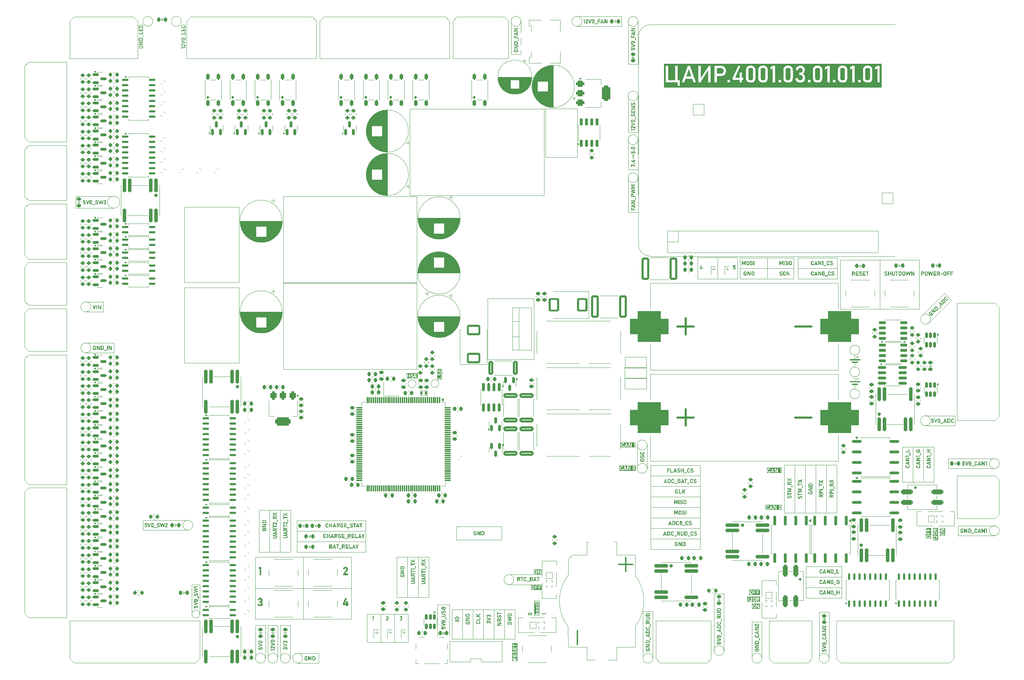
<source format=gto>
G04 #@! TF.GenerationSoftware,KiCad,Pcbnew,8.0.1*
G04 #@! TF.CreationDate,2024-06-07T06:09:14+03:00*
G04 #@! TF.ProjectId,impeller18,696d7065-6c6c-4657-9231-382e6b696361,rev?*
G04 #@! TF.SameCoordinates,Original*
G04 #@! TF.FileFunction,Legend,Top*
G04 #@! TF.FilePolarity,Positive*
%FSLAX46Y46*%
G04 Gerber Fmt 4.6, Leading zero omitted, Abs format (unit mm)*
G04 Created by KiCad (PCBNEW 8.0.1) date 2024-06-07 06:09:14*
%MOMM*%
%LPD*%
G01*
G04 APERTURE LIST*
G04 Aperture macros list*
%AMRoundRect*
0 Rectangle with rounded corners*
0 $1 Rounding radius*
0 $2 $3 $4 $5 $6 $7 $8 $9 X,Y pos of 4 corners*
0 Add a 4 corners polygon primitive as box body*
4,1,4,$2,$3,$4,$5,$6,$7,$8,$9,$2,$3,0*
0 Add four circle primitives for the rounded corners*
1,1,$1+$1,$2,$3*
1,1,$1+$1,$4,$5*
1,1,$1+$1,$6,$7*
1,1,$1+$1,$8,$9*
0 Add four rect primitives between the rounded corners*
20,1,$1+$1,$2,$3,$4,$5,0*
20,1,$1+$1,$4,$5,$6,$7,0*
20,1,$1+$1,$6,$7,$8,$9,0*
20,1,$1+$1,$8,$9,$2,$3,0*%
G04 Aperture macros list end*
%ADD10C,0.120000*%
%ADD11C,0.100000*%
%ADD12C,0.200000*%
%ADD13C,0.500000*%
%ADD14C,0.400571*%
%ADD15C,0.350000*%
%ADD16C,0.300000*%
%ADD17RoundRect,0.225000X0.250000X-0.225000X0.250000X0.225000X-0.250000X0.225000X-0.250000X-0.225000X0*%
%ADD18RoundRect,0.250000X0.712500X2.475000X-0.712500X2.475000X-0.712500X-2.475000X0.712500X-2.475000X0*%
%ADD19RoundRect,0.137500X-0.662500X-0.137500X0.662500X-0.137500X0.662500X0.137500X-0.662500X0.137500X0*%
%ADD20C,1.524000*%
%ADD21RoundRect,0.225000X-0.250000X0.225000X-0.250000X-0.225000X0.250000X-0.225000X0.250000X0.225000X0*%
%ADD22RoundRect,0.200000X0.275000X-0.200000X0.275000X0.200000X-0.275000X0.200000X-0.275000X-0.200000X0*%
%ADD23RoundRect,0.200000X-0.335876X-0.053033X-0.053033X-0.335876X0.335876X0.053033X0.053033X0.335876X0*%
%ADD24RoundRect,0.218750X0.218750X0.256250X-0.218750X0.256250X-0.218750X-0.256250X0.218750X-0.256250X0*%
%ADD25RoundRect,0.200000X-0.275000X0.200000X-0.275000X-0.200000X0.275000X-0.200000X0.275000X0.200000X0*%
%ADD26RoundRect,0.200000X-0.200000X-0.275000X0.200000X-0.275000X0.200000X0.275000X-0.200000X0.275000X0*%
%ADD27C,0.900000*%
%ADD28C,8.600000*%
%ADD29RoundRect,0.200000X0.200000X0.275000X-0.200000X0.275000X-0.200000X-0.275000X0.200000X-0.275000X0*%
%ADD30RoundRect,0.150000X-0.825000X-0.150000X0.825000X-0.150000X0.825000X0.150000X-0.825000X0.150000X0*%
%ADD31C,2.000000*%
%ADD32C,1.400000*%
%ADD33RoundRect,0.200000X-0.200000X-1.500000X0.200000X-1.500000X0.200000X1.500000X-0.200000X1.500000X0*%
%ADD34RoundRect,0.218750X-0.218750X-0.256250X0.218750X-0.256250X0.218750X0.256250X-0.218750X0.256250X0*%
%ADD35RoundRect,0.150000X-0.587500X-0.150000X0.587500X-0.150000X0.587500X0.150000X-0.587500X0.150000X0*%
%ADD36RoundRect,0.200000X0.200000X0.550000X-0.200000X0.550000X-0.200000X-0.550000X0.200000X-0.550000X0*%
%ADD37RoundRect,0.218750X-0.256250X0.218750X-0.256250X-0.218750X0.256250X-0.218750X0.256250X0.218750X0*%
%ADD38R,1.400000X1.200000*%
%ADD39RoundRect,0.225000X0.225000X0.250000X-0.225000X0.250000X-0.225000X-0.250000X0.225000X-0.250000X0*%
%ADD40RoundRect,0.225000X-0.225000X-0.250000X0.225000X-0.250000X0.225000X0.250000X-0.225000X0.250000X0*%
%ADD41RoundRect,0.300000X-1.125000X-0.300000X1.125000X-0.300000X1.125000X0.300000X-1.125000X0.300000X0*%
%ADD42RoundRect,0.375000X-0.375000X0.625000X-0.375000X-0.625000X0.375000X-0.625000X0.375000X0.625000X0*%
%ADD43RoundRect,0.500000X-1.400000X0.500000X-1.400000X-0.500000X1.400000X-0.500000X1.400000X0.500000X0*%
%ADD44C,3.000000*%
%ADD45C,1.500000*%
%ADD46C,3.500000*%
%ADD47C,2.400000*%
%ADD48RoundRect,1.850000X2.800000X-1.850000X2.800000X1.850000X-2.800000X1.850000X-2.800000X-1.850000X0*%
%ADD49RoundRect,0.162500X-1.012500X-0.162500X1.012500X-0.162500X1.012500X0.162500X-1.012500X0.162500X0*%
%ADD50C,1.600000*%
%ADD51RoundRect,0.150000X-0.725000X-0.150000X0.725000X-0.150000X0.725000X0.150000X-0.725000X0.150000X0*%
%ADD52RoundRect,0.150000X0.150000X-0.587500X0.150000X0.587500X-0.150000X0.587500X-0.150000X-0.587500X0*%
%ADD53RoundRect,0.162500X-0.162500X1.012500X-0.162500X-1.012500X0.162500X-1.012500X0.162500X1.012500X0*%
%ADD54C,0.800000*%
%ADD55C,5.400000*%
%ADD56C,1.700000*%
%ADD57O,1.700000X1.700000*%
%ADD58C,2.600000*%
%ADD59RoundRect,0.150000X-0.150000X0.587500X-0.150000X-0.587500X0.150000X-0.587500X0.150000X0.587500X0*%
%ADD60RoundRect,0.250000X1.425000X-0.362500X1.425000X0.362500X-1.425000X0.362500X-1.425000X-0.362500X0*%
%ADD61RoundRect,0.200000X0.200000X1.500000X-0.200000X1.500000X-0.200000X-1.500000X0.200000X-1.500000X0*%
%ADD62RoundRect,0.250000X-1.425000X0.362500X-1.425000X-0.362500X1.425000X-0.362500X1.425000X0.362500X0*%
%ADD63R,2.600000X2.600000*%
%ADD64RoundRect,0.137500X0.137500X-0.662500X0.137500X0.662500X-0.137500X0.662500X-0.137500X-0.662500X0*%
%ADD65R,0.900000X1.500000*%
%ADD66C,1.000000*%
%ADD67O,1.000000X1.000000*%
%ADD68RoundRect,0.250000X-0.712500X-2.475000X0.712500X-2.475000X0.712500X2.475000X-0.712500X2.475000X0*%
%ADD69C,0.500000*%
%ADD70R,0.400000X1.800000*%
%ADD71O,1.090000X2.000000*%
%ADD72O,1.050000X1.600000*%
%ADD73RoundRect,0.150000X0.150000X-0.725000X0.150000X0.725000X-0.150000X0.725000X-0.150000X-0.725000X0*%
%ADD74C,1.905000*%
%ADD75O,0.700000X1.000000*%
%ADD76O,2.000000X2.000000*%
%ADD77RoundRect,0.075000X-0.075000X0.662500X-0.075000X-0.662500X0.075000X-0.662500X0.075000X0.662500X0*%
%ADD78RoundRect,0.075000X-0.662500X0.075000X-0.662500X-0.075000X0.662500X-0.075000X0.662500X0.075000X0*%
%ADD79O,1.000000X0.700000*%
%ADD80RoundRect,0.150000X-0.150000X0.825000X-0.150000X-0.825000X0.150000X-0.825000X0.150000X0.825000X0*%
%ADD81C,2.410000*%
%ADD82R,2.540000X1.270000*%
%ADD83RoundRect,0.300000X-0.300000X1.125000X-0.300000X-1.125000X0.300000X-1.125000X0.300000X1.125000X0*%
%ADD84RoundRect,0.150000X-0.150000X0.512500X-0.150000X-0.512500X0.150000X-0.512500X0.150000X0.512500X0*%
%ADD85RoundRect,0.225000X-0.335876X-0.017678X-0.017678X-0.335876X0.335876X0.017678X0.017678X0.335876X0*%
%ADD86RoundRect,0.218750X0.256250X-0.218750X0.256250X0.218750X-0.256250X0.218750X-0.256250X-0.218750X0*%
%ADD87RoundRect,0.150000X0.725000X0.150000X-0.725000X0.150000X-0.725000X-0.150000X0.725000X-0.150000X0*%
%ADD88RoundRect,0.200000X-1.500000X0.200000X-1.500000X-0.200000X1.500000X-0.200000X1.500000X0.200000X0*%
%ADD89RoundRect,0.250000X1.400000X1.000000X-1.400000X1.000000X-1.400000X-1.000000X1.400000X-1.000000X0*%
%ADD90RoundRect,0.125000X0.125000X-0.375000X0.125000X0.375000X-0.125000X0.375000X-0.125000X-0.375000X0*%
%ADD91RoundRect,0.375000X-0.625000X-0.375000X0.625000X-0.375000X0.625000X0.375000X-0.625000X0.375000X0*%
%ADD92RoundRect,0.500000X-0.500000X-1.400000X0.500000X-1.400000X0.500000X1.400000X-0.500000X1.400000X0*%
%ADD93RoundRect,0.250000X-1.000000X1.400000X-1.000000X-1.400000X1.000000X-1.400000X1.000000X1.400000X0*%
%ADD94RoundRect,0.250000X-0.362500X-1.425000X0.362500X-1.425000X0.362500X1.425000X-0.362500X1.425000X0*%
G04 APERTURE END LIST*
D10*
X230226000Y-72837000D02*
X230226000Y-81684000D01*
X142634000Y-200789000D02*
X140234000Y-200789000D01*
X232676000Y-108606000D02*
X232676000Y-58606000D01*
D11*
X173765500Y-198113000D02*
X177065500Y-198113000D01*
X177065500Y-204844000D01*
X173765500Y-204844000D01*
X173765500Y-198113000D01*
D10*
X201956000Y-62797000D02*
X204356000Y-62797000D01*
X217883750Y-53606000D02*
X228668250Y-53606000D01*
X204356000Y-54806000D02*
X204356000Y-62797000D01*
X145634000Y-200789000D02*
X143234000Y-200789000D01*
X284322000Y-137032000D02*
X285628000Y-137032000D01*
X285628000Y-137327000D01*
X284322000Y-137327000D01*
X284322000Y-137032000D01*
G36*
X284322000Y-137032000D02*
G01*
X285628000Y-137032000D01*
X285628000Y-137327000D01*
X284322000Y-137327000D01*
X284322000Y-137032000D01*
G37*
X113059000Y-177779000D02*
X123908000Y-177779000D01*
X232626000Y-83412000D02*
X232676000Y-90666000D01*
X228393000Y-158383000D02*
X228393000Y-155983000D01*
X236227000Y-197390001D02*
X236227000Y-208731001D01*
X106047000Y-132516500D02*
X99269000Y-132516500D01*
X273147500Y-191627001D02*
X281858501Y-191627001D01*
X281858501Y-194167001D01*
X273147500Y-194167001D01*
X273147500Y-191627001D01*
X235666000Y-179863000D02*
X247658000Y-179863000D01*
X247658000Y-182403000D01*
X235666000Y-182403000D01*
X235666000Y-179863000D01*
X318698000Y-179123750D02*
X309921999Y-179123750D01*
X232626000Y-54842000D02*
X232626000Y-65152000D01*
D11*
X190194000Y-196941000D02*
X192734000Y-196941000D01*
X192734000Y-204054000D01*
X190194000Y-204054000D01*
X190194000Y-196941000D01*
D10*
X230226000Y-90666000D02*
X232676000Y-90666000D01*
X278076000Y-162023000D02*
X280616000Y-162023000D01*
X280616000Y-173587001D01*
X278076000Y-173587001D01*
X278076000Y-162023000D01*
X232626000Y-92638000D02*
X232676000Y-100968000D01*
X233827000Y-197390001D02*
X236227000Y-197390001D01*
X278797250Y-197605001D02*
X276397250Y-197605001D01*
X232626000Y-72837000D02*
X232626000Y-81684000D01*
X302070000Y-150116500D02*
X309209000Y-150116500D01*
X230226000Y-100968000D02*
X232676000Y-100968000D01*
X103500000Y-125026000D02*
X103500000Y-122626000D01*
D11*
X146197438Y-172946000D02*
X148737438Y-172946000D01*
X148737438Y-183078000D01*
X146197438Y-183078000D01*
X146197438Y-172946000D01*
D10*
X201463000Y-188525000D02*
X209411000Y-188525000D01*
X150275600Y-180538000D02*
X166889000Y-180538000D01*
X166889000Y-183078000D01*
X150275600Y-183078000D01*
X150275600Y-180538000D01*
X187109000Y-203406000D02*
X187109000Y-195811000D01*
X201463000Y-190925000D02*
X209411000Y-190925000D01*
X285588750Y-140916000D02*
X285588750Y-141516000D01*
X105986000Y-99976000D02*
X96863000Y-99976000D01*
X140234000Y-208731001D02*
X140234000Y-200789000D01*
D11*
X195274000Y-196941000D02*
X197814000Y-196941000D01*
X197814000Y-204054000D01*
X195274000Y-204054000D01*
X195274000Y-196941000D01*
D10*
X235666000Y-169703000D02*
X247658000Y-169703000D01*
X247658000Y-172243000D01*
X235666000Y-172243000D01*
X235666000Y-169703000D01*
X307572000Y-160472250D02*
X307572000Y-162872250D01*
X143234000Y-208731001D02*
X143234000Y-200789000D01*
D11*
X197814000Y-196941000D02*
X200354000Y-196941000D01*
X200354000Y-204054000D01*
X197814000Y-204054000D01*
X197814000Y-196941000D01*
D10*
X301221472Y-125940472D02*
X306669508Y-120492436D01*
X275536000Y-162023000D02*
X278076000Y-162023000D01*
X278076000Y-173587001D01*
X275536000Y-173587001D01*
X275536000Y-162023000D01*
X250977000Y-193195001D02*
X250977000Y-206862001D01*
X235666000Y-174783000D02*
X247658000Y-174783000D01*
X247658000Y-177323000D01*
X235666000Y-177323000D01*
X235666000Y-174783000D01*
X283747500Y-136479000D02*
X286202500Y-136479000D01*
X286202500Y-136671000D01*
X283747500Y-136671000D01*
X283747500Y-136479000D01*
G36*
X283747500Y-136479000D02*
G01*
X286202500Y-136479000D01*
X286202500Y-136671000D01*
X283747500Y-136671000D01*
X283747500Y-136479000D01*
G37*
X230226000Y-54842000D02*
X230226000Y-65152000D01*
X257290000Y-111933000D02*
X263911000Y-111933000D01*
X263911000Y-114473000D01*
X257290000Y-114473000D01*
X257290000Y-111933000D01*
X234836000Y-157183000D02*
X234836000Y-162815000D01*
X230226000Y-81684000D02*
X232626000Y-81684000D01*
X270456000Y-162023000D02*
X272996000Y-162023000D01*
X272996000Y-173587001D01*
X270456000Y-173587001D01*
X270456000Y-162023000D01*
X184179000Y-203406000D02*
X184179000Y-195811000D01*
X284975000Y-143653000D02*
X284975000Y-142627000D01*
X232676000Y-58606000D02*
G75*
G02*
X235676000Y-55606000I3000000J0D01*
G01*
X271256000Y-114483000D02*
X280719000Y-114483000D01*
X280719000Y-117023000D01*
X271256000Y-117023000D01*
X271256000Y-114483000D01*
X148634000Y-208731001D02*
X148634000Y-200789000D01*
X284975000Y-138353000D02*
X284975000Y-137327000D01*
X230226000Y-83412000D02*
X230226000Y-90666000D01*
X201956000Y-54806000D02*
X201956000Y-62797000D01*
D11*
X167165500Y-198113000D02*
X170465500Y-198113000D01*
X170465500Y-204844000D01*
X167165500Y-204844000D01*
X167165500Y-198113000D01*
D10*
X296514000Y-157703999D02*
X299054000Y-157703999D01*
X299054000Y-166122000D01*
X296514000Y-166122000D01*
X296514000Y-157703999D01*
X284975000Y-136479000D02*
X284975000Y-135453000D01*
X150434000Y-207531001D02*
X155502000Y-207531001D01*
X309921999Y-176723750D02*
X309921999Y-179123750D01*
X285588750Y-135616000D02*
X285588750Y-136216000D01*
X105986000Y-97046000D02*
X96863000Y-97046000D01*
X291014000Y-112499000D02*
X300514000Y-112499000D01*
X300514000Y-124308000D01*
X291014000Y-124308000D01*
X291014000Y-112499000D01*
D11*
X176948000Y-184296000D02*
X179518000Y-184296000D01*
X179518000Y-193987000D01*
X176948000Y-193987000D01*
X176948000Y-184296000D01*
D10*
X235666000Y-167163000D02*
X247658000Y-167163000D01*
X247658000Y-169703000D01*
X235666000Y-169703000D01*
X235666000Y-167163000D01*
X146234000Y-208731001D02*
X146234000Y-200789000D01*
X246999000Y-111881000D02*
X251856000Y-111881000D01*
X251856000Y-117075000D01*
X246999000Y-117075000D01*
X246999000Y-111881000D01*
X278797250Y-208731001D02*
X278797250Y-197605001D01*
X285288750Y-135916000D02*
X285888750Y-135916000D01*
X284975000Y-141779000D02*
X284975000Y-140753000D01*
X235666000Y-177323000D02*
X247658000Y-177323000D01*
X247658000Y-179863000D01*
X235666000Y-179863000D01*
X235666000Y-177323000D01*
X151756000Y-184294000D02*
X163375000Y-184294000D01*
X163375000Y-191794000D01*
X151756000Y-191794000D01*
X151756000Y-184294000D01*
X103500000Y-125026000D02*
X99269000Y-125026000D01*
X281514000Y-112499000D02*
X291014000Y-112499000D01*
X291014000Y-124308000D01*
X281514000Y-124308000D01*
X281514000Y-112499000D01*
X235676000Y-111606000D02*
G75*
G02*
X232676000Y-108606000I0J3000000D01*
G01*
X150275600Y-177998000D02*
X166889000Y-177998000D01*
X166889000Y-180538000D01*
X150275600Y-180538000D01*
X150275600Y-177998000D01*
X123908000Y-175379000D02*
X113059000Y-175379000D01*
D11*
X179518000Y-184296000D02*
X182058000Y-184296000D01*
X182058000Y-193987000D01*
X179518000Y-193987000D01*
X179518000Y-184296000D01*
D10*
X187109000Y-195811000D02*
X184179000Y-195811000D01*
X113059000Y-177779000D02*
X113059000Y-175379000D01*
X235676000Y-55606000D02*
X294676000Y-55606000D01*
X318698000Y-176723750D02*
X309921999Y-176723750D01*
X150275600Y-175458000D02*
X166889000Y-175458000D01*
X166889000Y-177998000D01*
X150275600Y-177998000D01*
X150275600Y-175458000D01*
X262545750Y-208731001D02*
X262545750Y-199955000D01*
X302070000Y-152516500D02*
X309209000Y-152516500D01*
D11*
X192734000Y-196941000D02*
X195274000Y-196941000D01*
X195274000Y-204054000D01*
X192734000Y-204054000D01*
X192734000Y-196941000D01*
D10*
X126789000Y-190948000D02*
X124889000Y-190948000D01*
X228668250Y-53606000D02*
X228668250Y-56006000D01*
X285288750Y-141216000D02*
X285888750Y-141216000D01*
X308366564Y-122189492D02*
X306669508Y-120492436D01*
X318698000Y-162872250D02*
X307572000Y-162872250D01*
X107451000Y-98511000D02*
G75*
G02*
X104521000Y-98511000I-1465000J0D01*
G01*
X104521000Y-98511000D02*
G75*
G02*
X107451000Y-98511000I1465000J0D01*
G01*
X302918528Y-127637528D02*
X308366564Y-122189492D01*
X235666000Y-162083000D02*
X247658000Y-162083000D01*
X247658000Y-164623000D01*
X235666000Y-164623000D01*
X235666000Y-162083000D01*
X140137000Y-191794000D02*
X151756000Y-191794000D01*
X151756000Y-199294000D01*
X140137000Y-199294000D01*
X140137000Y-191794000D01*
X106047000Y-134916500D02*
X106047000Y-132516500D01*
X283747500Y-141779000D02*
X286202500Y-141779000D01*
X286202500Y-141971000D01*
X283747500Y-141971000D01*
X283747500Y-141779000D01*
G36*
X283747500Y-141779000D02*
G01*
X286202500Y-141779000D01*
X286202500Y-141971000D01*
X283747500Y-141971000D01*
X283747500Y-141779000D01*
G37*
X294676000Y-111606000D02*
X235676000Y-111606000D01*
X233827000Y-197390001D02*
X233827000Y-208731001D01*
X235666000Y-164623000D02*
X247658000Y-164623000D01*
X247658000Y-167163000D01*
X235666000Y-167163000D01*
X235666000Y-164623000D01*
X260145750Y-208731001D02*
X260145750Y-199955000D01*
X126789000Y-198056000D02*
X126789000Y-190948000D01*
D11*
X174408000Y-184296000D02*
X176948000Y-184296000D01*
X176948000Y-193987000D01*
X174408000Y-193987000D01*
X174408000Y-184296000D01*
D10*
X230226000Y-65152000D02*
X232626000Y-65152000D01*
X309209000Y-152516500D02*
X309209000Y-150116500D01*
X273147500Y-189087001D02*
X281858501Y-189087001D01*
X281858501Y-191627001D01*
X273147500Y-191627001D01*
X273147500Y-189087001D01*
X262545750Y-199955000D02*
X260145750Y-199955000D01*
X250977000Y-193195001D02*
X253377000Y-193195001D01*
X96863000Y-97046000D02*
X96863000Y-99976000D01*
X148634000Y-200789000D02*
X146234000Y-200789000D01*
X232436000Y-157183000D02*
X232436000Y-162815000D01*
X106047000Y-134916500D02*
X99269000Y-134916500D01*
D11*
X143627438Y-172946000D02*
X146197438Y-172946000D01*
X146197438Y-183078000D01*
X143627438Y-183078000D01*
X143627438Y-172946000D01*
D10*
X273147500Y-186547001D02*
X281858501Y-186547001D01*
X281858501Y-189087001D01*
X273147500Y-189087001D01*
X273147500Y-186547001D01*
X155502000Y-207531001D02*
X155502000Y-209931001D01*
X257290000Y-114473000D02*
X263911000Y-114473000D01*
X263911000Y-117013000D01*
X257290000Y-117013000D01*
X257290000Y-114473000D01*
X263911000Y-111933000D02*
X270256000Y-111933000D01*
X270256000Y-114473000D01*
X263911000Y-114473000D01*
X263911000Y-111933000D01*
X263911000Y-114473000D02*
X270256000Y-114473000D01*
X270256000Y-117013000D01*
X263911000Y-117013000D01*
X263911000Y-114473000D01*
X142634000Y-208731001D02*
X142634000Y-200789000D01*
X103500000Y-122626000D02*
X99269000Y-122626000D01*
X217883750Y-56006000D02*
X228668250Y-56006000D01*
X299054000Y-157703999D02*
X301594000Y-157703999D01*
X301594000Y-166122000D01*
X299054000Y-166122000D01*
X299054000Y-157703999D01*
X150434000Y-209931001D02*
X155502000Y-209931001D01*
X140137000Y-184294000D02*
X151756000Y-184294000D01*
X151756000Y-191794000D01*
X140137000Y-191794000D01*
X140137000Y-184294000D01*
X253377000Y-206862001D02*
X253377000Y-193195001D01*
X267916000Y-162023000D02*
X270456000Y-162023000D01*
X270456000Y-173587001D01*
X267916000Y-173587001D01*
X267916000Y-162023000D01*
D11*
X200354000Y-196941000D02*
X202894000Y-196941000D01*
X202894000Y-204054000D01*
X200354000Y-204054000D01*
X200354000Y-196941000D01*
D10*
X230226000Y-92638000D02*
X230226000Y-100968000D01*
X235666000Y-172243000D02*
X247658000Y-172243000D01*
X247658000Y-174783000D01*
X235666000Y-174783000D01*
X235666000Y-172243000D01*
X251856000Y-111881000D02*
X256713000Y-111881000D01*
X256713000Y-117075000D01*
X251856000Y-117075000D01*
X251856000Y-111881000D01*
X301594000Y-157703999D02*
X304134000Y-157703999D01*
X304134000Y-166122000D01*
X301594000Y-166122000D01*
X301594000Y-157703999D01*
X151756000Y-191794000D02*
X163375000Y-191794000D01*
X163375000Y-199294000D01*
X151756000Y-199294000D01*
X151756000Y-191794000D01*
X272996000Y-162023000D02*
X275536000Y-162023000D01*
X275536000Y-173587001D01*
X272996000Y-173587001D01*
X272996000Y-162023000D01*
D11*
X141087438Y-172946000D02*
X143627438Y-172946000D01*
X143627438Y-183078000D01*
X141087438Y-183078000D01*
X141087438Y-172946000D01*
D10*
X276397250Y-208731001D02*
X276397250Y-197605001D01*
D11*
X187654000Y-196941000D02*
X190194000Y-196941000D01*
X190194000Y-204054000D01*
X187654000Y-204054000D01*
X187654000Y-196941000D01*
D10*
X145634000Y-208731001D02*
X145634000Y-200789000D01*
X124889000Y-198056000D02*
X124889000Y-190948000D01*
X318698000Y-160472250D02*
X307572000Y-160472250D01*
D11*
X170465500Y-198113000D02*
X173765500Y-198113000D01*
X173765500Y-204844000D01*
X170465500Y-204844000D01*
X170465500Y-198113000D01*
D10*
X271256000Y-111943000D02*
X280719000Y-111943000D01*
X280719000Y-114483000D01*
X271256000Y-114483000D01*
X271256000Y-111943000D01*
X284322000Y-142332000D02*
X285628000Y-142332000D01*
X285628000Y-142627000D01*
X284322000Y-142627000D01*
X284322000Y-142332000D01*
G36*
X284322000Y-142332000D02*
G01*
X285628000Y-142332000D01*
X285628000Y-142627000D01*
X284322000Y-142627000D01*
X284322000Y-142332000D01*
G37*
D12*
G36*
X269718258Y-169767491D02*
G01*
X269716231Y-169820568D01*
X269710152Y-169872821D01*
X269703847Y-169907198D01*
X269691151Y-169957321D01*
X269674676Y-170005109D01*
X269661593Y-170035670D01*
X269637116Y-170082392D01*
X269608930Y-170124921D01*
X269594671Y-170143137D01*
X269439332Y-170055942D01*
X269469369Y-170014207D01*
X269494325Y-169968258D01*
X269512605Y-169922830D01*
X269526129Y-169875126D01*
X269534644Y-169826659D01*
X269538151Y-169777429D01*
X269538251Y-169767491D01*
X269535198Y-169713972D01*
X269524787Y-169664413D01*
X269506988Y-169624609D01*
X269472043Y-169588144D01*
X269422348Y-169573856D01*
X269418816Y-169573807D01*
X269418083Y-169573807D01*
X269369434Y-169585541D01*
X269355069Y-169596521D01*
X269326904Y-169638058D01*
X269320630Y-169655384D01*
X269308884Y-169702894D01*
X269300602Y-169748929D01*
X269299870Y-169752592D01*
X269299381Y-169756500D01*
X269297183Y-169771643D01*
X269287635Y-169825267D01*
X269276850Y-169873481D01*
X269263416Y-169920708D01*
X269257616Y-169937728D01*
X269234832Y-169984406D01*
X269202020Y-170025518D01*
X269174573Y-170049836D01*
X269127882Y-170075978D01*
X269075217Y-170090328D01*
X269026078Y-170095350D01*
X269006046Y-170095754D01*
X269005313Y-170095754D01*
X268953011Y-170092334D01*
X268905192Y-170082075D01*
X268857317Y-170062655D01*
X268839716Y-170052523D01*
X268799993Y-170021687D01*
X268766615Y-169983219D01*
X268739581Y-169937118D01*
X268734936Y-169926982D01*
X268717462Y-169877840D01*
X268706731Y-169829618D01*
X268700518Y-169777121D01*
X268698788Y-169727680D01*
X268701525Y-169676821D01*
X268709018Y-169628482D01*
X268711244Y-169618015D01*
X268724248Y-169569542D01*
X268741458Y-169522004D01*
X268747148Y-169508594D01*
X268769321Y-169462652D01*
X268795233Y-169418861D01*
X268803324Y-169406744D01*
X268962570Y-169486368D01*
X268935219Y-169530469D01*
X268912882Y-169575944D01*
X268900777Y-169607024D01*
X268886544Y-169657218D01*
X268879568Y-169705801D01*
X268878795Y-169727680D01*
X268881586Y-169777902D01*
X268892302Y-169828094D01*
X268907371Y-169861525D01*
X268941688Y-169897062D01*
X268987483Y-169908908D01*
X268987972Y-169908908D01*
X269037144Y-169898284D01*
X269056604Y-169884239D01*
X269085602Y-169842722D01*
X269093240Y-169823179D01*
X269106041Y-169775981D01*
X269117101Y-169724690D01*
X269117909Y-169720597D01*
X269119130Y-169715223D01*
X269119863Y-169709606D01*
X269121817Y-169702034D01*
X269123526Y-169693974D01*
X269134487Y-169643141D01*
X269148207Y-169592461D01*
X269165172Y-169543765D01*
X269168467Y-169535705D01*
X269192819Y-169490882D01*
X269226307Y-169452036D01*
X269253708Y-169429459D01*
X269299087Y-169405263D01*
X269349157Y-169391983D01*
X269401398Y-169387127D01*
X269413931Y-169386961D01*
X269415397Y-169386961D01*
X269466951Y-169390496D01*
X269519158Y-169402718D01*
X269566022Y-169423670D01*
X269579039Y-169431657D01*
X269618328Y-169463447D01*
X269651320Y-169503251D01*
X269675629Y-169545927D01*
X269682598Y-169561594D01*
X269699836Y-169612443D01*
X269710422Y-169662279D01*
X269716551Y-169716482D01*
X269718258Y-169767491D01*
G37*
G36*
X268790868Y-169085077D02*
G01*
X268790868Y-168896765D01*
X269708000Y-168896765D01*
X269708000Y-169085077D01*
X268790868Y-169085077D01*
G37*
G36*
X268709290Y-169356919D02*
G01*
X268709290Y-168624679D01*
X268890519Y-168624679D01*
X268890519Y-169356919D01*
X268709290Y-169356919D01*
G37*
G36*
X268709290Y-167889752D02*
G01*
X268709290Y-167641601D01*
X269708000Y-167641601D01*
X269708000Y-167812816D01*
X268932528Y-167812816D01*
X268976492Y-167805733D01*
X269596625Y-167996731D01*
X269596625Y-168163060D01*
X268990170Y-168354058D01*
X268932528Y-168347219D01*
X269708000Y-168347219D01*
X269708000Y-168518189D01*
X268709290Y-168518189D01*
X268709290Y-168270283D01*
X269382424Y-168080017D01*
X268709290Y-167889752D01*
G37*
G36*
X269708000Y-166932076D02*
G01*
X269889472Y-166932076D01*
X269889472Y-167530959D01*
X269708000Y-167530959D01*
X269708000Y-166932076D01*
G37*
G36*
X269124748Y-166743276D02*
G01*
X269124748Y-166395719D01*
X269112082Y-166347691D01*
X269110337Y-166344916D01*
X269072585Y-166312501D01*
X269069304Y-166310966D01*
X269020164Y-166298936D01*
X269007267Y-166298266D01*
X268957613Y-166305570D01*
X268945473Y-166310234D01*
X268906046Y-166341475D01*
X268904196Y-166344183D01*
X268889842Y-166392054D01*
X268889786Y-166395719D01*
X268889786Y-166743276D01*
X268708558Y-166743276D01*
X268708558Y-166380576D01*
X268712183Y-166331064D01*
X268724546Y-166281064D01*
X268745683Y-166235740D01*
X268774814Y-166196101D01*
X268811160Y-166163157D01*
X268850463Y-166139019D01*
X268899516Y-166119412D01*
X268948517Y-166108651D01*
X269001716Y-166104615D01*
X269007267Y-166104581D01*
X269061015Y-166107944D01*
X269110517Y-166118034D01*
X269160065Y-166136901D01*
X269164315Y-166139019D01*
X269207220Y-166165933D01*
X269242911Y-166199658D01*
X269269095Y-166236228D01*
X269290232Y-166281605D01*
X269302595Y-166331426D01*
X269306220Y-166380576D01*
X269306220Y-166743276D01*
X269124748Y-166743276D01*
G37*
G36*
X268708558Y-166818259D02*
G01*
X268708558Y-166629948D01*
X269708000Y-166629948D01*
X269708000Y-166818259D01*
X268708558Y-166818259D01*
G37*
G36*
X269275201Y-166533227D02*
G01*
X269243694Y-166331971D01*
X269708000Y-166062571D01*
X269708000Y-166290694D01*
X269275201Y-166533227D01*
G37*
G36*
X269299381Y-165657861D02*
G01*
X269266897Y-165676912D01*
X268709290Y-166007373D01*
X268709290Y-165808803D01*
X269087623Y-165585077D01*
X269132319Y-165558943D01*
X269708000Y-165217491D01*
X269708000Y-165416061D01*
X269299381Y-165657861D01*
G37*
G36*
X269093240Y-165655663D02*
G01*
X268709290Y-165431204D01*
X268709290Y-165232634D01*
X269273736Y-165563095D01*
X269708000Y-165817107D01*
X269708000Y-166015677D01*
X269093240Y-165655663D01*
G37*
G36*
X206817694Y-197712614D02*
G01*
X206867947Y-197723624D01*
X206918337Y-197745193D01*
X206961217Y-197776350D01*
X206970764Y-197785637D01*
X207003355Y-197828288D01*
X207024233Y-197872670D01*
X207037983Y-197923643D01*
X207044094Y-197972582D01*
X207045258Y-198007898D01*
X207042613Y-198060296D01*
X207032842Y-198115199D01*
X207015872Y-198163393D01*
X206987662Y-198210257D01*
X206970031Y-198230403D01*
X206928800Y-198263742D01*
X206880333Y-198287556D01*
X206831989Y-198300579D01*
X206778105Y-198306309D01*
X206761692Y-198306607D01*
X206307644Y-198306607D01*
X206251546Y-198302948D01*
X206201222Y-198291974D01*
X206150778Y-198270473D01*
X206107876Y-198239416D01*
X206098328Y-198230159D01*
X206065737Y-198187508D01*
X206044858Y-198143126D01*
X206031109Y-198092152D01*
X206024998Y-198043214D01*
X206023834Y-198007898D01*
X206205062Y-198007898D01*
X206214771Y-198057296D01*
X206243897Y-198091673D01*
X206291219Y-198111823D01*
X206342167Y-198118303D01*
X206355516Y-198118540D01*
X206713576Y-198118540D01*
X206763390Y-198114761D01*
X206812230Y-198099413D01*
X206825195Y-198091673D01*
X206856596Y-198051942D01*
X206864030Y-198007898D01*
X206854321Y-197958377D01*
X206825195Y-197924122D01*
X206777873Y-197903972D01*
X206726925Y-197897492D01*
X206713576Y-197897256D01*
X206355516Y-197897256D01*
X206305702Y-197901034D01*
X206256862Y-197916382D01*
X206243897Y-197924122D01*
X206212495Y-197963733D01*
X206205062Y-198007898D01*
X206023834Y-198007898D01*
X206026444Y-197955499D01*
X206036088Y-197900597D01*
X206052838Y-197852403D01*
X206080682Y-197805539D01*
X206098084Y-197785392D01*
X206138934Y-197751946D01*
X206187477Y-197728056D01*
X206236263Y-197714992D01*
X206290940Y-197709243D01*
X206307644Y-197708944D01*
X206761692Y-197708944D01*
X206817694Y-197712614D01*
G37*
G36*
X241988016Y-168942686D02*
G01*
X241933046Y-168939968D01*
X241882197Y-168931817D01*
X241829920Y-168916151D01*
X241792866Y-168899210D01*
X241750306Y-168871488D01*
X241713851Y-168837507D01*
X241683501Y-168797265D01*
X241669279Y-168772204D01*
X241648735Y-168722475D01*
X241636118Y-168673664D01*
X241628814Y-168620518D01*
X241626780Y-168570460D01*
X241626780Y-168296419D01*
X241628814Y-168246360D01*
X241636118Y-168193215D01*
X241648735Y-168144404D01*
X241669279Y-168094675D01*
X241696236Y-168050818D01*
X241729299Y-168013221D01*
X241768467Y-167981884D01*
X241792866Y-167967180D01*
X241841086Y-167945928D01*
X241888328Y-167932876D01*
X241939691Y-167925320D01*
X241988016Y-167923216D01*
X242039344Y-167926423D01*
X242087544Y-167936045D01*
X242137427Y-167954258D01*
X242156299Y-167963760D01*
X242200177Y-167992702D01*
X242238998Y-168028847D01*
X242269614Y-168067537D01*
X242278909Y-168081730D01*
X242303754Y-168127675D01*
X242323886Y-168178682D01*
X242337823Y-168228271D01*
X242345831Y-168268087D01*
X242150926Y-168268087D01*
X242135801Y-168219733D01*
X242116732Y-168183823D01*
X242084217Y-168146347D01*
X242061044Y-168130090D01*
X242014937Y-168113721D01*
X241988016Y-168111527D01*
X241938984Y-168116962D01*
X241897890Y-168133265D01*
X241860122Y-168165935D01*
X241841226Y-168196524D01*
X241825980Y-168245396D01*
X241821686Y-168296419D01*
X241821686Y-168570460D01*
X241825980Y-168621429D01*
X241841226Y-168670111D01*
X241870746Y-168712035D01*
X241897890Y-168732881D01*
X241944679Y-168750458D01*
X241988016Y-168754619D01*
X242036368Y-168747463D01*
X242062265Y-168736300D01*
X242101019Y-168705105D01*
X242117709Y-168683056D01*
X242139398Y-168638894D01*
X242150926Y-168597815D01*
X242345831Y-168597815D01*
X242334459Y-168650419D01*
X242319392Y-168699053D01*
X242298026Y-168749024D01*
X242278176Y-168784416D01*
X242248945Y-168824933D01*
X242211707Y-168863153D01*
X242169461Y-168894217D01*
X242155810Y-168902141D01*
X242107730Y-168923522D01*
X242055690Y-168936984D01*
X242005469Y-168942329D01*
X241988016Y-168942686D01*
G37*
G36*
X242499216Y-167933718D02*
G01*
X242687527Y-167933718D01*
X242687527Y-168932428D01*
X242499216Y-168932428D01*
X242499216Y-167933718D01*
G37*
G36*
X242582991Y-168750955D02*
G01*
X243168197Y-168750955D01*
X243168197Y-168932428D01*
X242582991Y-168932428D01*
X242582991Y-168750955D01*
G37*
G36*
X243414638Y-168542127D02*
G01*
X243815196Y-167933718D01*
X244052112Y-167933718D01*
X243438818Y-168786859D01*
X243414638Y-168542127D01*
G37*
G36*
X243301309Y-167933718D02*
G01*
X243489621Y-167933718D01*
X243489621Y-168932428D01*
X243301309Y-168932428D01*
X243301309Y-167933718D01*
G37*
G36*
X243580967Y-168426845D02*
G01*
X243742900Y-168324507D01*
X244094122Y-168932428D01*
X243870884Y-168932428D01*
X243580967Y-168426845D01*
G37*
G36*
X233834490Y-160499850D02*
G01*
X233884498Y-160508368D01*
X233936817Y-160524738D01*
X233974624Y-160542439D01*
X234018498Y-160570949D01*
X234056421Y-160605371D01*
X234088393Y-160645705D01*
X234103584Y-160670667D01*
X234125663Y-160719270D01*
X234140516Y-160771929D01*
X234147652Y-160822144D01*
X234149258Y-160861909D01*
X234146403Y-160914528D01*
X234137839Y-160963941D01*
X234121381Y-161015700D01*
X234103584Y-161053151D01*
X234074918Y-161096769D01*
X234040301Y-161134475D01*
X233999733Y-161166270D01*
X233974624Y-161181379D01*
X233925551Y-161203221D01*
X233878428Y-161216635D01*
X233828007Y-161224401D01*
X233781184Y-161226564D01*
X233498106Y-161226564D01*
X233444800Y-161223740D01*
X233394792Y-161215267D01*
X233342473Y-161198985D01*
X233304666Y-161181379D01*
X233260674Y-161152869D01*
X233222672Y-161118447D01*
X233190659Y-161078113D01*
X233175461Y-161053151D01*
X233153383Y-161004549D01*
X233138530Y-160951889D01*
X233131394Y-160901674D01*
X233129788Y-160861909D01*
X233318099Y-160861909D01*
X233324234Y-160912440D01*
X233339837Y-160951302D01*
X233371818Y-160990724D01*
X233401142Y-161010653D01*
X233449871Y-161027637D01*
X233493221Y-161031658D01*
X233785824Y-161031658D01*
X233834978Y-161026407D01*
X233877904Y-161010653D01*
X233918808Y-160979596D01*
X233939453Y-160951302D01*
X233957030Y-160904024D01*
X233961191Y-160861909D01*
X233955056Y-160811447D01*
X233939453Y-160772760D01*
X233907268Y-160733134D01*
X233877904Y-160713165D01*
X233829175Y-160696181D01*
X233785824Y-160692160D01*
X233493221Y-160692160D01*
X233444068Y-160697411D01*
X233401142Y-160713165D01*
X233360323Y-160744308D01*
X233339837Y-160772760D01*
X233322260Y-160819841D01*
X233318099Y-160861909D01*
X233129788Y-160861909D01*
X233132643Y-160809290D01*
X233141206Y-160759877D01*
X233157665Y-160708118D01*
X233175461Y-160670667D01*
X233204147Y-160627049D01*
X233238822Y-160589343D01*
X233279487Y-160557548D01*
X233304666Y-160542439D01*
X233353739Y-160520479D01*
X233400862Y-160506992D01*
X233451283Y-160499184D01*
X233498106Y-160497010D01*
X233781184Y-160497010D01*
X233834490Y-160499850D01*
G37*
G36*
X234149258Y-160015852D02*
G01*
X234147231Y-160068929D01*
X234141152Y-160121182D01*
X234134847Y-160155559D01*
X234122151Y-160205682D01*
X234105676Y-160253470D01*
X234092593Y-160284030D01*
X234068116Y-160330752D01*
X234039930Y-160373282D01*
X234025671Y-160391497D01*
X233870332Y-160304303D01*
X233900369Y-160262567D01*
X233925325Y-160216618D01*
X233943605Y-160171190D01*
X233957129Y-160123487D01*
X233965644Y-160075020D01*
X233969151Y-160025789D01*
X233969251Y-160015852D01*
X233966198Y-159962333D01*
X233955787Y-159912774D01*
X233937988Y-159872970D01*
X233903043Y-159836505D01*
X233853348Y-159822217D01*
X233849816Y-159822167D01*
X233849083Y-159822167D01*
X233800434Y-159833902D01*
X233786069Y-159844882D01*
X233757904Y-159886418D01*
X233751630Y-159903744D01*
X233739884Y-159951254D01*
X233731602Y-159997289D01*
X233730870Y-160000953D01*
X233730381Y-160004861D01*
X233728183Y-160020004D01*
X233718635Y-160073628D01*
X233707850Y-160121842D01*
X233694416Y-160169068D01*
X233688616Y-160186089D01*
X233665832Y-160232766D01*
X233633020Y-160273879D01*
X233605573Y-160298197D01*
X233558882Y-160324339D01*
X233506217Y-160338688D01*
X233457078Y-160343711D01*
X233437046Y-160344114D01*
X233436313Y-160344114D01*
X233384011Y-160340695D01*
X233336192Y-160330436D01*
X233288317Y-160311015D01*
X233270716Y-160300883D01*
X233230993Y-160270048D01*
X233197615Y-160231579D01*
X233170581Y-160185478D01*
X233165936Y-160175342D01*
X233148462Y-160126201D01*
X233137731Y-160077978D01*
X233131518Y-160025481D01*
X233129788Y-159976040D01*
X233132525Y-159925182D01*
X233140018Y-159876843D01*
X233142244Y-159866375D01*
X233155248Y-159817903D01*
X233172458Y-159770365D01*
X233178148Y-159756954D01*
X233200321Y-159711013D01*
X233226233Y-159667222D01*
X233234324Y-159655105D01*
X233393570Y-159734728D01*
X233366219Y-159778829D01*
X233343882Y-159824304D01*
X233331777Y-159855384D01*
X233317544Y-159905579D01*
X233310568Y-159954161D01*
X233309795Y-159976040D01*
X233312586Y-160026263D01*
X233323302Y-160076455D01*
X233338371Y-160109885D01*
X233372688Y-160145423D01*
X233418483Y-160157268D01*
X233418972Y-160157268D01*
X233468144Y-160146645D01*
X233487604Y-160132600D01*
X233516602Y-160091082D01*
X233524240Y-160071539D01*
X233537041Y-160024341D01*
X233548101Y-159973050D01*
X233548909Y-159968957D01*
X233550130Y-159963584D01*
X233550863Y-159957966D01*
X233552817Y-159950395D01*
X233554526Y-159942335D01*
X233565487Y-159891502D01*
X233579207Y-159840821D01*
X233596172Y-159792125D01*
X233599467Y-159784065D01*
X233623819Y-159739243D01*
X233657307Y-159700397D01*
X233684708Y-159677820D01*
X233730087Y-159653624D01*
X233780157Y-159640343D01*
X233832398Y-159635487D01*
X233844931Y-159635321D01*
X233846397Y-159635321D01*
X233897951Y-159638857D01*
X233950158Y-159651079D01*
X233997022Y-159672030D01*
X234010039Y-159680018D01*
X234049328Y-159711808D01*
X234082320Y-159751612D01*
X234106629Y-159794287D01*
X234113598Y-159809955D01*
X234130836Y-159860803D01*
X234141422Y-159910640D01*
X234147551Y-159964843D01*
X234149258Y-160015852D01*
G37*
G36*
X234149258Y-159154652D02*
G01*
X234146540Y-159209621D01*
X234138389Y-159260470D01*
X234122723Y-159312748D01*
X234105782Y-159349802D01*
X234078060Y-159392361D01*
X234044079Y-159428816D01*
X234003837Y-159459166D01*
X233978776Y-159473388D01*
X233929047Y-159493932D01*
X233880236Y-159506549D01*
X233827090Y-159513853D01*
X233777032Y-159515887D01*
X233502991Y-159515887D01*
X233452932Y-159513853D01*
X233399787Y-159506549D01*
X233350976Y-159493932D01*
X233301247Y-159473388D01*
X233257390Y-159446431D01*
X233219793Y-159413368D01*
X233188456Y-159374200D01*
X233173752Y-159349802D01*
X233152500Y-159301581D01*
X233139448Y-159254339D01*
X233131892Y-159202976D01*
X233129788Y-159154652D01*
X233132995Y-159103323D01*
X233142617Y-159055124D01*
X233160830Y-159005240D01*
X233170332Y-158986368D01*
X233199274Y-158942490D01*
X233235419Y-158903669D01*
X233274109Y-158873053D01*
X233288302Y-158863758D01*
X233334247Y-158838913D01*
X233385254Y-158818781D01*
X233434843Y-158804844D01*
X233474659Y-158796836D01*
X233474659Y-158991742D01*
X233426305Y-159006866D01*
X233390395Y-159025936D01*
X233352919Y-159058450D01*
X233336662Y-159081623D01*
X233320293Y-159127730D01*
X233318099Y-159154652D01*
X233323534Y-159203683D01*
X233339837Y-159244777D01*
X233372507Y-159282546D01*
X233403096Y-159301441D01*
X233451968Y-159316688D01*
X233502991Y-159320981D01*
X233777032Y-159320981D01*
X233828001Y-159316688D01*
X233876683Y-159301441D01*
X233918607Y-159271921D01*
X233939453Y-159244777D01*
X233957030Y-159197988D01*
X233961191Y-159154652D01*
X233954035Y-159106299D01*
X233942872Y-159080402D01*
X233911677Y-159041648D01*
X233889628Y-159024959D01*
X233845466Y-159003269D01*
X233804387Y-158991742D01*
X233804387Y-158796836D01*
X233856991Y-158808208D01*
X233905625Y-158823275D01*
X233955596Y-158844641D01*
X233990988Y-158864491D01*
X234031505Y-158893722D01*
X234069725Y-158930960D01*
X234100789Y-158973206D01*
X234108713Y-158986857D01*
X234130094Y-159034937D01*
X234143556Y-159086977D01*
X234148901Y-159137198D01*
X234149258Y-159154652D01*
G37*
G36*
X178757258Y-190340172D02*
G01*
X178755177Y-190389007D01*
X178747705Y-190440897D01*
X178734798Y-190488605D01*
X178713782Y-190537276D01*
X178686060Y-190580091D01*
X178652079Y-190616763D01*
X178611837Y-190647290D01*
X178586776Y-190661596D01*
X178537104Y-190682139D01*
X178488443Y-190694756D01*
X178435538Y-190702060D01*
X178385764Y-190704094D01*
X177748290Y-190704094D01*
X177748290Y-190516027D01*
X178390405Y-190516027D01*
X178440370Y-190511543D01*
X178490379Y-190494324D01*
X178523762Y-190470109D01*
X178552636Y-190430198D01*
X178568183Y-190379709D01*
X178571145Y-190340172D01*
X178566517Y-190291075D01*
X178548749Y-190241983D01*
X178523762Y-190209258D01*
X178482797Y-190180979D01*
X178435712Y-190166522D01*
X178390405Y-190162852D01*
X177748290Y-190162852D01*
X177748290Y-189974540D01*
X178385764Y-189974540D01*
X178435538Y-189976597D01*
X178488443Y-189983986D01*
X178537104Y-189996747D01*
X178586776Y-190017527D01*
X178630495Y-190044798D01*
X178667955Y-190078252D01*
X178699154Y-190117888D01*
X178713782Y-190142580D01*
X178734798Y-190191388D01*
X178747705Y-190239218D01*
X178755177Y-190291230D01*
X178757258Y-190340172D01*
G37*
G36*
X177748290Y-189528309D02*
G01*
X177748290Y-189408874D01*
X178747000Y-189026878D01*
X178747000Y-189229600D01*
X178064829Y-189468469D01*
X178747000Y-189707583D01*
X178747000Y-189910305D01*
X177748290Y-189528309D01*
G37*
G36*
X178405548Y-189726878D02*
G01*
X178405548Y-189201268D01*
X178587020Y-189201268D01*
X178587020Y-189726878D01*
X178405548Y-189726878D01*
G37*
G36*
X178163748Y-188833438D02*
G01*
X178163748Y-188485880D01*
X178151082Y-188437852D01*
X178149337Y-188435078D01*
X178111585Y-188402663D01*
X178108304Y-188401128D01*
X178059164Y-188389097D01*
X178046267Y-188388427D01*
X177996613Y-188395732D01*
X177984473Y-188400395D01*
X177945046Y-188431636D01*
X177943196Y-188434345D01*
X177928842Y-188482216D01*
X177928786Y-188485880D01*
X177928786Y-188833438D01*
X177747558Y-188833438D01*
X177747558Y-188470737D01*
X177751183Y-188421226D01*
X177763546Y-188371226D01*
X177784683Y-188325901D01*
X177813814Y-188286262D01*
X177850160Y-188253319D01*
X177889463Y-188229181D01*
X177938516Y-188209574D01*
X177987517Y-188198812D01*
X178040716Y-188194776D01*
X178046267Y-188194743D01*
X178100015Y-188198106D01*
X178149517Y-188208195D01*
X178199065Y-188227062D01*
X178203315Y-188229181D01*
X178246220Y-188256095D01*
X178281911Y-188289820D01*
X178308095Y-188326390D01*
X178329232Y-188371767D01*
X178341595Y-188421588D01*
X178345220Y-188470737D01*
X178345220Y-188833438D01*
X178163748Y-188833438D01*
G37*
G36*
X177747558Y-188908420D02*
G01*
X177747558Y-188720109D01*
X178747000Y-188720109D01*
X178747000Y-188908420D01*
X177747558Y-188908420D01*
G37*
G36*
X178314201Y-188623389D02*
G01*
X178282694Y-188422133D01*
X178747000Y-188152733D01*
X178747000Y-188380856D01*
X178314201Y-188623389D01*
G37*
G36*
X177829868Y-187861351D02*
G01*
X177829868Y-187673040D01*
X178747000Y-187673040D01*
X178747000Y-187861351D01*
X177829868Y-187861351D01*
G37*
G36*
X177748290Y-188133194D02*
G01*
X177748290Y-187400954D01*
X177929519Y-187400954D01*
X177929519Y-188133194D01*
X177748290Y-188133194D01*
G37*
G36*
X178747000Y-187073912D02*
G01*
X178747000Y-187261979D01*
X177969330Y-187261979D01*
X178015492Y-187383612D01*
X177815457Y-187383612D01*
X177748290Y-187234624D01*
X177748290Y-187073912D01*
X178747000Y-187073912D01*
G37*
G36*
X178747000Y-186360968D02*
G01*
X178928472Y-186360968D01*
X178928472Y-186959851D01*
X178747000Y-186959851D01*
X178747000Y-186360968D01*
G37*
G36*
X177829868Y-186112573D02*
G01*
X177829868Y-185924261D01*
X178747000Y-185924261D01*
X178747000Y-186112573D01*
X177829868Y-186112573D01*
G37*
G36*
X177748290Y-186384415D02*
G01*
X177748290Y-185652175D01*
X177929519Y-185652175D01*
X177929519Y-186384415D01*
X177748290Y-186384415D01*
G37*
G36*
X178338381Y-185284101D02*
G01*
X178305897Y-185303152D01*
X177748290Y-185633612D01*
X177748290Y-185435043D01*
X178126623Y-185211316D01*
X178171319Y-185185182D01*
X178747000Y-184843731D01*
X178747000Y-185042300D01*
X178338381Y-185284101D01*
G37*
G36*
X178132240Y-185281903D02*
G01*
X177748290Y-185057443D01*
X177748290Y-184858874D01*
X178312736Y-185189335D01*
X178747000Y-185443347D01*
X178747000Y-185641917D01*
X178132240Y-185281903D01*
G37*
G36*
X203088416Y-61552832D02*
G01*
X203283566Y-61552832D01*
X203337590Y-61555641D01*
X203388285Y-61564067D01*
X203435653Y-61578111D01*
X203479693Y-61597773D01*
X203524333Y-61626027D01*
X203562906Y-61660232D01*
X203595413Y-61700388D01*
X203610852Y-61725267D01*
X203633284Y-61773653D01*
X203648375Y-61826212D01*
X203655626Y-61876435D01*
X203657258Y-61916265D01*
X203654540Y-61969251D01*
X203646389Y-62019031D01*
X203630723Y-62071201D01*
X203613782Y-62108973D01*
X203586350Y-62152847D01*
X203553238Y-62190770D01*
X203514446Y-62222742D01*
X203490440Y-62237933D01*
X203443524Y-62260012D01*
X203392629Y-62274864D01*
X203344048Y-62282001D01*
X203305548Y-62283607D01*
X203010991Y-62283607D01*
X202956983Y-62280798D01*
X202906333Y-62272371D01*
X202859042Y-62258327D01*
X202815108Y-62238666D01*
X202770587Y-62210431D01*
X202732093Y-62176284D01*
X202699626Y-62136225D01*
X202684194Y-62111415D01*
X202661762Y-62062931D01*
X202646670Y-62010350D01*
X202639420Y-61960174D01*
X202637788Y-61920418D01*
X202640705Y-61871235D01*
X202650790Y-61819171D01*
X202668078Y-61769827D01*
X202674669Y-61755554D01*
X202700572Y-61710712D01*
X202732486Y-61670832D01*
X202770410Y-61635913D01*
X202778716Y-61629524D01*
X202822899Y-61601122D01*
X202871185Y-61579111D01*
X202918150Y-61564767D01*
X202934543Y-61561136D01*
X202934543Y-61764346D01*
X202890531Y-61788574D01*
X202880077Y-61798296D01*
X202851821Y-61838505D01*
X202845150Y-61853983D01*
X202833701Y-61903351D01*
X202832938Y-61920418D01*
X202839142Y-61970239D01*
X202854920Y-62008589D01*
X202887567Y-62047808D01*
X202917446Y-62067696D01*
X202964040Y-62084085D01*
X203010991Y-62088701D01*
X203305548Y-62088701D01*
X203354629Y-62081977D01*
X203388102Y-62067452D01*
X203426284Y-62033716D01*
X203443057Y-62006879D01*
X203458461Y-61958974D01*
X203462108Y-61916265D01*
X203456248Y-61865872D01*
X203441347Y-61827361D01*
X203409774Y-61788111D01*
X203380531Y-61768498D01*
X203334095Y-61752490D01*
X203286253Y-61747982D01*
X203269889Y-61747982D01*
X203269889Y-61898924D01*
X203088416Y-61898924D01*
X203088416Y-61552832D01*
G37*
G36*
X202648290Y-61372092D02*
G01*
X202648290Y-61142016D01*
X203413503Y-60770278D01*
X203431333Y-60786886D01*
X202648290Y-60786886D01*
X202648290Y-60606879D01*
X203646267Y-60606879D01*
X203646267Y-60838422D01*
X202892778Y-61208694D01*
X202874948Y-61192085D01*
X203646267Y-61192085D01*
X203646267Y-61372092D01*
X202648290Y-61372092D01*
G37*
G36*
X203465527Y-60297424D02*
G01*
X203465527Y-60057577D01*
X203462011Y-60008812D01*
X203448163Y-59958182D01*
X203421075Y-59914207D01*
X203382332Y-59883100D01*
X203333147Y-59866350D01*
X203294557Y-59863160D01*
X203000489Y-59863160D01*
X202948762Y-59869192D01*
X202902274Y-59889531D01*
X202874215Y-59914207D01*
X202846978Y-59958182D01*
X202833054Y-60008812D01*
X202829519Y-60057577D01*
X202829519Y-60297424D01*
X202648290Y-60297424D01*
X202648290Y-60061729D01*
X202650301Y-60008784D01*
X202656331Y-59959368D01*
X202668147Y-59907214D01*
X202685213Y-59859671D01*
X202690300Y-59848505D01*
X202716846Y-59802133D01*
X202749497Y-59762484D01*
X202788253Y-59729559D01*
X202812422Y-59714172D01*
X202860230Y-59691975D01*
X202913255Y-59677043D01*
X202964767Y-59669869D01*
X203006106Y-59668254D01*
X203289184Y-59668254D01*
X203341330Y-59671017D01*
X203390056Y-59679306D01*
X203440786Y-59695237D01*
X203477251Y-59712462D01*
X203519630Y-59740845D01*
X203556368Y-59776261D01*
X203587465Y-59818709D01*
X203602303Y-59845330D01*
X203621858Y-59892149D01*
X203635825Y-59943943D01*
X203643464Y-59993346D01*
X203646825Y-60046559D01*
X203647000Y-60062462D01*
X203647000Y-60297424D01*
X203465527Y-60297424D01*
G37*
G36*
X202648290Y-60392190D02*
G01*
X202648290Y-60203879D01*
X203647000Y-60203879D01*
X203647000Y-60392190D01*
X202648290Y-60392190D01*
G37*
G36*
X203647000Y-58978024D02*
G01*
X203828472Y-58978024D01*
X203828472Y-59576907D01*
X203647000Y-59576907D01*
X203647000Y-58978024D01*
G37*
G36*
X202648290Y-58864207D02*
G01*
X202648290Y-58675896D01*
X203647000Y-58675896D01*
X203647000Y-58864207D01*
X202648290Y-58864207D01*
G37*
G36*
X203069365Y-58795575D02*
G01*
X203069365Y-58283642D01*
X203250593Y-58283642D01*
X203250593Y-58795575D01*
X203069365Y-58795575D01*
G37*
G36*
X202648290Y-58795575D02*
G01*
X202648290Y-58208170D01*
X202829519Y-58208170D01*
X202829519Y-58795575D01*
X202648290Y-58795575D01*
G37*
G36*
X202648290Y-57864277D02*
G01*
X202648290Y-57744842D01*
X203647000Y-57362846D01*
X203647000Y-57565568D01*
X202964829Y-57804437D01*
X203647000Y-58043551D01*
X203647000Y-58246272D01*
X202648290Y-57864277D01*
G37*
G36*
X203305548Y-58062846D02*
G01*
X203305548Y-57537235D01*
X203487020Y-57537235D01*
X203487020Y-58062846D01*
X203305548Y-58062846D01*
G37*
G36*
X202648290Y-57244388D02*
G01*
X202648290Y-57014311D01*
X203413503Y-56642574D01*
X203431333Y-56659182D01*
X202648290Y-56659182D01*
X202648290Y-56479175D01*
X203646267Y-56479175D01*
X203646267Y-56710718D01*
X202892778Y-57080990D01*
X202874948Y-57064381D01*
X203646267Y-57064381D01*
X203646267Y-57244388D01*
X202648290Y-57244388D01*
G37*
G36*
X306435198Y-122861744D02*
G01*
X306604795Y-122692146D01*
X306636792Y-122655177D01*
X306662800Y-122609585D01*
X306674741Y-122559336D01*
X306669342Y-122509945D01*
X306646407Y-122463322D01*
X306621375Y-122433779D01*
X306413437Y-122225841D01*
X306372596Y-122193530D01*
X306325342Y-122175040D01*
X306288053Y-122172647D01*
X306237699Y-122184483D01*
X306192052Y-122210438D01*
X306155070Y-122242421D01*
X305985473Y-122412018D01*
X305857325Y-122283870D01*
X306023986Y-122117209D01*
X306062846Y-122081192D01*
X306102052Y-122050514D01*
X306147285Y-122021991D01*
X306192971Y-122000440D01*
X306204463Y-121996142D01*
X306256024Y-121982123D01*
X306307148Y-121977174D01*
X306357834Y-121981297D01*
X306385805Y-121987507D01*
X306435305Y-122005617D01*
X306483358Y-122032553D01*
X306524856Y-122063904D01*
X306555229Y-122091994D01*
X306755395Y-122292160D01*
X306790314Y-122330986D01*
X306818907Y-122371302D01*
X306843514Y-122418438D01*
X306857119Y-122456403D01*
X306867015Y-122506440D01*
X306867950Y-122557460D01*
X306859924Y-122609464D01*
X306851592Y-122638780D01*
X306832314Y-122685713D01*
X306805566Y-122732214D01*
X306776034Y-122772548D01*
X306740784Y-122812552D01*
X306729662Y-122823921D01*
X306563519Y-122990064D01*
X306435198Y-122861744D01*
G37*
G36*
X305790315Y-122350880D02*
G01*
X305923471Y-122217724D01*
X306629665Y-122923918D01*
X306496509Y-123057074D01*
X305790315Y-122350880D01*
G37*
G36*
X307374718Y-122193372D02*
G01*
X307333927Y-122230320D01*
X307292208Y-122260512D01*
X307244164Y-122286400D01*
X307205984Y-122300622D01*
X307156288Y-122311114D01*
X307106481Y-122312863D01*
X307056566Y-122305868D01*
X307028788Y-122298205D01*
X306979097Y-122277567D01*
X306935662Y-122251974D01*
X306892917Y-122219559D01*
X306856082Y-122185600D01*
X306662306Y-121991825D01*
X306628348Y-121954990D01*
X306595933Y-121912245D01*
X306570340Y-121868809D01*
X306549702Y-121819119D01*
X306537753Y-121769046D01*
X306534547Y-121719082D01*
X306540085Y-121669227D01*
X306546939Y-121641577D01*
X306566009Y-121592453D01*
X306590185Y-121549819D01*
X306621161Y-121508156D01*
X306653844Y-121472498D01*
X306692407Y-121438471D01*
X306733292Y-121411192D01*
X306781444Y-121388798D01*
X306801507Y-121382173D01*
X306852999Y-121371612D01*
X306906008Y-121369719D01*
X306955014Y-121375428D01*
X306971623Y-121378892D01*
X307021679Y-121393811D01*
X307071981Y-121415644D01*
X307116901Y-121440853D01*
X307150718Y-121463345D01*
X307012899Y-121601164D01*
X306968013Y-121577667D01*
X306929137Y-121565759D01*
X306879646Y-121562251D01*
X306851765Y-121567141D01*
X306807588Y-121588169D01*
X306787000Y-121605654D01*
X306756172Y-121644168D01*
X306738642Y-121684754D01*
X306735037Y-121734561D01*
X306743305Y-121769552D01*
X306767083Y-121814891D01*
X306800126Y-121854005D01*
X306993902Y-122047781D01*
X307032978Y-122080786D01*
X307078182Y-122104429D01*
X307128701Y-122113199D01*
X307162635Y-122108746D01*
X307208148Y-122088090D01*
X307241734Y-122060389D01*
X307270865Y-122021139D01*
X307281284Y-121994933D01*
X307286629Y-121945472D01*
X307282838Y-121918079D01*
X307266949Y-121871515D01*
X307246052Y-121834317D01*
X307383871Y-121696498D01*
X307413026Y-121741736D01*
X307436762Y-121786780D01*
X307456989Y-121837222D01*
X307467979Y-121876284D01*
X307475959Y-121925603D01*
X307476654Y-121978960D01*
X307468747Y-122030799D01*
X307464698Y-122046054D01*
X307445818Y-122095171D01*
X307418539Y-122141488D01*
X307386807Y-122180779D01*
X307374718Y-122193372D01*
G37*
G36*
X234966416Y-206294832D02*
G01*
X235161566Y-206294832D01*
X235215590Y-206297641D01*
X235266285Y-206306067D01*
X235313653Y-206320111D01*
X235357693Y-206339773D01*
X235402333Y-206368027D01*
X235440906Y-206402232D01*
X235473413Y-206442388D01*
X235488852Y-206467267D01*
X235511284Y-206515653D01*
X235526375Y-206568212D01*
X235533626Y-206618435D01*
X235535258Y-206658265D01*
X235532540Y-206711251D01*
X235524389Y-206761031D01*
X235508723Y-206813201D01*
X235491782Y-206850973D01*
X235464350Y-206894847D01*
X235431238Y-206932770D01*
X235392446Y-206964742D01*
X235368440Y-206979933D01*
X235321524Y-207002012D01*
X235270629Y-207016864D01*
X235222048Y-207024001D01*
X235183548Y-207025607D01*
X234888991Y-207025607D01*
X234834983Y-207022798D01*
X234784333Y-207014371D01*
X234737042Y-207000327D01*
X234693108Y-206980666D01*
X234648587Y-206952431D01*
X234610093Y-206918284D01*
X234577626Y-206878225D01*
X234562194Y-206853415D01*
X234539762Y-206804931D01*
X234524670Y-206752350D01*
X234517420Y-206702174D01*
X234515788Y-206662418D01*
X234518705Y-206613235D01*
X234528790Y-206561171D01*
X234546078Y-206511827D01*
X234552669Y-206497554D01*
X234578572Y-206452712D01*
X234610486Y-206412832D01*
X234648410Y-206377913D01*
X234656716Y-206371524D01*
X234700899Y-206343122D01*
X234749185Y-206321111D01*
X234796150Y-206306767D01*
X234812543Y-206303136D01*
X234812543Y-206506346D01*
X234768531Y-206530574D01*
X234758077Y-206540296D01*
X234729821Y-206580505D01*
X234723150Y-206595983D01*
X234711701Y-206645351D01*
X234710938Y-206662418D01*
X234717142Y-206712239D01*
X234732920Y-206750589D01*
X234765567Y-206789808D01*
X234795446Y-206809696D01*
X234842040Y-206826085D01*
X234888991Y-206830701D01*
X235183548Y-206830701D01*
X235232629Y-206823977D01*
X235266102Y-206809452D01*
X235304284Y-206775716D01*
X235321057Y-206748879D01*
X235336461Y-206700974D01*
X235340108Y-206658265D01*
X235334248Y-206607872D01*
X235319347Y-206569361D01*
X235287774Y-206530111D01*
X235258531Y-206510498D01*
X235212095Y-206494490D01*
X235164253Y-206489982D01*
X235147889Y-206489982D01*
X235147889Y-206640924D01*
X234966416Y-206640924D01*
X234966416Y-206294832D01*
G37*
G36*
X234526290Y-206114092D02*
G01*
X234526290Y-205884016D01*
X235291503Y-205512278D01*
X235309333Y-205528886D01*
X234526290Y-205528886D01*
X234526290Y-205348879D01*
X235524267Y-205348879D01*
X235524267Y-205580422D01*
X234770778Y-205950694D01*
X234752948Y-205934085D01*
X235524267Y-205934085D01*
X235524267Y-206114092D01*
X234526290Y-206114092D01*
G37*
G36*
X235343527Y-205039424D02*
G01*
X235343527Y-204799577D01*
X235340011Y-204750812D01*
X235326163Y-204700182D01*
X235299075Y-204656207D01*
X235260332Y-204625100D01*
X235211147Y-204608350D01*
X235172557Y-204605160D01*
X234878489Y-204605160D01*
X234826762Y-204611192D01*
X234780274Y-204631531D01*
X234752215Y-204656207D01*
X234724978Y-204700182D01*
X234711054Y-204750812D01*
X234707519Y-204799577D01*
X234707519Y-205039424D01*
X234526290Y-205039424D01*
X234526290Y-204803729D01*
X234528301Y-204750784D01*
X234534331Y-204701368D01*
X234546147Y-204649214D01*
X234563213Y-204601671D01*
X234568300Y-204590505D01*
X234594846Y-204544133D01*
X234627497Y-204504484D01*
X234666253Y-204471559D01*
X234690422Y-204456172D01*
X234738230Y-204433975D01*
X234791255Y-204419043D01*
X234842767Y-204411869D01*
X234884106Y-204410254D01*
X235167184Y-204410254D01*
X235219330Y-204413017D01*
X235268056Y-204421306D01*
X235318786Y-204437237D01*
X235355251Y-204454462D01*
X235397630Y-204482845D01*
X235434368Y-204518261D01*
X235465465Y-204560709D01*
X235480303Y-204587330D01*
X235499858Y-204634149D01*
X235513825Y-204685943D01*
X235521464Y-204735346D01*
X235524825Y-204788559D01*
X235525000Y-204804462D01*
X235525000Y-205039424D01*
X235343527Y-205039424D01*
G37*
G36*
X234526290Y-205134190D02*
G01*
X234526290Y-204945879D01*
X235525000Y-204945879D01*
X235525000Y-205134190D01*
X234526290Y-205134190D01*
G37*
G36*
X235525000Y-203720024D02*
G01*
X235706472Y-203720024D01*
X235706472Y-204318907D01*
X235525000Y-204318907D01*
X235525000Y-203720024D01*
G37*
G36*
X234526290Y-203320443D02*
G01*
X234526290Y-203201008D01*
X235525000Y-202819012D01*
X235525000Y-203021734D01*
X234842829Y-203260603D01*
X235525000Y-203499717D01*
X235525000Y-203702438D01*
X234526290Y-203320443D01*
G37*
G36*
X235183548Y-203519012D02*
G01*
X235183548Y-202993401D01*
X235365020Y-202993401D01*
X235365020Y-203519012D01*
X235183548Y-203519012D01*
G37*
G36*
X235343527Y-202605788D02*
G01*
X235343527Y-202365942D01*
X235340011Y-202317176D01*
X235326163Y-202266546D01*
X235299075Y-202222571D01*
X235260332Y-202191464D01*
X235211147Y-202174715D01*
X235172557Y-202171524D01*
X234878489Y-202171524D01*
X234826762Y-202177556D01*
X234780274Y-202197895D01*
X234752215Y-202222571D01*
X234724978Y-202266546D01*
X234711054Y-202317176D01*
X234707519Y-202365942D01*
X234707519Y-202605788D01*
X234526290Y-202605788D01*
X234526290Y-202370094D01*
X234528301Y-202317148D01*
X234534331Y-202267732D01*
X234546147Y-202215579D01*
X234563213Y-202168035D01*
X234568300Y-202156870D01*
X234594846Y-202110497D01*
X234627497Y-202070849D01*
X234666253Y-202037923D01*
X234690422Y-202022536D01*
X234738230Y-202000340D01*
X234791255Y-201985407D01*
X234842767Y-201978233D01*
X234884106Y-201976618D01*
X235167184Y-201976618D01*
X235219330Y-201979381D01*
X235268056Y-201987670D01*
X235318786Y-202003601D01*
X235355251Y-202020826D01*
X235397630Y-202049210D01*
X235434368Y-202084625D01*
X235465465Y-202127074D01*
X235480303Y-202153695D01*
X235499858Y-202200513D01*
X235513825Y-202252308D01*
X235521464Y-202301710D01*
X235524825Y-202354923D01*
X235525000Y-202370826D01*
X235525000Y-202605788D01*
X235343527Y-202605788D01*
G37*
G36*
X234526290Y-202700554D02*
G01*
X234526290Y-202512243D01*
X235525000Y-202512243D01*
X235525000Y-202700554D01*
X234526290Y-202700554D01*
G37*
G36*
X235535258Y-201468838D02*
G01*
X235532540Y-201523808D01*
X235524389Y-201574656D01*
X235508723Y-201626934D01*
X235491782Y-201663988D01*
X235464060Y-201706547D01*
X235430079Y-201743002D01*
X235389837Y-201773352D01*
X235364776Y-201787575D01*
X235315047Y-201808118D01*
X235266236Y-201820735D01*
X235213090Y-201828039D01*
X235163032Y-201830073D01*
X234888991Y-201830073D01*
X234838932Y-201828039D01*
X234785787Y-201820735D01*
X234736976Y-201808118D01*
X234687247Y-201787575D01*
X234643390Y-201760617D01*
X234605793Y-201727554D01*
X234574456Y-201688386D01*
X234559752Y-201663988D01*
X234538500Y-201615767D01*
X234525448Y-201568525D01*
X234517892Y-201517162D01*
X234515788Y-201468838D01*
X234518995Y-201417509D01*
X234528617Y-201369310D01*
X234546830Y-201319426D01*
X234556332Y-201300554D01*
X234585274Y-201256676D01*
X234621419Y-201217855D01*
X234660109Y-201187239D01*
X234674302Y-201177944D01*
X234720247Y-201153099D01*
X234771254Y-201132967D01*
X234820843Y-201119030D01*
X234860659Y-201111022D01*
X234860659Y-201305928D01*
X234812305Y-201321052D01*
X234776395Y-201340122D01*
X234738919Y-201372636D01*
X234722662Y-201395809D01*
X234706293Y-201441916D01*
X234704099Y-201468838D01*
X234709534Y-201517869D01*
X234725837Y-201558963D01*
X234758507Y-201596732D01*
X234789096Y-201615628D01*
X234837968Y-201630874D01*
X234888991Y-201635167D01*
X235163032Y-201635167D01*
X235214001Y-201630874D01*
X235262683Y-201615628D01*
X235304607Y-201586107D01*
X235325453Y-201558963D01*
X235343030Y-201512174D01*
X235347191Y-201468838D01*
X235340035Y-201420485D01*
X235328872Y-201394588D01*
X235297677Y-201355834D01*
X235275628Y-201339145D01*
X235231466Y-201317455D01*
X235190387Y-201305928D01*
X235190387Y-201111022D01*
X235242991Y-201122394D01*
X235291625Y-201137461D01*
X235341596Y-201158827D01*
X235376988Y-201178677D01*
X235417505Y-201207908D01*
X235455725Y-201245146D01*
X235486789Y-201287392D01*
X235494713Y-201301043D01*
X235516094Y-201349123D01*
X235529556Y-201401163D01*
X235534901Y-201451384D01*
X235535258Y-201468838D01*
G37*
G36*
X235525000Y-200448147D02*
G01*
X235706472Y-200448147D01*
X235706472Y-201047030D01*
X235525000Y-201047030D01*
X235525000Y-200448147D01*
G37*
G36*
X234941748Y-200259347D02*
G01*
X234941748Y-199911789D01*
X234929082Y-199863761D01*
X234927337Y-199860987D01*
X234889585Y-199828572D01*
X234886304Y-199827037D01*
X234837164Y-199815006D01*
X234824267Y-199814337D01*
X234774613Y-199821641D01*
X234762473Y-199826304D01*
X234723046Y-199857546D01*
X234721196Y-199860254D01*
X234706842Y-199908125D01*
X234706786Y-199911789D01*
X234706786Y-200259347D01*
X234525558Y-200259347D01*
X234525558Y-199896646D01*
X234529183Y-199847135D01*
X234541546Y-199797135D01*
X234562683Y-199751810D01*
X234591814Y-199712171D01*
X234628160Y-199679228D01*
X234667463Y-199655090D01*
X234716516Y-199635483D01*
X234765517Y-199624721D01*
X234818716Y-199620686D01*
X234824267Y-199620652D01*
X234878015Y-199624015D01*
X234927517Y-199634104D01*
X234977065Y-199652971D01*
X234981315Y-199655090D01*
X235024220Y-199682004D01*
X235059911Y-199715729D01*
X235086095Y-199752299D01*
X235107232Y-199797676D01*
X235119595Y-199847497D01*
X235123220Y-199896646D01*
X235123220Y-200259347D01*
X234941748Y-200259347D01*
G37*
G36*
X234525558Y-200334330D02*
G01*
X234525558Y-200146018D01*
X235525000Y-200146018D01*
X235525000Y-200334330D01*
X234525558Y-200334330D01*
G37*
G36*
X235092201Y-200049298D02*
G01*
X235060694Y-199848042D01*
X235525000Y-199578642D01*
X235525000Y-199806765D01*
X235092201Y-200049298D01*
G37*
G36*
X235535258Y-199098949D02*
G01*
X235533177Y-199147784D01*
X235525705Y-199199674D01*
X235512798Y-199247382D01*
X235491782Y-199296053D01*
X235464060Y-199338868D01*
X235430079Y-199375540D01*
X235389837Y-199406068D01*
X235364776Y-199420373D01*
X235315104Y-199440916D01*
X235266443Y-199453533D01*
X235213538Y-199460837D01*
X235163764Y-199462871D01*
X234526290Y-199462871D01*
X234526290Y-199274804D01*
X235168405Y-199274804D01*
X235218370Y-199270320D01*
X235268379Y-199253101D01*
X235301762Y-199228886D01*
X235330636Y-199188976D01*
X235346183Y-199138486D01*
X235349145Y-199098949D01*
X235344517Y-199049853D01*
X235326749Y-199000760D01*
X235301762Y-198968035D01*
X235260797Y-198939756D01*
X235213712Y-198925300D01*
X235168405Y-198921629D01*
X234526290Y-198921629D01*
X234526290Y-198733318D01*
X235163764Y-198733318D01*
X235213538Y-198735375D01*
X235266443Y-198742763D01*
X235315104Y-198755525D01*
X235364776Y-198776304D01*
X235408495Y-198803576D01*
X235445955Y-198837029D01*
X235477154Y-198876665D01*
X235491782Y-198901357D01*
X235512798Y-198950166D01*
X235525705Y-198997995D01*
X235533177Y-199050007D01*
X235535258Y-199098949D01*
G37*
G36*
X235343527Y-198450729D02*
G01*
X235343527Y-198210882D01*
X235340011Y-198162116D01*
X235326163Y-198111487D01*
X235299075Y-198067512D01*
X235260332Y-198036405D01*
X235211147Y-198019655D01*
X235172557Y-198016465D01*
X234878489Y-198016465D01*
X234826762Y-198022497D01*
X234780274Y-198042836D01*
X234752215Y-198067512D01*
X234724978Y-198111487D01*
X234711054Y-198162116D01*
X234707519Y-198210882D01*
X234707519Y-198450729D01*
X234526290Y-198450729D01*
X234526290Y-198215034D01*
X234528301Y-198162089D01*
X234534331Y-198112673D01*
X234546147Y-198060519D01*
X234563213Y-198012976D01*
X234568300Y-198001810D01*
X234594846Y-197955438D01*
X234627497Y-197915789D01*
X234666253Y-197882864D01*
X234690422Y-197867477D01*
X234738230Y-197845280D01*
X234791255Y-197830348D01*
X234842767Y-197823173D01*
X234884106Y-197821559D01*
X235167184Y-197821559D01*
X235219330Y-197824322D01*
X235268056Y-197832611D01*
X235318786Y-197848542D01*
X235355251Y-197865767D01*
X235397630Y-197894150D01*
X235434368Y-197929566D01*
X235465465Y-197972014D01*
X235480303Y-197998635D01*
X235499858Y-198045454D01*
X235513825Y-198097248D01*
X235521464Y-198146651D01*
X235524825Y-198199864D01*
X235525000Y-198215767D01*
X235525000Y-198450729D01*
X235343527Y-198450729D01*
G37*
G36*
X234526290Y-198545495D02*
G01*
X234526290Y-198357184D01*
X235525000Y-198357184D01*
X235525000Y-198545495D01*
X234526290Y-198545495D01*
G37*
G36*
X247524471Y-114451106D02*
G01*
X247832217Y-113779194D01*
X248045196Y-113779194D01*
X247745755Y-114442802D01*
X248194429Y-114442802D01*
X248194429Y-114624274D01*
X247524471Y-114624274D01*
X247524471Y-114451106D01*
G37*
G36*
X247927715Y-114190010D02*
G01*
X248116027Y-114190010D01*
X248116027Y-114778147D01*
X247927715Y-114778147D01*
X247927715Y-114190010D01*
G37*
G36*
X100898838Y-123365290D02*
G01*
X101092523Y-123365290D01*
X101304770Y-124031585D01*
X101517017Y-123365290D01*
X101710946Y-123365290D01*
X101378287Y-124364000D01*
X101231253Y-124364000D01*
X100898838Y-123365290D01*
G37*
G36*
X102011853Y-124364000D02*
G01*
X101816703Y-124364000D01*
X101816703Y-123365290D01*
X102011853Y-123365290D01*
X102011853Y-124364000D01*
G37*
G36*
X102215307Y-123365290D02*
G01*
X102445384Y-123365290D01*
X102817122Y-124130503D01*
X102800513Y-124148333D01*
X102800513Y-123365290D01*
X102980520Y-123365290D01*
X102980520Y-124363267D01*
X102748978Y-124363267D01*
X102378706Y-123609778D01*
X102395314Y-123591948D01*
X102395314Y-124363267D01*
X102215307Y-124363267D01*
X102215307Y-123365290D01*
G37*
G36*
X175643416Y-188398442D02*
G01*
X175838566Y-188398442D01*
X175892590Y-188401251D01*
X175943285Y-188409677D01*
X175990653Y-188423721D01*
X176034693Y-188443383D01*
X176079333Y-188471637D01*
X176117906Y-188505842D01*
X176150413Y-188545998D01*
X176165852Y-188570877D01*
X176188284Y-188619263D01*
X176203375Y-188671822D01*
X176210626Y-188722045D01*
X176212258Y-188761875D01*
X176209540Y-188814861D01*
X176201389Y-188864641D01*
X176185723Y-188916811D01*
X176168782Y-188954583D01*
X176141350Y-188998457D01*
X176108238Y-189036380D01*
X176069446Y-189068352D01*
X176045440Y-189083543D01*
X175998524Y-189105622D01*
X175947629Y-189120474D01*
X175899048Y-189127611D01*
X175860548Y-189129217D01*
X175565991Y-189129217D01*
X175511983Y-189126408D01*
X175461333Y-189117981D01*
X175414042Y-189103937D01*
X175370108Y-189084276D01*
X175325587Y-189056041D01*
X175287093Y-189021894D01*
X175254626Y-188981835D01*
X175239194Y-188957025D01*
X175216762Y-188908541D01*
X175201670Y-188855960D01*
X175194420Y-188805784D01*
X175192788Y-188766028D01*
X175195705Y-188716845D01*
X175205790Y-188664781D01*
X175223078Y-188615437D01*
X175229669Y-188601164D01*
X175255572Y-188556322D01*
X175287486Y-188516442D01*
X175325410Y-188481523D01*
X175333716Y-188475134D01*
X175377899Y-188446732D01*
X175426185Y-188424721D01*
X175473150Y-188410377D01*
X175489543Y-188406746D01*
X175489543Y-188609956D01*
X175445531Y-188634184D01*
X175435077Y-188643906D01*
X175406821Y-188684115D01*
X175400150Y-188699593D01*
X175388701Y-188748961D01*
X175387938Y-188766028D01*
X175394142Y-188815849D01*
X175409920Y-188854199D01*
X175442567Y-188893418D01*
X175472446Y-188913306D01*
X175519040Y-188929695D01*
X175565991Y-188934311D01*
X175860548Y-188934311D01*
X175909629Y-188927587D01*
X175943102Y-188913062D01*
X175981284Y-188879326D01*
X175998057Y-188852489D01*
X176013461Y-188804584D01*
X176017108Y-188761875D01*
X176011248Y-188711482D01*
X175996347Y-188672971D01*
X175964774Y-188633721D01*
X175935531Y-188614108D01*
X175889095Y-188598100D01*
X175841253Y-188593592D01*
X175824889Y-188593592D01*
X175824889Y-188744534D01*
X175643416Y-188744534D01*
X175643416Y-188398442D01*
G37*
G36*
X175203290Y-188217702D02*
G01*
X175203290Y-187987626D01*
X175968503Y-187615888D01*
X175986333Y-187632496D01*
X175203290Y-187632496D01*
X175203290Y-187452489D01*
X176201267Y-187452489D01*
X176201267Y-187684032D01*
X175447778Y-188054304D01*
X175429948Y-188037695D01*
X176201267Y-188037695D01*
X176201267Y-188217702D01*
X175203290Y-188217702D01*
G37*
G36*
X176020527Y-187143034D02*
G01*
X176020527Y-186903187D01*
X176017011Y-186854422D01*
X176003163Y-186803792D01*
X175976075Y-186759817D01*
X175937332Y-186728710D01*
X175888147Y-186711960D01*
X175849557Y-186708770D01*
X175555489Y-186708770D01*
X175503762Y-186714802D01*
X175457274Y-186735141D01*
X175429215Y-186759817D01*
X175401978Y-186803792D01*
X175388054Y-186854422D01*
X175384519Y-186903187D01*
X175384519Y-187143034D01*
X175203290Y-187143034D01*
X175203290Y-186907339D01*
X175205301Y-186854394D01*
X175211331Y-186804978D01*
X175223147Y-186752824D01*
X175240213Y-186705281D01*
X175245300Y-186694115D01*
X175271846Y-186647743D01*
X175304497Y-186608094D01*
X175343253Y-186575169D01*
X175367422Y-186559782D01*
X175415230Y-186537585D01*
X175468255Y-186522653D01*
X175519767Y-186515479D01*
X175561106Y-186513864D01*
X175844184Y-186513864D01*
X175896330Y-186516627D01*
X175945056Y-186524916D01*
X175995786Y-186540847D01*
X176032251Y-186558072D01*
X176074630Y-186586455D01*
X176111368Y-186621871D01*
X176142465Y-186664319D01*
X176157303Y-186690940D01*
X176176858Y-186737759D01*
X176190825Y-186789553D01*
X176198464Y-186838956D01*
X176201825Y-186892169D01*
X176202000Y-186908072D01*
X176202000Y-187143034D01*
X176020527Y-187143034D01*
G37*
G36*
X175203290Y-187237800D02*
G01*
X175203290Y-187049489D01*
X176202000Y-187049489D01*
X176202000Y-187237800D01*
X175203290Y-187237800D01*
G37*
G36*
X278116508Y-206836005D02*
G01*
X278112323Y-206889345D01*
X278099768Y-206938875D01*
X278081092Y-206980596D01*
X278052935Y-207021757D01*
X278017158Y-207056915D01*
X277978022Y-207083667D01*
X277933305Y-207104742D01*
X277883721Y-207119426D01*
X277834936Y-207127175D01*
X277817799Y-207128608D01*
X277817066Y-207128608D01*
X277817066Y-206940541D01*
X277817799Y-206940541D01*
X277866647Y-206929305D01*
X277903284Y-206906835D01*
X277929521Y-206864951D01*
X277933814Y-206833318D01*
X277923613Y-206784649D01*
X277901574Y-206756626D01*
X277856803Y-206734704D01*
X277810227Y-206729515D01*
X277726452Y-206729515D01*
X277676996Y-206734881D01*
X277635349Y-206753939D01*
X277607134Y-206794411D01*
X277603353Y-206822327D01*
X277612294Y-206870387D01*
X277624114Y-206891448D01*
X277662186Y-206923217D01*
X277681755Y-206930771D01*
X277681755Y-207106626D01*
X277107540Y-207106626D01*
X277107540Y-206570268D01*
X277288769Y-206570268D01*
X277288769Y-206918559D01*
X277465356Y-206918559D01*
X277438517Y-206875965D01*
X277432872Y-206860673D01*
X277422103Y-206812478D01*
X277420660Y-206787400D01*
X277424902Y-206736658D01*
X277439208Y-206687359D01*
X277456564Y-206654532D01*
X277487945Y-206616694D01*
X277528600Y-206586343D01*
X277560855Y-206570268D01*
X277611388Y-206553860D01*
X277663137Y-206544853D01*
X277714442Y-206541560D01*
X277726452Y-206541448D01*
X277810227Y-206541448D01*
X277862430Y-206544191D01*
X277915266Y-206553675D01*
X277962665Y-206569932D01*
X277975824Y-206576130D01*
X278019170Y-206603669D01*
X278054839Y-206638595D01*
X278080604Y-206676758D01*
X278101045Y-206725328D01*
X278112265Y-206775093D01*
X278116367Y-206824449D01*
X278116508Y-206836005D01*
G37*
G36*
X277107540Y-206449124D02*
G01*
X277107540Y-206255439D01*
X277773835Y-206043192D01*
X277107540Y-205830945D01*
X277107540Y-205637017D01*
X278106250Y-205969675D01*
X278106250Y-206116710D01*
X277107540Y-206449124D01*
G37*
G36*
X277888944Y-204964622D02*
G01*
X277939197Y-204975632D01*
X277989587Y-204997201D01*
X278032467Y-205028358D01*
X278042014Y-205037645D01*
X278074605Y-205080296D01*
X278095483Y-205124678D01*
X278109233Y-205175651D01*
X278115344Y-205224590D01*
X278116508Y-205259906D01*
X278113863Y-205312304D01*
X278104092Y-205367207D01*
X278087122Y-205415401D01*
X278058912Y-205462265D01*
X278041281Y-205482411D01*
X278000050Y-205515750D01*
X277951583Y-205539564D01*
X277903239Y-205552587D01*
X277849355Y-205558317D01*
X277832942Y-205558615D01*
X277378894Y-205558615D01*
X277322796Y-205554956D01*
X277272472Y-205543982D01*
X277222028Y-205522481D01*
X277179126Y-205491424D01*
X277169578Y-205482167D01*
X277136987Y-205439516D01*
X277116108Y-205395134D01*
X277102359Y-205344160D01*
X277096248Y-205295222D01*
X277095084Y-205259906D01*
X277276312Y-205259906D01*
X277286021Y-205309304D01*
X277315147Y-205343681D01*
X277362469Y-205363831D01*
X277413417Y-205370311D01*
X277426766Y-205370548D01*
X277784826Y-205370548D01*
X277834640Y-205366769D01*
X277883480Y-205351421D01*
X277896445Y-205343681D01*
X277927846Y-205303950D01*
X277935280Y-205259906D01*
X277925571Y-205210385D01*
X277896445Y-205176130D01*
X277849123Y-205155980D01*
X277798175Y-205149500D01*
X277784826Y-205149264D01*
X277426766Y-205149264D01*
X277376952Y-205153042D01*
X277328112Y-205168390D01*
X277315147Y-205176130D01*
X277283745Y-205215741D01*
X277276312Y-205259906D01*
X277095084Y-205259906D01*
X277097694Y-205207507D01*
X277107338Y-205152605D01*
X277124088Y-205104411D01*
X277151932Y-205057547D01*
X277169334Y-205037400D01*
X277210184Y-205003954D01*
X277258727Y-204980064D01*
X277307513Y-204967000D01*
X277362190Y-204961251D01*
X277378894Y-204960952D01*
X277832942Y-204960952D01*
X277888944Y-204964622D01*
G37*
G36*
X278106250Y-204270478D02*
G01*
X278287722Y-204270478D01*
X278287722Y-204869361D01*
X278106250Y-204869361D01*
X278106250Y-204270478D01*
G37*
G36*
X278116508Y-203815942D02*
G01*
X278113790Y-203870912D01*
X278105639Y-203921760D01*
X278089973Y-203974038D01*
X278073032Y-204011092D01*
X278045310Y-204053652D01*
X278011329Y-204090106D01*
X277971087Y-204120456D01*
X277946026Y-204134679D01*
X277896297Y-204155222D01*
X277847486Y-204167839D01*
X277794340Y-204175143D01*
X277744282Y-204177177D01*
X277470241Y-204177177D01*
X277420182Y-204175143D01*
X277367037Y-204167839D01*
X277318226Y-204155222D01*
X277268497Y-204134679D01*
X277224640Y-204107721D01*
X277187043Y-204074658D01*
X277155706Y-204035490D01*
X277141002Y-204011092D01*
X277119750Y-203962871D01*
X277106698Y-203915629D01*
X277099142Y-203864266D01*
X277097038Y-203815942D01*
X277100245Y-203764613D01*
X277109867Y-203716414D01*
X277128080Y-203666530D01*
X277137582Y-203647659D01*
X277166524Y-203603781D01*
X277202669Y-203564959D01*
X277241359Y-203534344D01*
X277255552Y-203525049D01*
X277301497Y-203500203D01*
X277352504Y-203480072D01*
X277402093Y-203466135D01*
X277441909Y-203458126D01*
X277441909Y-203653032D01*
X277393555Y-203668156D01*
X277357645Y-203687226D01*
X277320169Y-203719741D01*
X277303912Y-203742913D01*
X277287543Y-203789020D01*
X277285349Y-203815942D01*
X277290784Y-203864974D01*
X277307087Y-203906067D01*
X277339757Y-203943836D01*
X277370346Y-203962732D01*
X277419218Y-203977978D01*
X277470241Y-203982271D01*
X277744282Y-203982271D01*
X277795251Y-203977978D01*
X277843933Y-203962732D01*
X277885857Y-203933211D01*
X277906703Y-203906067D01*
X277924280Y-203859279D01*
X277928441Y-203815942D01*
X277921285Y-203767589D01*
X277910122Y-203741692D01*
X277878927Y-203702938D01*
X277856878Y-203686249D01*
X277812716Y-203664559D01*
X277771637Y-203653032D01*
X277771637Y-203458126D01*
X277824241Y-203469499D01*
X277872875Y-203484565D01*
X277922846Y-203505931D01*
X277958238Y-203525781D01*
X277998755Y-203555013D01*
X278036975Y-203592250D01*
X278068039Y-203634496D01*
X278075963Y-203648147D01*
X278097344Y-203696228D01*
X278110806Y-203748268D01*
X278116151Y-203798489D01*
X278116508Y-203815942D01*
G37*
G36*
X277107540Y-203046333D02*
G01*
X277107540Y-202926898D01*
X278106250Y-202544902D01*
X278106250Y-202747624D01*
X277424079Y-202986493D01*
X278106250Y-203225607D01*
X278106250Y-203428328D01*
X277107540Y-203046333D01*
G37*
G36*
X277764798Y-203244902D02*
G01*
X277764798Y-202719291D01*
X277946270Y-202719291D01*
X277946270Y-203244902D01*
X277764798Y-203244902D01*
G37*
G36*
X277107540Y-202426444D02*
G01*
X277107540Y-202196368D01*
X277872753Y-201824630D01*
X277890583Y-201841238D01*
X277107540Y-201841238D01*
X277107540Y-201661231D01*
X278105517Y-201661231D01*
X278105517Y-201892774D01*
X277352028Y-202263046D01*
X277334198Y-202246437D01*
X278105517Y-202246437D01*
X278105517Y-202426444D01*
X277107540Y-202426444D01*
G37*
G36*
X277888944Y-200873066D02*
G01*
X277939197Y-200884076D01*
X277989587Y-200905645D01*
X278032467Y-200936801D01*
X278042014Y-200946088D01*
X278074605Y-200988739D01*
X278095483Y-201033121D01*
X278109233Y-201084095D01*
X278115344Y-201133033D01*
X278116508Y-201168349D01*
X278113863Y-201220748D01*
X278104092Y-201275651D01*
X278087122Y-201323844D01*
X278058912Y-201370708D01*
X278041281Y-201390855D01*
X278000050Y-201424194D01*
X277951583Y-201448007D01*
X277903239Y-201461031D01*
X277849355Y-201466761D01*
X277832942Y-201467058D01*
X277378894Y-201467058D01*
X277322796Y-201463400D01*
X277272472Y-201452426D01*
X277222028Y-201430925D01*
X277179126Y-201399868D01*
X277169578Y-201390610D01*
X277136987Y-201347960D01*
X277116108Y-201303577D01*
X277102359Y-201252604D01*
X277096248Y-201203665D01*
X277095084Y-201168349D01*
X277276312Y-201168349D01*
X277286021Y-201217748D01*
X277315147Y-201252125D01*
X277362469Y-201272275D01*
X277413417Y-201278755D01*
X277426766Y-201278991D01*
X277784826Y-201278991D01*
X277834640Y-201275213D01*
X277883480Y-201259865D01*
X277896445Y-201252125D01*
X277927846Y-201212394D01*
X277935280Y-201168349D01*
X277925571Y-201118829D01*
X277896445Y-201084574D01*
X277849123Y-201064424D01*
X277798175Y-201057944D01*
X277784826Y-201057707D01*
X277426766Y-201057707D01*
X277376952Y-201061486D01*
X277328112Y-201076834D01*
X277315147Y-201084574D01*
X277283745Y-201124184D01*
X277276312Y-201168349D01*
X277095084Y-201168349D01*
X277097694Y-201115951D01*
X277107338Y-201061048D01*
X277124088Y-201012854D01*
X277151932Y-200965990D01*
X277169334Y-200945844D01*
X277210184Y-200912398D01*
X277258727Y-200888508D01*
X277307513Y-200875443D01*
X277362190Y-200869695D01*
X277378894Y-200869396D01*
X277832942Y-200869396D01*
X277888944Y-200873066D01*
G37*
G36*
X303558759Y-125203867D02*
G01*
X303696751Y-125341859D01*
X303732965Y-125382046D01*
X303762854Y-125423851D01*
X303786418Y-125467276D01*
X303803656Y-125512320D01*
X303815242Y-125563864D01*
X303818331Y-125615326D01*
X303812923Y-125666706D01*
X303806247Y-125695215D01*
X303787895Y-125745291D01*
X303761401Y-125793127D01*
X303731016Y-125833767D01*
X303704005Y-125863085D01*
X303664617Y-125898630D01*
X303623653Y-125928066D01*
X303575686Y-125953878D01*
X303536998Y-125968608D01*
X303486577Y-125980234D01*
X303436348Y-125983636D01*
X303386310Y-125978813D01*
X303358593Y-125972581D01*
X303309807Y-125955018D01*
X303263316Y-125929532D01*
X303223918Y-125900226D01*
X303195559Y-125874138D01*
X302987276Y-125665855D01*
X302951072Y-125625680D01*
X302921216Y-125583906D01*
X302897706Y-125540536D01*
X302880544Y-125495567D01*
X302869027Y-125444120D01*
X302865953Y-125392755D01*
X302871322Y-125341472D01*
X302877953Y-125313017D01*
X302896375Y-125262871D01*
X302922884Y-125215020D01*
X302953237Y-125174413D01*
X302980195Y-125145147D01*
X303017035Y-125112433D01*
X303060980Y-125082749D01*
X303108097Y-125060082D01*
X303122850Y-125054649D01*
X303172874Y-125041258D01*
X303223640Y-125035625D01*
X303275148Y-125037750D01*
X303285539Y-125039106D01*
X303336865Y-125050264D01*
X303386572Y-125068844D01*
X303429923Y-125091910D01*
X303444083Y-125100935D01*
X303300391Y-125244626D01*
X303252138Y-125230636D01*
X303237872Y-125230119D01*
X303189460Y-125238570D01*
X303173798Y-125244799D01*
X303130794Y-125271611D01*
X303118187Y-125283139D01*
X303087344Y-125322755D01*
X303071384Y-125361030D01*
X303066737Y-125411846D01*
X303073801Y-125447037D01*
X303095159Y-125491573D01*
X303125095Y-125528036D01*
X303333378Y-125736319D01*
X303372838Y-125766271D01*
X303406778Y-125779668D01*
X303457632Y-125782812D01*
X303488468Y-125775696D01*
X303533235Y-125752715D01*
X303566013Y-125725093D01*
X303597503Y-125685317D01*
X303614198Y-125647548D01*
X303619626Y-125597468D01*
X303612816Y-125562923D01*
X303591301Y-125518768D01*
X303560659Y-125481751D01*
X303549088Y-125470180D01*
X303442356Y-125576912D01*
X303314035Y-125448591D01*
X303558759Y-125203867D01*
G37*
G36*
X303375346Y-124764849D02*
G01*
X303538035Y-124602160D01*
X304341980Y-124880389D01*
X304342843Y-124904741D01*
X303789149Y-124351046D01*
X303916433Y-124223762D01*
X304622109Y-124929438D01*
X304458384Y-125093163D01*
X303663764Y-124822187D01*
X303662901Y-124797836D01*
X304208306Y-125343241D01*
X304081021Y-125470525D01*
X303375346Y-124764849D01*
G37*
D11*
G36*
X123293000Y-61117368D02*
G01*
X123293000Y-61257564D01*
X122446698Y-61257564D01*
X122533893Y-61399713D01*
X122389057Y-61399713D01*
X122294290Y-61257564D01*
X122294290Y-61117368D01*
X123293000Y-61117368D01*
G37*
G36*
X123171367Y-60908541D02*
G01*
X122707061Y-60560250D01*
X122663865Y-60531863D01*
X122624263Y-60513112D01*
X122575282Y-60499040D01*
X122544151Y-60496259D01*
X122542930Y-60496259D01*
X122492734Y-60503987D01*
X122450117Y-60531430D01*
X122425388Y-60573806D01*
X122417273Y-60623107D01*
X122417145Y-60631081D01*
X122424064Y-60680068D01*
X122448915Y-60725176D01*
X122453293Y-60729999D01*
X122493553Y-60758822D01*
X122543041Y-60774102D01*
X122555142Y-60775917D01*
X122555875Y-60775917D01*
X122555875Y-60920997D01*
X122555142Y-60920997D01*
X122503994Y-60910707D01*
X122453351Y-60893603D01*
X122408596Y-60870439D01*
X122367037Y-60838737D01*
X122333583Y-60800784D01*
X122315784Y-60772009D01*
X122296286Y-60723969D01*
X122286319Y-60675347D01*
X122283788Y-60632302D01*
X122286793Y-60579112D01*
X122295809Y-60530979D01*
X122312669Y-60483873D01*
X122314563Y-60479894D01*
X122341376Y-60436709D01*
X122376020Y-60402042D01*
X122403467Y-60383663D01*
X122450614Y-60363570D01*
X122499745Y-60353298D01*
X122544151Y-60350690D01*
X122544884Y-60350690D01*
X122595591Y-60355520D01*
X122644759Y-60368743D01*
X122655526Y-60372672D01*
X122701714Y-60393394D01*
X122746613Y-60419840D01*
X122766900Y-60433977D01*
X123159643Y-60723160D01*
X123159643Y-60345317D01*
X123293000Y-60345317D01*
X123293000Y-60908541D01*
X123171367Y-60908541D01*
G37*
G36*
X122294290Y-60252993D02*
G01*
X122294290Y-60100341D01*
X123077333Y-59860739D01*
X122294290Y-59620892D01*
X122294290Y-59468485D01*
X123293000Y-59794061D01*
X123293000Y-59927173D01*
X122294290Y-60252993D01*
G37*
G36*
X123075694Y-58795904D02*
G01*
X123125947Y-58806352D01*
X123176337Y-58826823D01*
X123219217Y-58856391D01*
X123228764Y-58865205D01*
X123261355Y-58905765D01*
X123284634Y-58954659D01*
X123297365Y-59004279D01*
X123302967Y-59060280D01*
X123303258Y-59077452D01*
X123300630Y-59127647D01*
X123290923Y-59180195D01*
X123274063Y-59226268D01*
X123246036Y-59270995D01*
X123228519Y-59290188D01*
X123187349Y-59321817D01*
X123138821Y-59344410D01*
X123090323Y-59356765D01*
X123036192Y-59362201D01*
X123019692Y-59362483D01*
X122565644Y-59362483D01*
X122509546Y-59359001D01*
X122459222Y-59348552D01*
X122408778Y-59328081D01*
X122365876Y-59298513D01*
X122356328Y-59289699D01*
X122323737Y-59249140D01*
X122300458Y-59200245D01*
X122287727Y-59150625D01*
X122282125Y-59094624D01*
X122281834Y-59077452D01*
X122415191Y-59077452D01*
X122420652Y-59127942D01*
X122440828Y-59172781D01*
X122454025Y-59187361D01*
X122497771Y-59212431D01*
X122547925Y-59221742D01*
X122565644Y-59222288D01*
X123019692Y-59222288D01*
X123069506Y-59217342D01*
X123115554Y-59199070D01*
X123131311Y-59187117D01*
X123159185Y-59145382D01*
X123169539Y-59095408D01*
X123170145Y-59077452D01*
X123164684Y-59027226D01*
X123144508Y-58982433D01*
X123131311Y-58967787D01*
X123087444Y-58942367D01*
X123037357Y-58932925D01*
X123019692Y-58932372D01*
X122565644Y-58932372D01*
X122515716Y-58937318D01*
X122469707Y-58955590D01*
X122454025Y-58967543D01*
X122426151Y-59009088D01*
X122415797Y-59059332D01*
X122415191Y-59077452D01*
X122281834Y-59077452D01*
X122284444Y-59027266D01*
X122294088Y-58974749D01*
X122310838Y-58928731D01*
X122338682Y-58884096D01*
X122356084Y-58864961D01*
X122396934Y-58833224D01*
X122445477Y-58810556D01*
X122494263Y-58798159D01*
X122548940Y-58792704D01*
X122565644Y-58792421D01*
X123019692Y-58792421D01*
X123075694Y-58795904D01*
G37*
G36*
X123293000Y-58101702D02*
G01*
X123426112Y-58101702D01*
X123426112Y-58673230D01*
X123293000Y-58673230D01*
X123293000Y-58101702D01*
G37*
G36*
X122294290Y-57960530D02*
G01*
X122294290Y-57820334D01*
X123293000Y-57820334D01*
X123293000Y-57960530D01*
X122294290Y-57960530D01*
G37*
G36*
X123159643Y-57890432D02*
G01*
X123159643Y-57318904D01*
X123293000Y-57318904D01*
X123293000Y-57890432D01*
X123159643Y-57890432D01*
G37*
G36*
X122294290Y-57158436D02*
G01*
X122294290Y-57018241D01*
X123293000Y-57018241D01*
X123293000Y-57158436D01*
X122294290Y-57158436D01*
G37*
G36*
X123159643Y-57090292D02*
G01*
X123159643Y-56516810D01*
X123293000Y-56516810D01*
X123293000Y-57090292D01*
X123159643Y-57090292D01*
G37*
G36*
X122730508Y-57090292D02*
G01*
X122730508Y-56592281D01*
X122863621Y-56592281D01*
X122863621Y-57090292D01*
X122730508Y-57090292D01*
G37*
G36*
X122294290Y-57090292D02*
G01*
X122294290Y-56516810D01*
X122427403Y-56516810D01*
X122427403Y-57090292D01*
X122294290Y-57090292D01*
G37*
G36*
X123159643Y-56227382D02*
G01*
X123159643Y-56001213D01*
X123156071Y-55949022D01*
X123143513Y-55897787D01*
X123118955Y-55850150D01*
X123102490Y-55829999D01*
X123062014Y-55797928D01*
X123012330Y-55777735D01*
X122959743Y-55769717D01*
X122940557Y-55769183D01*
X122646489Y-55769183D01*
X122597274Y-55772984D01*
X122548914Y-55786347D01*
X122503881Y-55812479D01*
X122484800Y-55829999D01*
X122454532Y-55872746D01*
X122436876Y-55919580D01*
X122428804Y-55967860D01*
X122427403Y-56001213D01*
X122427403Y-56227382D01*
X122294290Y-56227382D01*
X122294290Y-56005366D01*
X122296301Y-55954464D01*
X122303521Y-55900383D01*
X122315993Y-55850668D01*
X122336300Y-55799957D01*
X122362846Y-55755236D01*
X122395497Y-55716967D01*
X122434253Y-55685151D01*
X122458422Y-55670264D01*
X122506230Y-55648658D01*
X122559255Y-55634123D01*
X122610767Y-55627139D01*
X122652106Y-55625568D01*
X122935184Y-55625568D01*
X122989787Y-55628361D01*
X123040269Y-55636742D01*
X123092135Y-55652848D01*
X123128868Y-55670264D01*
X123171035Y-55698534D01*
X123207136Y-55733333D01*
X123237170Y-55774663D01*
X123251234Y-55800446D01*
X123271423Y-55851275D01*
X123283823Y-55901062D01*
X123291001Y-55955185D01*
X123293000Y-56006098D01*
X123293000Y-56227382D01*
X123159643Y-56227382D01*
G37*
G36*
X122294290Y-56322149D02*
G01*
X122294290Y-56181953D01*
X123293000Y-56181953D01*
X123293000Y-56322149D01*
X122294290Y-56322149D01*
G37*
D12*
G36*
X142322854Y-177261807D02*
G01*
X142518004Y-177261807D01*
X142572028Y-177264616D01*
X142622723Y-177273042D01*
X142670091Y-177287086D01*
X142714131Y-177306748D01*
X142758771Y-177335002D01*
X142797344Y-177369207D01*
X142829851Y-177409363D01*
X142845290Y-177434242D01*
X142867722Y-177482628D01*
X142882813Y-177535187D01*
X142890064Y-177585410D01*
X142891696Y-177625240D01*
X142888978Y-177678226D01*
X142880827Y-177728006D01*
X142865161Y-177780176D01*
X142848220Y-177817948D01*
X142820788Y-177861822D01*
X142787676Y-177899745D01*
X142748884Y-177931717D01*
X142724878Y-177946908D01*
X142677962Y-177968987D01*
X142627067Y-177983839D01*
X142578486Y-177990976D01*
X142539986Y-177992582D01*
X142245429Y-177992582D01*
X142191421Y-177989773D01*
X142140771Y-177981346D01*
X142093480Y-177967302D01*
X142049546Y-177947641D01*
X142005025Y-177919406D01*
X141966531Y-177885259D01*
X141934064Y-177845200D01*
X141918632Y-177820390D01*
X141896200Y-177771906D01*
X141881108Y-177719325D01*
X141873858Y-177669149D01*
X141872226Y-177629393D01*
X141875143Y-177580210D01*
X141885228Y-177528146D01*
X141902516Y-177478802D01*
X141909107Y-177464529D01*
X141935010Y-177419687D01*
X141966924Y-177379807D01*
X142004848Y-177344888D01*
X142013154Y-177338499D01*
X142057337Y-177310097D01*
X142105623Y-177288086D01*
X142152588Y-177273742D01*
X142168981Y-177270111D01*
X142168981Y-177473321D01*
X142124969Y-177497549D01*
X142114515Y-177507271D01*
X142086259Y-177547480D01*
X142079588Y-177562958D01*
X142068139Y-177612326D01*
X142067376Y-177629393D01*
X142073580Y-177679214D01*
X142089358Y-177717564D01*
X142122005Y-177756783D01*
X142151884Y-177776671D01*
X142198478Y-177793060D01*
X142245429Y-177797676D01*
X142539986Y-177797676D01*
X142589067Y-177790952D01*
X142622540Y-177776427D01*
X142660722Y-177742691D01*
X142677495Y-177715854D01*
X142692899Y-177667949D01*
X142696546Y-177625240D01*
X142690686Y-177574847D01*
X142675785Y-177536336D01*
X142644212Y-177497086D01*
X142614969Y-177477473D01*
X142568533Y-177461465D01*
X142520691Y-177456957D01*
X142504327Y-177456957D01*
X142504327Y-177607899D01*
X142322854Y-177607899D01*
X142322854Y-177261807D01*
G37*
G36*
X141882728Y-177081067D02*
G01*
X141882728Y-176850991D01*
X142647941Y-176479253D01*
X142665771Y-176495861D01*
X141882728Y-176495861D01*
X141882728Y-176315854D01*
X142880705Y-176315854D01*
X142880705Y-176547397D01*
X142127216Y-176917669D01*
X142109386Y-176901060D01*
X142880705Y-176901060D01*
X142880705Y-177081067D01*
X141882728Y-177081067D01*
G37*
G36*
X142699965Y-176006399D02*
G01*
X142699965Y-175766552D01*
X142696449Y-175717787D01*
X142682601Y-175667157D01*
X142655513Y-175623182D01*
X142616770Y-175592075D01*
X142567585Y-175575325D01*
X142528995Y-175572135D01*
X142234927Y-175572135D01*
X142183200Y-175578167D01*
X142136712Y-175598506D01*
X142108653Y-175623182D01*
X142081416Y-175667157D01*
X142067492Y-175717787D01*
X142063957Y-175766552D01*
X142063957Y-176006399D01*
X141882728Y-176006399D01*
X141882728Y-175770704D01*
X141884739Y-175717759D01*
X141890769Y-175668343D01*
X141902585Y-175616189D01*
X141919651Y-175568646D01*
X141924738Y-175557480D01*
X141951284Y-175511108D01*
X141983935Y-175471459D01*
X142022691Y-175438534D01*
X142046860Y-175423147D01*
X142094668Y-175400950D01*
X142147693Y-175386018D01*
X142199205Y-175378844D01*
X142240544Y-175377229D01*
X142523622Y-175377229D01*
X142575768Y-175379992D01*
X142624494Y-175388281D01*
X142675224Y-175404212D01*
X142711689Y-175421437D01*
X142754068Y-175449820D01*
X142790806Y-175485236D01*
X142821903Y-175527684D01*
X142836741Y-175554305D01*
X142856296Y-175601124D01*
X142870263Y-175652918D01*
X142877902Y-175702321D01*
X142881263Y-175755534D01*
X142881438Y-175771437D01*
X142881438Y-176006399D01*
X142699965Y-176006399D01*
G37*
G36*
X141882728Y-176101165D02*
G01*
X141882728Y-175912854D01*
X142881438Y-175912854D01*
X142881438Y-176101165D01*
X141882728Y-176101165D01*
G37*
G36*
X161407772Y-188303332D02*
G01*
X162093118Y-187402076D01*
X162147439Y-187317614D01*
X162165413Y-187278000D01*
X162189922Y-187179819D01*
X162190815Y-187158810D01*
X162190815Y-187156368D01*
X162163813Y-187058981D01*
X162138547Y-187031315D01*
X162045899Y-186991645D01*
X161990047Y-186987351D01*
X161891824Y-187008878D01*
X161839105Y-187048412D01*
X161788478Y-187133489D01*
X161768763Y-187222313D01*
X161768763Y-187223779D01*
X161382859Y-187223779D01*
X161382859Y-187222313D01*
X161394906Y-187121248D01*
X161420437Y-187018742D01*
X161458753Y-186926541D01*
X161472741Y-186900890D01*
X161532545Y-186815761D01*
X161605164Y-186745755D01*
X161682301Y-186695237D01*
X161777883Y-186654911D01*
X161873290Y-186632776D01*
X161976807Y-186624476D01*
X161987605Y-186624407D01*
X162088279Y-186629275D01*
X162190079Y-186646105D01*
X162289827Y-186678503D01*
X162306586Y-186685956D01*
X162397307Y-186739582D01*
X162470167Y-186808871D01*
X162508819Y-186863765D01*
X162551088Y-186958058D01*
X162572697Y-187056321D01*
X162578184Y-187145132D01*
X162578184Y-187146598D01*
X162571521Y-187248470D01*
X162551531Y-187349655D01*
X162530801Y-187416730D01*
X162489974Y-187513542D01*
X162438569Y-187603210D01*
X162398421Y-187659019D01*
X161906516Y-188279885D01*
X162589419Y-188279885D01*
X162589419Y-188642830D01*
X161407772Y-188642830D01*
X161407772Y-188303332D01*
G37*
G36*
X298214257Y-162428871D02*
G01*
X298211539Y-162483841D01*
X298203388Y-162534690D01*
X298187722Y-162586967D01*
X298170781Y-162624021D01*
X298143059Y-162666581D01*
X298109078Y-162703036D01*
X298068836Y-162733386D01*
X298043775Y-162747608D01*
X297994046Y-162768152D01*
X297945235Y-162780769D01*
X297892089Y-162788073D01*
X297842031Y-162790107D01*
X297567990Y-162790107D01*
X297517931Y-162788073D01*
X297464786Y-162780769D01*
X297415975Y-162768152D01*
X297366246Y-162747608D01*
X297322389Y-162720651D01*
X297284792Y-162687588D01*
X297253455Y-162648420D01*
X297238751Y-162624021D01*
X297217499Y-162575801D01*
X297204447Y-162528559D01*
X297196891Y-162477196D01*
X297194787Y-162428871D01*
X297197994Y-162377543D01*
X297207616Y-162329343D01*
X297225829Y-162279460D01*
X297235331Y-162260588D01*
X297264273Y-162216710D01*
X297300418Y-162177889D01*
X297339108Y-162147273D01*
X297353301Y-162137978D01*
X297399246Y-162113133D01*
X297450253Y-162093001D01*
X297499842Y-162079064D01*
X297539658Y-162071056D01*
X297539658Y-162265961D01*
X297491304Y-162281086D01*
X297455394Y-162300155D01*
X297417918Y-162332670D01*
X297401661Y-162355843D01*
X297385292Y-162401950D01*
X297383098Y-162428871D01*
X297388533Y-162477903D01*
X297404836Y-162518997D01*
X297437506Y-162556765D01*
X297468095Y-162575661D01*
X297516967Y-162590907D01*
X297567990Y-162595201D01*
X297842031Y-162595201D01*
X297893000Y-162590907D01*
X297941682Y-162575661D01*
X297983606Y-162546141D01*
X298004452Y-162518997D01*
X298022029Y-162472208D01*
X298026190Y-162428871D01*
X298019034Y-162380519D01*
X298007871Y-162354622D01*
X297976676Y-162315868D01*
X297954627Y-162299178D01*
X297910465Y-162277489D01*
X297869386Y-162265961D01*
X297869386Y-162071056D01*
X297921990Y-162082428D01*
X297970624Y-162097495D01*
X298020595Y-162118861D01*
X298055987Y-162138711D01*
X298096504Y-162167942D01*
X298134724Y-162205180D01*
X298165788Y-162247426D01*
X298173712Y-162261077D01*
X298195093Y-162309157D01*
X298208555Y-162361197D01*
X298213900Y-162411418D01*
X298214257Y-162428871D01*
G37*
G36*
X297205289Y-161659262D02*
G01*
X297205289Y-161539827D01*
X298203999Y-161157832D01*
X298203999Y-161360553D01*
X297521828Y-161599423D01*
X298203999Y-161838536D01*
X298203999Y-162041258D01*
X297205289Y-161659262D01*
G37*
G36*
X297862547Y-161857832D02*
G01*
X297862547Y-161332221D01*
X298044019Y-161332221D01*
X298044019Y-161857832D01*
X297862547Y-161857832D01*
G37*
G36*
X297205289Y-161039374D02*
G01*
X297205289Y-160809297D01*
X297970502Y-160437560D01*
X297988332Y-160454168D01*
X297205289Y-160454168D01*
X297205289Y-160274161D01*
X298203266Y-160274161D01*
X298203266Y-160505703D01*
X297449777Y-160875975D01*
X297431947Y-160859367D01*
X298203266Y-160859367D01*
X298203266Y-161039374D01*
X297205289Y-161039374D01*
G37*
G36*
X298203999Y-159811565D02*
G01*
X298203999Y-159999632D01*
X297426329Y-159999632D01*
X297472491Y-160121265D01*
X297272456Y-160121265D01*
X297205289Y-159972277D01*
X297205289Y-159811565D01*
X298203999Y-159811565D01*
G37*
G36*
X298203999Y-159098620D02*
G01*
X298385471Y-159098620D01*
X298385471Y-159697504D01*
X298203999Y-159697504D01*
X298203999Y-159098620D01*
G37*
G36*
X297205289Y-158984803D02*
G01*
X297205289Y-158796492D01*
X298203999Y-158796492D01*
X298203999Y-158984803D01*
X297205289Y-158984803D01*
G37*
G36*
X298022526Y-158901028D02*
G01*
X298022526Y-158315822D01*
X298203999Y-158315822D01*
X298203999Y-158901028D01*
X298022526Y-158901028D01*
G37*
G36*
X304714198Y-124582744D02*
G01*
X304883795Y-124413146D01*
X304915792Y-124376177D01*
X304941800Y-124330585D01*
X304953741Y-124280336D01*
X304948342Y-124230945D01*
X304925407Y-124184322D01*
X304900375Y-124154779D01*
X304692437Y-123946841D01*
X304651596Y-123914530D01*
X304604342Y-123896040D01*
X304567053Y-123893647D01*
X304516699Y-123905483D01*
X304471052Y-123931438D01*
X304434070Y-123963421D01*
X304264473Y-124133018D01*
X304136325Y-124004870D01*
X304302986Y-123838209D01*
X304341846Y-123802192D01*
X304381052Y-123771514D01*
X304426285Y-123742991D01*
X304471971Y-123721440D01*
X304483463Y-123717142D01*
X304535024Y-123703123D01*
X304586148Y-123698174D01*
X304636834Y-123702297D01*
X304664805Y-123708507D01*
X304714305Y-123726617D01*
X304762358Y-123753553D01*
X304803856Y-123784904D01*
X304834229Y-123812994D01*
X305034395Y-124013160D01*
X305069314Y-124051986D01*
X305097907Y-124092302D01*
X305122514Y-124139438D01*
X305136119Y-124177403D01*
X305146015Y-124227440D01*
X305146950Y-124278460D01*
X305138924Y-124330464D01*
X305130592Y-124359780D01*
X305111314Y-124406713D01*
X305084566Y-124453214D01*
X305055034Y-124493548D01*
X305019784Y-124533552D01*
X305008662Y-124544921D01*
X304842519Y-124711064D01*
X304714198Y-124582744D01*
G37*
G36*
X304069315Y-124071880D02*
G01*
X304202471Y-123938724D01*
X304908665Y-124644918D01*
X304775509Y-124778074D01*
X304069315Y-124071880D01*
G37*
G36*
X305775475Y-123778107D02*
G01*
X305903796Y-123906428D01*
X305480321Y-124329902D01*
X305352001Y-124201582D01*
X305775475Y-123778107D01*
G37*
G36*
X305351828Y-122789367D02*
G01*
X305436281Y-122704914D01*
X306412587Y-123140996D01*
X306269241Y-123284342D01*
X305617968Y-122970881D01*
X305931256Y-123622327D01*
X305787910Y-123765673D01*
X305351828Y-122789367D01*
G37*
G36*
X305676170Y-123394528D02*
G01*
X306047832Y-123022865D01*
X306176153Y-123151185D01*
X305804490Y-123522848D01*
X305676170Y-123394528D01*
G37*
G36*
X156983994Y-179673258D02*
G01*
X156929024Y-179670540D01*
X156878175Y-179662389D01*
X156825898Y-179646723D01*
X156788844Y-179629782D01*
X156746284Y-179602060D01*
X156709829Y-179568079D01*
X156679479Y-179527837D01*
X156665257Y-179502776D01*
X156644713Y-179453047D01*
X156632096Y-179404236D01*
X156624792Y-179351090D01*
X156622758Y-179301032D01*
X156622758Y-179026991D01*
X156624792Y-178976932D01*
X156632096Y-178923787D01*
X156644713Y-178874976D01*
X156665257Y-178825247D01*
X156692214Y-178781390D01*
X156725277Y-178743793D01*
X156764445Y-178712456D01*
X156788844Y-178697752D01*
X156837064Y-178676500D01*
X156884306Y-178663448D01*
X156935669Y-178655892D01*
X156983994Y-178653788D01*
X157035322Y-178656995D01*
X157083522Y-178666617D01*
X157133405Y-178684830D01*
X157152277Y-178694332D01*
X157196155Y-178723274D01*
X157234976Y-178759419D01*
X157265592Y-178798109D01*
X157274887Y-178812302D01*
X157299732Y-178858247D01*
X157319864Y-178909254D01*
X157333801Y-178958843D01*
X157341809Y-178998659D01*
X157146904Y-178998659D01*
X157131779Y-178950305D01*
X157112710Y-178914395D01*
X157080195Y-178876919D01*
X157057022Y-178860662D01*
X157010915Y-178844293D01*
X156983994Y-178842099D01*
X156934962Y-178847534D01*
X156893868Y-178863837D01*
X156856100Y-178896507D01*
X156837204Y-178927096D01*
X156821958Y-178975968D01*
X156817664Y-179026991D01*
X156817664Y-179301032D01*
X156821958Y-179352001D01*
X156837204Y-179400683D01*
X156866724Y-179442607D01*
X156893868Y-179463453D01*
X156940657Y-179481030D01*
X156983994Y-179485191D01*
X157032346Y-179478035D01*
X157058243Y-179466872D01*
X157096997Y-179435677D01*
X157113687Y-179413628D01*
X157135376Y-179369466D01*
X157146904Y-179328387D01*
X157341809Y-179328387D01*
X157330437Y-179380991D01*
X157315370Y-179429625D01*
X157294004Y-179479596D01*
X157274154Y-179514988D01*
X157244923Y-179555505D01*
X157207685Y-179593725D01*
X157165439Y-179624789D01*
X157151788Y-179632713D01*
X157103708Y-179654094D01*
X157051668Y-179667556D01*
X157001447Y-179672901D01*
X156983994Y-179673258D01*
G37*
G36*
X158042054Y-178664290D02*
G01*
X158230121Y-178664290D01*
X158230121Y-179663000D01*
X158042054Y-179663000D01*
X158042054Y-178664290D01*
G37*
G36*
X157495194Y-178664290D02*
G01*
X157683505Y-178664290D01*
X157683505Y-179663000D01*
X157495194Y-179663000D01*
X157495194Y-178664290D01*
G37*
G36*
X157582389Y-179077061D02*
G01*
X158164175Y-179077061D01*
X158164175Y-179258289D01*
X157582389Y-179258289D01*
X157582389Y-179077061D01*
G37*
G36*
X158716897Y-178664290D02*
G01*
X158836331Y-178664290D01*
X159218327Y-179663000D01*
X159015606Y-179663000D01*
X158776736Y-178980829D01*
X158537622Y-179663000D01*
X158334901Y-179663000D01*
X158716897Y-178664290D01*
G37*
G36*
X158518327Y-179321548D02*
G01*
X159043938Y-179321548D01*
X159043938Y-179503020D01*
X158518327Y-179503020D01*
X158518327Y-179321548D01*
G37*
G36*
X159411767Y-179079748D02*
G01*
X159759325Y-179079748D01*
X159807353Y-179067082D01*
X159810128Y-179065337D01*
X159842542Y-179027585D01*
X159844077Y-179024304D01*
X159856108Y-178975164D01*
X159856778Y-178962267D01*
X159849473Y-178912613D01*
X159844810Y-178900473D01*
X159813569Y-178861046D01*
X159810860Y-178859196D01*
X159762990Y-178844842D01*
X159759325Y-178844786D01*
X159411767Y-178844786D01*
X159411767Y-178663558D01*
X159774468Y-178663558D01*
X159823980Y-178667183D01*
X159873980Y-178679546D01*
X159919304Y-178700683D01*
X159958943Y-178729814D01*
X159991886Y-178766160D01*
X160016024Y-178805463D01*
X160035631Y-178854516D01*
X160046393Y-178903517D01*
X160050429Y-178956716D01*
X160050462Y-178962267D01*
X160047099Y-179016015D01*
X160037010Y-179065517D01*
X160018143Y-179115065D01*
X160016024Y-179119315D01*
X159989110Y-179162220D01*
X159955385Y-179197911D01*
X159918816Y-179224095D01*
X159873439Y-179245232D01*
X159823617Y-179257595D01*
X159774468Y-179261220D01*
X159411767Y-179261220D01*
X159411767Y-179079748D01*
G37*
G36*
X159336785Y-178663558D02*
G01*
X159525096Y-178663558D01*
X159525096Y-179663000D01*
X159336785Y-179663000D01*
X159336785Y-178663558D01*
G37*
G36*
X159621816Y-179230201D02*
G01*
X159823072Y-179198694D01*
X160092472Y-179663000D01*
X159864349Y-179663000D01*
X159621816Y-179230201D01*
G37*
G36*
X160932179Y-179104416D02*
G01*
X160932179Y-179299566D01*
X160929370Y-179353590D01*
X160920944Y-179404285D01*
X160906900Y-179451653D01*
X160887238Y-179495693D01*
X160858984Y-179540333D01*
X160824779Y-179578906D01*
X160784624Y-179611413D01*
X160759744Y-179626852D01*
X160711358Y-179649284D01*
X160658799Y-179664375D01*
X160608576Y-179671626D01*
X160568746Y-179673258D01*
X160515760Y-179670540D01*
X160465981Y-179662389D01*
X160413810Y-179646723D01*
X160376038Y-179629782D01*
X160332165Y-179602350D01*
X160294242Y-179569238D01*
X160262269Y-179530446D01*
X160247078Y-179506440D01*
X160225000Y-179459524D01*
X160210147Y-179408629D01*
X160203010Y-179360048D01*
X160201405Y-179321548D01*
X160201405Y-179026991D01*
X160204213Y-178972983D01*
X160212640Y-178922333D01*
X160226684Y-178875042D01*
X160246345Y-178831108D01*
X160274580Y-178786587D01*
X160308727Y-178748093D01*
X160348786Y-178715626D01*
X160373596Y-178700194D01*
X160422080Y-178677762D01*
X160474661Y-178662670D01*
X160524837Y-178655420D01*
X160564594Y-178653788D01*
X160613776Y-178656705D01*
X160665840Y-178666790D01*
X160715184Y-178684078D01*
X160729458Y-178690669D01*
X160774299Y-178716572D01*
X160814179Y-178748486D01*
X160849098Y-178786410D01*
X160855487Y-178794716D01*
X160883890Y-178838899D01*
X160905900Y-178887185D01*
X160920244Y-178934150D01*
X160923875Y-178950543D01*
X160720665Y-178950543D01*
X160696437Y-178906531D01*
X160686715Y-178896077D01*
X160646507Y-178867821D01*
X160631028Y-178861150D01*
X160581660Y-178849701D01*
X160564594Y-178848938D01*
X160514772Y-178855142D01*
X160476422Y-178870920D01*
X160437203Y-178903567D01*
X160417315Y-178933446D01*
X160400926Y-178980040D01*
X160396310Y-179026991D01*
X160396310Y-179321548D01*
X160403034Y-179370629D01*
X160417559Y-179404102D01*
X160451296Y-179442284D01*
X160478132Y-179459057D01*
X160526037Y-179474461D01*
X160568746Y-179478108D01*
X160619139Y-179472248D01*
X160657650Y-179457347D01*
X160696901Y-179425774D01*
X160716513Y-179396531D01*
X160732521Y-179350095D01*
X160737029Y-179302253D01*
X160737029Y-179285889D01*
X160586087Y-179285889D01*
X160586087Y-179104416D01*
X160932179Y-179104416D01*
G37*
G36*
X161112919Y-178664290D02*
G01*
X161301230Y-178664290D01*
X161301230Y-179663000D01*
X161112919Y-179663000D01*
X161112919Y-178664290D01*
G37*
G36*
X161180818Y-179481527D02*
G01*
X161781900Y-179481527D01*
X161781900Y-179663000D01*
X161180818Y-179663000D01*
X161180818Y-179481527D01*
G37*
G36*
X161180818Y-179076328D02*
G01*
X161706429Y-179076328D01*
X161706429Y-179257801D01*
X161180818Y-179257801D01*
X161180818Y-179076328D01*
G37*
G36*
X161180818Y-178664290D02*
G01*
X161781900Y-178664290D01*
X161781900Y-178845519D01*
X161180818Y-178845519D01*
X161180818Y-178664290D01*
G37*
G36*
X162445019Y-179663000D02*
G01*
X162445019Y-179844472D01*
X161846136Y-179844472D01*
X161846136Y-179663000D01*
X162445019Y-179663000D01*
G37*
G36*
X162633819Y-179079748D02*
G01*
X162981377Y-179079748D01*
X163029405Y-179067082D01*
X163032179Y-179065337D01*
X163064594Y-179027585D01*
X163066129Y-179024304D01*
X163078160Y-178975164D01*
X163078830Y-178962267D01*
X163071525Y-178912613D01*
X163066862Y-178900473D01*
X163035621Y-178861046D01*
X163032912Y-178859196D01*
X162985041Y-178844842D01*
X162981377Y-178844786D01*
X162633819Y-178844786D01*
X162633819Y-178663558D01*
X162996520Y-178663558D01*
X163046031Y-178667183D01*
X163096031Y-178679546D01*
X163141356Y-178700683D01*
X163180995Y-178729814D01*
X163213938Y-178766160D01*
X163238076Y-178805463D01*
X163257683Y-178854516D01*
X163268445Y-178903517D01*
X163272481Y-178956716D01*
X163272514Y-178962267D01*
X163269151Y-179016015D01*
X163259062Y-179065517D01*
X163240195Y-179115065D01*
X163238076Y-179119315D01*
X163211162Y-179162220D01*
X163177437Y-179197911D01*
X163140867Y-179224095D01*
X163095490Y-179245232D01*
X163045669Y-179257595D01*
X162996520Y-179261220D01*
X162633819Y-179261220D01*
X162633819Y-179079748D01*
G37*
G36*
X162558837Y-178663558D02*
G01*
X162747148Y-178663558D01*
X162747148Y-179663000D01*
X162558837Y-179663000D01*
X162558837Y-178663558D01*
G37*
G36*
X162843868Y-179230201D02*
G01*
X163045124Y-179198694D01*
X163314524Y-179663000D01*
X163086401Y-179663000D01*
X162843868Y-179230201D01*
G37*
G36*
X163471328Y-178664290D02*
G01*
X163659639Y-178664290D01*
X163659639Y-179663000D01*
X163471328Y-179663000D01*
X163471328Y-178664290D01*
G37*
G36*
X163539227Y-179481527D02*
G01*
X164140309Y-179481527D01*
X164140309Y-179663000D01*
X163539227Y-179663000D01*
X163539227Y-179481527D01*
G37*
G36*
X163539227Y-179076328D02*
G01*
X164064838Y-179076328D01*
X164064838Y-179257801D01*
X163539227Y-179257801D01*
X163539227Y-179076328D01*
G37*
G36*
X163539227Y-178664290D02*
G01*
X164140309Y-178664290D01*
X164140309Y-178845519D01*
X163539227Y-178845519D01*
X163539227Y-178664290D01*
G37*
G36*
X164307615Y-178664290D02*
G01*
X164495927Y-178664290D01*
X164495927Y-179663000D01*
X164307615Y-179663000D01*
X164307615Y-178664290D01*
G37*
G36*
X164391391Y-179481527D02*
G01*
X164976596Y-179481527D01*
X164976596Y-179663000D01*
X164391391Y-179663000D01*
X164391391Y-179481527D01*
G37*
G36*
X165409151Y-178664290D02*
G01*
X165528585Y-178664290D01*
X165910581Y-179663000D01*
X165707860Y-179663000D01*
X165468990Y-178980829D01*
X165229876Y-179663000D01*
X165027155Y-179663000D01*
X165409151Y-178664290D01*
G37*
G36*
X165210581Y-179321548D02*
G01*
X165736192Y-179321548D01*
X165736192Y-179503020D01*
X165210581Y-179503020D01*
X165210581Y-179321548D01*
G37*
G36*
X166305522Y-179277584D02*
G01*
X166305522Y-179663000D01*
X166117211Y-179663000D01*
X166117211Y-179277584D01*
X165823142Y-178664290D01*
X166020490Y-178664290D01*
X166211244Y-179094158D01*
X166402242Y-178664290D01*
X166599590Y-178664290D01*
X166305522Y-179277584D01*
G37*
G36*
X179435171Y-141083369D02*
G01*
X176746341Y-141083369D01*
X176746341Y-139963290D01*
X176857452Y-139963290D01*
X176857452Y-140962000D01*
X177045763Y-140962000D01*
X177045763Y-140557289D01*
X177404312Y-140557289D01*
X177404312Y-140962000D01*
X177592379Y-140962000D01*
X177592379Y-140848671D01*
X177745275Y-140848671D01*
X177763490Y-140862930D01*
X177806019Y-140891116D01*
X177852741Y-140915593D01*
X177883302Y-140928676D01*
X177931090Y-140945151D01*
X177981213Y-140957847D01*
X178015590Y-140964152D01*
X178067843Y-140970231D01*
X178120920Y-140972258D01*
X178171929Y-140970551D01*
X178226132Y-140964422D01*
X178275969Y-140953836D01*
X178326817Y-140936598D01*
X178342485Y-140929629D01*
X178385160Y-140905320D01*
X178424964Y-140872328D01*
X178456754Y-140833039D01*
X178464742Y-140820022D01*
X178485693Y-140773158D01*
X178497915Y-140720951D01*
X178501450Y-140669397D01*
X178501450Y-140667931D01*
X178501284Y-140655398D01*
X178496429Y-140603157D01*
X178483148Y-140553087D01*
X178458952Y-140507708D01*
X178436375Y-140480307D01*
X178397529Y-140446819D01*
X178352706Y-140422467D01*
X178344646Y-140419172D01*
X178295951Y-140402207D01*
X178245270Y-140388487D01*
X178194437Y-140377526D01*
X178186377Y-140375817D01*
X178178806Y-140373863D01*
X178173188Y-140373130D01*
X178167815Y-140371909D01*
X178163722Y-140371101D01*
X178112431Y-140360041D01*
X178065233Y-140347240D01*
X178045689Y-140339602D01*
X178004172Y-140310604D01*
X177990127Y-140291144D01*
X177979503Y-140241972D01*
X177979503Y-140241483D01*
X177991349Y-140195688D01*
X178026887Y-140161371D01*
X178060317Y-140146302D01*
X178110509Y-140135586D01*
X178160732Y-140132795D01*
X178182610Y-140133568D01*
X178231193Y-140140544D01*
X178281388Y-140154777D01*
X178312467Y-140166882D01*
X178357942Y-140189219D01*
X178402044Y-140216570D01*
X178481667Y-140057324D01*
X178469550Y-140049233D01*
X178425759Y-140023321D01*
X178379817Y-140001148D01*
X178366407Y-139995458D01*
X178318869Y-139978248D01*
X178270397Y-139965244D01*
X178261208Y-139963290D01*
X178655079Y-139963290D01*
X178655079Y-140962000D01*
X178722979Y-140962000D01*
X179324060Y-140962000D01*
X179324060Y-140780527D01*
X178843390Y-140780527D01*
X178843390Y-140556801D01*
X179248589Y-140556801D01*
X179248589Y-140375328D01*
X178843390Y-140375328D01*
X178843390Y-140144519D01*
X179324060Y-140144519D01*
X179324060Y-139963290D01*
X178843390Y-139963290D01*
X178655079Y-139963290D01*
X178261208Y-139963290D01*
X178259929Y-139963018D01*
X178211590Y-139955525D01*
X178160732Y-139952788D01*
X178111291Y-139954518D01*
X178058794Y-139960731D01*
X178010571Y-139971462D01*
X177961429Y-139988936D01*
X177951293Y-139993581D01*
X177905193Y-140020615D01*
X177866724Y-140053993D01*
X177835889Y-140093716D01*
X177825756Y-140111317D01*
X177806336Y-140159192D01*
X177796077Y-140207011D01*
X177792658Y-140259313D01*
X177792658Y-140260046D01*
X177793061Y-140280078D01*
X177798083Y-140329217D01*
X177812433Y-140381882D01*
X177838575Y-140428573D01*
X177862893Y-140456020D01*
X177904006Y-140488832D01*
X177950683Y-140511616D01*
X177967703Y-140517416D01*
X178014930Y-140530850D01*
X178063144Y-140541635D01*
X178116768Y-140551183D01*
X178131911Y-140553381D01*
X178135819Y-140553870D01*
X178139482Y-140554602D01*
X178185517Y-140562884D01*
X178233027Y-140574630D01*
X178250353Y-140580904D01*
X178291890Y-140609069D01*
X178302870Y-140623434D01*
X178314605Y-140672083D01*
X178314605Y-140672816D01*
X178314555Y-140676348D01*
X178300267Y-140726043D01*
X178263802Y-140760988D01*
X178223998Y-140778787D01*
X178174439Y-140789198D01*
X178120920Y-140792251D01*
X178110982Y-140792151D01*
X178061752Y-140788644D01*
X178013285Y-140780129D01*
X177965582Y-140766605D01*
X177920153Y-140748325D01*
X177874204Y-140723369D01*
X177832469Y-140693332D01*
X177745275Y-140848671D01*
X177592379Y-140848671D01*
X177592379Y-139963290D01*
X177404312Y-139963290D01*
X177404312Y-140376061D01*
X177045763Y-140376061D01*
X177045763Y-139963290D01*
X176857452Y-139963290D01*
X176746341Y-139963290D01*
X176746341Y-139841677D01*
X179435171Y-139841677D01*
X179435171Y-141083369D01*
G37*
G36*
X303762995Y-151836258D02*
G01*
X303709655Y-151832073D01*
X303660125Y-151819518D01*
X303618404Y-151800842D01*
X303577243Y-151772685D01*
X303542085Y-151736908D01*
X303515333Y-151697772D01*
X303494258Y-151653055D01*
X303479574Y-151603471D01*
X303471825Y-151554686D01*
X303470392Y-151537549D01*
X303470392Y-151536816D01*
X303658459Y-151536816D01*
X303658459Y-151537549D01*
X303669695Y-151586397D01*
X303692165Y-151623034D01*
X303734049Y-151649271D01*
X303765682Y-151653564D01*
X303814351Y-151643363D01*
X303842374Y-151621324D01*
X303864296Y-151576553D01*
X303869485Y-151529977D01*
X303869485Y-151446202D01*
X303864119Y-151396746D01*
X303845061Y-151355099D01*
X303804589Y-151326884D01*
X303776673Y-151323103D01*
X303728613Y-151332044D01*
X303707552Y-151343864D01*
X303675783Y-151381936D01*
X303668229Y-151401505D01*
X303492374Y-151401505D01*
X303492374Y-150827290D01*
X304028732Y-150827290D01*
X304028732Y-151008519D01*
X303680441Y-151008519D01*
X303680441Y-151185106D01*
X303723035Y-151158267D01*
X303738327Y-151152622D01*
X303786522Y-151141853D01*
X303811600Y-151140410D01*
X303862342Y-151144652D01*
X303911641Y-151158958D01*
X303944468Y-151176314D01*
X303982306Y-151207695D01*
X304012657Y-151248350D01*
X304028732Y-151280605D01*
X304045140Y-151331138D01*
X304054147Y-151382887D01*
X304057440Y-151434192D01*
X304057552Y-151446202D01*
X304057552Y-151529977D01*
X304054809Y-151582180D01*
X304045325Y-151635016D01*
X304029068Y-151682415D01*
X304022870Y-151695574D01*
X303995331Y-151738920D01*
X303960405Y-151774589D01*
X303922242Y-151800354D01*
X303873672Y-151820795D01*
X303823907Y-151832015D01*
X303774551Y-151836117D01*
X303762995Y-151836258D01*
G37*
G36*
X304149876Y-150827290D02*
G01*
X304343561Y-150827290D01*
X304555808Y-151493585D01*
X304768055Y-150827290D01*
X304961983Y-150827290D01*
X304629325Y-151826000D01*
X304482290Y-151826000D01*
X304149876Y-150827290D01*
G37*
G36*
X305391493Y-150817444D02*
G01*
X305446395Y-150827088D01*
X305494589Y-150843838D01*
X305541453Y-150871682D01*
X305561600Y-150889084D01*
X305595046Y-150929934D01*
X305618936Y-150978477D01*
X305632000Y-151027263D01*
X305637749Y-151081940D01*
X305638048Y-151098644D01*
X305638048Y-151552692D01*
X305634378Y-151608694D01*
X305623368Y-151658947D01*
X305601799Y-151709337D01*
X305570642Y-151752217D01*
X305561355Y-151761764D01*
X305518704Y-151794355D01*
X305474322Y-151815233D01*
X305423349Y-151828983D01*
X305374410Y-151835094D01*
X305339094Y-151836258D01*
X305286696Y-151833613D01*
X305231793Y-151823842D01*
X305183599Y-151806872D01*
X305136735Y-151778662D01*
X305116589Y-151761031D01*
X305083250Y-151719800D01*
X305059436Y-151671333D01*
X305046413Y-151622989D01*
X305040683Y-151569105D01*
X305040385Y-151552692D01*
X305040385Y-151504576D01*
X305228452Y-151504576D01*
X305232231Y-151554390D01*
X305247579Y-151603230D01*
X305255319Y-151616195D01*
X305295050Y-151647596D01*
X305339094Y-151655030D01*
X305388615Y-151645321D01*
X305422870Y-151616195D01*
X305443020Y-151568873D01*
X305449500Y-151517925D01*
X305449736Y-151504576D01*
X305449736Y-151146516D01*
X305445958Y-151096702D01*
X305430610Y-151047862D01*
X305422870Y-151034897D01*
X305383259Y-151003495D01*
X305339094Y-150996062D01*
X305289696Y-151005771D01*
X305255319Y-151034897D01*
X305235169Y-151082219D01*
X305228689Y-151133167D01*
X305228452Y-151146516D01*
X305228452Y-151504576D01*
X305040385Y-151504576D01*
X305040385Y-151098644D01*
X305044044Y-151042546D01*
X305055018Y-150992222D01*
X305076519Y-150941778D01*
X305107576Y-150898876D01*
X305116833Y-150889328D01*
X305159484Y-150856737D01*
X305203866Y-150835858D01*
X305254840Y-150822109D01*
X305303778Y-150815998D01*
X305339094Y-150814834D01*
X305391493Y-150817444D01*
G37*
G36*
X306328522Y-151826000D02*
G01*
X306328522Y-152007472D01*
X305729639Y-152007472D01*
X305729639Y-151826000D01*
X306328522Y-151826000D01*
G37*
G36*
X306728103Y-150827290D02*
G01*
X306847538Y-150827290D01*
X307229534Y-151826000D01*
X307026812Y-151826000D01*
X306787943Y-151143829D01*
X306548829Y-151826000D01*
X306346108Y-151826000D01*
X306728103Y-150827290D01*
G37*
G36*
X306529534Y-151484548D02*
G01*
X307055145Y-151484548D01*
X307055145Y-151666020D01*
X306529534Y-151666020D01*
X306529534Y-151484548D01*
G37*
G36*
X307442758Y-151644527D02*
G01*
X307682605Y-151644527D01*
X307731370Y-151641011D01*
X307782000Y-151627163D01*
X307825975Y-151600075D01*
X307857082Y-151561332D01*
X307873831Y-151512147D01*
X307877022Y-151473557D01*
X307877022Y-151179489D01*
X307870990Y-151127762D01*
X307850651Y-151081274D01*
X307825975Y-151053215D01*
X307782000Y-151025978D01*
X307731370Y-151012054D01*
X307682605Y-151008519D01*
X307442758Y-151008519D01*
X307442758Y-150827290D01*
X307678452Y-150827290D01*
X307731398Y-150829301D01*
X307780814Y-150835331D01*
X307832967Y-150847147D01*
X307880511Y-150864213D01*
X307891676Y-150869300D01*
X307938049Y-150895846D01*
X307977698Y-150928497D01*
X308010623Y-150967253D01*
X308026010Y-150991422D01*
X308048206Y-151039230D01*
X308063139Y-151092255D01*
X308070313Y-151143767D01*
X308071928Y-151185106D01*
X308071928Y-151468184D01*
X308069165Y-151520330D01*
X308060876Y-151569056D01*
X308044945Y-151619786D01*
X308027720Y-151656251D01*
X307999336Y-151698630D01*
X307963921Y-151735368D01*
X307921473Y-151766465D01*
X307894852Y-151781303D01*
X307848033Y-151800858D01*
X307796239Y-151814825D01*
X307746836Y-151822464D01*
X307693623Y-151825825D01*
X307677720Y-151826000D01*
X307442758Y-151826000D01*
X307442758Y-151644527D01*
G37*
G36*
X307347992Y-150827290D02*
G01*
X307536303Y-150827290D01*
X307536303Y-151826000D01*
X307347992Y-151826000D01*
X307347992Y-150827290D01*
G37*
G36*
X308579709Y-151836258D02*
G01*
X308524739Y-151833540D01*
X308473890Y-151825389D01*
X308421613Y-151809723D01*
X308384558Y-151792782D01*
X308341999Y-151765060D01*
X308305544Y-151731079D01*
X308275194Y-151690837D01*
X308260972Y-151665776D01*
X308240428Y-151616047D01*
X308227811Y-151567236D01*
X308220507Y-151514090D01*
X308218473Y-151464032D01*
X308218473Y-151189991D01*
X308220507Y-151139932D01*
X308227811Y-151086787D01*
X308240428Y-151037976D01*
X308260972Y-150988247D01*
X308287929Y-150944390D01*
X308320992Y-150906793D01*
X308360160Y-150875456D01*
X308384558Y-150860752D01*
X308432779Y-150839500D01*
X308480021Y-150826448D01*
X308531384Y-150818892D01*
X308579709Y-150816788D01*
X308631037Y-150819995D01*
X308679237Y-150829617D01*
X308729120Y-150847830D01*
X308747992Y-150857332D01*
X308791870Y-150886274D01*
X308830691Y-150922419D01*
X308861307Y-150961109D01*
X308870602Y-150975302D01*
X308895447Y-151021247D01*
X308915579Y-151072254D01*
X308929516Y-151121843D01*
X308937524Y-151161659D01*
X308742618Y-151161659D01*
X308727494Y-151113305D01*
X308708424Y-151077395D01*
X308675910Y-151039919D01*
X308652737Y-151023662D01*
X308606630Y-151007293D01*
X308579709Y-151005099D01*
X308530677Y-151010534D01*
X308489583Y-151026837D01*
X308451814Y-151059507D01*
X308432919Y-151090096D01*
X308417672Y-151138968D01*
X308413379Y-151189991D01*
X308413379Y-151464032D01*
X308417672Y-151515001D01*
X308432919Y-151563683D01*
X308462439Y-151605607D01*
X308489583Y-151626453D01*
X308536372Y-151644030D01*
X308579709Y-151648191D01*
X308628061Y-151641035D01*
X308653958Y-151629872D01*
X308692712Y-151598677D01*
X308709401Y-151576628D01*
X308731091Y-151532466D01*
X308742618Y-151491387D01*
X308937524Y-151491387D01*
X308926152Y-151543991D01*
X308911085Y-151592625D01*
X308889719Y-151642596D01*
X308869869Y-151677988D01*
X308840638Y-151718505D01*
X308803400Y-151756725D01*
X308761154Y-151787789D01*
X308747503Y-151795713D01*
X308699423Y-151817094D01*
X308647383Y-151830556D01*
X308597162Y-151835901D01*
X308579709Y-151836258D01*
G37*
G36*
X267405346Y-112707290D02*
G01*
X267653496Y-112707290D01*
X267653496Y-113706000D01*
X267482282Y-113706000D01*
X267482282Y-112930528D01*
X267489365Y-112974492D01*
X267298367Y-113594625D01*
X267132038Y-113594625D01*
X266941040Y-112988170D01*
X266947879Y-112930528D01*
X266947879Y-113706000D01*
X266776909Y-113706000D01*
X266776909Y-112707290D01*
X267024815Y-112707290D01*
X267215080Y-113380424D01*
X267405346Y-112707290D01*
G37*
G36*
X268048681Y-113706000D02*
G01*
X267853531Y-113706000D01*
X267853531Y-112707290D01*
X268048681Y-112707290D01*
X268048681Y-113706000D01*
G37*
G36*
X268565988Y-113716258D02*
G01*
X268512911Y-113714231D01*
X268460658Y-113708152D01*
X268426281Y-113701847D01*
X268376158Y-113689151D01*
X268328370Y-113672676D01*
X268297809Y-113659593D01*
X268251087Y-113635116D01*
X268208557Y-113606930D01*
X268190342Y-113592671D01*
X268277537Y-113437332D01*
X268319272Y-113467369D01*
X268365221Y-113492325D01*
X268410649Y-113510605D01*
X268458353Y-113524129D01*
X268506820Y-113532644D01*
X268556050Y-113536151D01*
X268565988Y-113536251D01*
X268619506Y-113533198D01*
X268669066Y-113522787D01*
X268708870Y-113504988D01*
X268745334Y-113470043D01*
X268759623Y-113420348D01*
X268759672Y-113416816D01*
X268759672Y-113416083D01*
X268747938Y-113367434D01*
X268736958Y-113353069D01*
X268695421Y-113324904D01*
X268678095Y-113318630D01*
X268630585Y-113306884D01*
X268584550Y-113298602D01*
X268580886Y-113297870D01*
X268576979Y-113297381D01*
X268561836Y-113295183D01*
X268508212Y-113285635D01*
X268459998Y-113274850D01*
X268412771Y-113261416D01*
X268395750Y-113255616D01*
X268349073Y-113232832D01*
X268307960Y-113200020D01*
X268283643Y-113172573D01*
X268257500Y-113125882D01*
X268243151Y-113073217D01*
X268238129Y-113024078D01*
X268237725Y-113004046D01*
X268237725Y-113003313D01*
X268241145Y-112951011D01*
X268251404Y-112903192D01*
X268270824Y-112855317D01*
X268280956Y-112837716D01*
X268311792Y-112797993D01*
X268350260Y-112764615D01*
X268396361Y-112737581D01*
X268406497Y-112732936D01*
X268455639Y-112715462D01*
X268503861Y-112704731D01*
X268556358Y-112698518D01*
X268605799Y-112696788D01*
X268656657Y-112699525D01*
X268704996Y-112707018D01*
X268715464Y-112709244D01*
X268763937Y-112722248D01*
X268811475Y-112739458D01*
X268824885Y-112745148D01*
X268870827Y-112767321D01*
X268914618Y-112793233D01*
X268926734Y-112801324D01*
X268847111Y-112960570D01*
X268803010Y-112933219D01*
X268757535Y-112910882D01*
X268726455Y-112898777D01*
X268676260Y-112884544D01*
X268627678Y-112877568D01*
X268605799Y-112876795D01*
X268555577Y-112879586D01*
X268505385Y-112890302D01*
X268471954Y-112905371D01*
X268436417Y-112939688D01*
X268424571Y-112985483D01*
X268424571Y-112985972D01*
X268435195Y-113035144D01*
X268449240Y-113054604D01*
X268490757Y-113083602D01*
X268510300Y-113091240D01*
X268557498Y-113104041D01*
X268608789Y-113115101D01*
X268612882Y-113115909D01*
X268618256Y-113117130D01*
X268623873Y-113117863D01*
X268631445Y-113119817D01*
X268639505Y-113121526D01*
X268690338Y-113132487D01*
X268741018Y-113146207D01*
X268789714Y-113163172D01*
X268797774Y-113166467D01*
X268842596Y-113190819D01*
X268881443Y-113224307D01*
X268904020Y-113251708D01*
X268928216Y-113297087D01*
X268941496Y-113347157D01*
X268946352Y-113399398D01*
X268946518Y-113411931D01*
X268946518Y-113413397D01*
X268942982Y-113464951D01*
X268930761Y-113517158D01*
X268909809Y-113564022D01*
X268901822Y-113577039D01*
X268870032Y-113616328D01*
X268830228Y-113649320D01*
X268787552Y-113673629D01*
X268771884Y-113680598D01*
X268721036Y-113697836D01*
X268671199Y-113708422D01*
X268616996Y-113714551D01*
X268565988Y-113716258D01*
G37*
G36*
X269483226Y-112699643D02*
G01*
X269532640Y-112708206D01*
X269584398Y-112724665D01*
X269621849Y-112742461D01*
X269665468Y-112771147D01*
X269703174Y-112805822D01*
X269734968Y-112846487D01*
X269750077Y-112871666D01*
X269772037Y-112920739D01*
X269785524Y-112967862D01*
X269793332Y-113018283D01*
X269795506Y-113065106D01*
X269795506Y-113348184D01*
X269792667Y-113401490D01*
X269784149Y-113451498D01*
X269767778Y-113503817D01*
X269750077Y-113541624D01*
X269721567Y-113585498D01*
X269687145Y-113623421D01*
X269646812Y-113655393D01*
X269621849Y-113670584D01*
X269573247Y-113692663D01*
X269520587Y-113707516D01*
X269470372Y-113714652D01*
X269430607Y-113716258D01*
X269377988Y-113713403D01*
X269328575Y-113704839D01*
X269276817Y-113688381D01*
X269239365Y-113670584D01*
X269195747Y-113641918D01*
X269158041Y-113607301D01*
X269126247Y-113566733D01*
X269111138Y-113541624D01*
X269089295Y-113492551D01*
X269075881Y-113445428D01*
X269068115Y-113395007D01*
X269066167Y-113352824D01*
X269260859Y-113352824D01*
X269266110Y-113401978D01*
X269281863Y-113444904D01*
X269312920Y-113485808D01*
X269341214Y-113506453D01*
X269388493Y-113524030D01*
X269430607Y-113528191D01*
X269481069Y-113522056D01*
X269519756Y-113506453D01*
X269559382Y-113474268D01*
X269579351Y-113444904D01*
X269596336Y-113396175D01*
X269600356Y-113352824D01*
X269600356Y-113060221D01*
X269595105Y-113011068D01*
X269579351Y-112968142D01*
X269548208Y-112927323D01*
X269519756Y-112906837D01*
X269472675Y-112889260D01*
X269430607Y-112885099D01*
X269380076Y-112891234D01*
X269341214Y-112906837D01*
X269301792Y-112938818D01*
X269281863Y-112968142D01*
X269264879Y-113016871D01*
X269260859Y-113060221D01*
X269260859Y-113352824D01*
X269066167Y-113352824D01*
X269065953Y-113348184D01*
X269065953Y-113065106D01*
X269068777Y-113011800D01*
X269077249Y-112961792D01*
X269093531Y-112909473D01*
X269111138Y-112871666D01*
X269139648Y-112827674D01*
X269174069Y-112789672D01*
X269214403Y-112757659D01*
X269239365Y-112742461D01*
X269287968Y-112720383D01*
X269340628Y-112705530D01*
X269390842Y-112698394D01*
X269430607Y-112696788D01*
X269483226Y-112699643D01*
G37*
G36*
X272258258Y-169866165D02*
G01*
X272256231Y-169919242D01*
X272250152Y-169971495D01*
X272243847Y-170005872D01*
X272231151Y-170055995D01*
X272214676Y-170103783D01*
X272201593Y-170134344D01*
X272177116Y-170181066D01*
X272148930Y-170223595D01*
X272134671Y-170241811D01*
X271979332Y-170154616D01*
X272009369Y-170112881D01*
X272034325Y-170066932D01*
X272052605Y-170021504D01*
X272066129Y-169973800D01*
X272074644Y-169925333D01*
X272078151Y-169876103D01*
X272078251Y-169866165D01*
X272075198Y-169812646D01*
X272064787Y-169763087D01*
X272046988Y-169723283D01*
X272012043Y-169686818D01*
X271962348Y-169672530D01*
X271958816Y-169672481D01*
X271958083Y-169672481D01*
X271909434Y-169684215D01*
X271895069Y-169695195D01*
X271866904Y-169736732D01*
X271860630Y-169754058D01*
X271848884Y-169801568D01*
X271840602Y-169847603D01*
X271839870Y-169851266D01*
X271839381Y-169855174D01*
X271837183Y-169870317D01*
X271827635Y-169923941D01*
X271816850Y-169972155D01*
X271803416Y-170019382D01*
X271797616Y-170036402D01*
X271774832Y-170083080D01*
X271742020Y-170124192D01*
X271714573Y-170148510D01*
X271667882Y-170174652D01*
X271615217Y-170189002D01*
X271566078Y-170194024D01*
X271546046Y-170194428D01*
X271545313Y-170194428D01*
X271493011Y-170191008D01*
X271445192Y-170180749D01*
X271397317Y-170161329D01*
X271379716Y-170151197D01*
X271339993Y-170120361D01*
X271306615Y-170081893D01*
X271279581Y-170035792D01*
X271274936Y-170025656D01*
X271257462Y-169976514D01*
X271246731Y-169928292D01*
X271240518Y-169875795D01*
X271238788Y-169826354D01*
X271241525Y-169775495D01*
X271249018Y-169727156D01*
X271251244Y-169716689D01*
X271264248Y-169668216D01*
X271281458Y-169620678D01*
X271287148Y-169607268D01*
X271309321Y-169561326D01*
X271335233Y-169517535D01*
X271343324Y-169505418D01*
X271502570Y-169585042D01*
X271475219Y-169629143D01*
X271452882Y-169674618D01*
X271440777Y-169705698D01*
X271426544Y-169755892D01*
X271419568Y-169804475D01*
X271418795Y-169826354D01*
X271421586Y-169876576D01*
X271432302Y-169926768D01*
X271447371Y-169960199D01*
X271481688Y-169995736D01*
X271527483Y-170007582D01*
X271527972Y-170007582D01*
X271577144Y-169996958D01*
X271596604Y-169982913D01*
X271625602Y-169941396D01*
X271633240Y-169921853D01*
X271646041Y-169874655D01*
X271657101Y-169823364D01*
X271657909Y-169819271D01*
X271659130Y-169813897D01*
X271659863Y-169808280D01*
X271661817Y-169800708D01*
X271663526Y-169792648D01*
X271674487Y-169741815D01*
X271688207Y-169691135D01*
X271705172Y-169642439D01*
X271708467Y-169634379D01*
X271732819Y-169589556D01*
X271766307Y-169550710D01*
X271793708Y-169528133D01*
X271839087Y-169503937D01*
X271889157Y-169490657D01*
X271941398Y-169485801D01*
X271953931Y-169485635D01*
X271955397Y-169485635D01*
X272006951Y-169489170D01*
X272059158Y-169501392D01*
X272106022Y-169522344D01*
X272119039Y-169530331D01*
X272158328Y-169562121D01*
X272191320Y-169601925D01*
X272215629Y-169644601D01*
X272222598Y-169660268D01*
X272239836Y-169711117D01*
X272250422Y-169760953D01*
X272256551Y-169815156D01*
X272258258Y-169866165D01*
G37*
G36*
X271330868Y-169183751D02*
G01*
X271330868Y-168995439D01*
X272248000Y-168995439D01*
X272248000Y-169183751D01*
X271330868Y-169183751D01*
G37*
G36*
X271249290Y-169455593D02*
G01*
X271249290Y-168723353D01*
X271430519Y-168723353D01*
X271430519Y-169455593D01*
X271249290Y-169455593D01*
G37*
G36*
X271249290Y-167988426D02*
G01*
X271249290Y-167740275D01*
X272248000Y-167740275D01*
X272248000Y-167911490D01*
X271472528Y-167911490D01*
X271516492Y-167904407D01*
X272136625Y-168095405D01*
X272136625Y-168261734D01*
X271530170Y-168452732D01*
X271472528Y-168445893D01*
X272248000Y-168445893D01*
X272248000Y-168616863D01*
X271249290Y-168616863D01*
X271249290Y-168368957D01*
X271922424Y-168178691D01*
X271249290Y-167988426D01*
G37*
G36*
X272248000Y-167030750D02*
G01*
X272429472Y-167030750D01*
X272429472Y-167629633D01*
X272248000Y-167629633D01*
X272248000Y-167030750D01*
G37*
G36*
X271330868Y-166782355D02*
G01*
X271330868Y-166594044D01*
X272248000Y-166594044D01*
X272248000Y-166782355D01*
X271330868Y-166782355D01*
G37*
G36*
X271249290Y-167054197D02*
G01*
X271249290Y-166321957D01*
X271430519Y-166321957D01*
X271430519Y-167054197D01*
X271249290Y-167054197D01*
G37*
G36*
X271839381Y-165953883D02*
G01*
X271806897Y-165972934D01*
X271249290Y-166303395D01*
X271249290Y-166104825D01*
X271627623Y-165881099D01*
X271672319Y-165854965D01*
X272248000Y-165513513D01*
X272248000Y-165712083D01*
X271839381Y-165953883D01*
G37*
G36*
X271633240Y-165951685D02*
G01*
X271249290Y-165727226D01*
X271249290Y-165528656D01*
X271813736Y-165859117D01*
X272248000Y-166113130D01*
X272248000Y-166311699D01*
X271633240Y-165951685D01*
G37*
G36*
X267013542Y-171929495D02*
G01*
X267053152Y-171960897D01*
X267060892Y-171973862D01*
X267076241Y-172022702D01*
X267080019Y-172072516D01*
X267080019Y-172430576D01*
X267079783Y-172443925D01*
X267073302Y-172494873D01*
X267053152Y-172542195D01*
X267018897Y-172571321D01*
X266969377Y-172581030D01*
X266925332Y-172573596D01*
X266885602Y-172542195D01*
X266877862Y-172529230D01*
X266862513Y-172480390D01*
X266858735Y-172430576D01*
X266858735Y-172072516D01*
X266858971Y-172059167D01*
X266865452Y-172008219D01*
X266885602Y-171960897D01*
X266919979Y-171931771D01*
X266969377Y-171922062D01*
X267013542Y-171929495D01*
G37*
G36*
X264895383Y-172410548D02*
G01*
X264656648Y-172410548D01*
X264776076Y-172069829D01*
X264895383Y-172410548D01*
G37*
G36*
X267379441Y-172873369D02*
G01*
X263474281Y-172873369D01*
X263474281Y-172390032D01*
X263585392Y-172390032D01*
X263587426Y-172440090D01*
X263594730Y-172493236D01*
X263607347Y-172542047D01*
X263627891Y-172591776D01*
X263642113Y-172616837D01*
X263672463Y-172657079D01*
X263708918Y-172691060D01*
X263751478Y-172718782D01*
X263788532Y-172735723D01*
X263840809Y-172751389D01*
X263891658Y-172759540D01*
X263946628Y-172762258D01*
X263964081Y-172761901D01*
X264014302Y-172756556D01*
X264031914Y-172752000D01*
X264334241Y-172752000D01*
X264536963Y-172752000D01*
X264593039Y-172592020D01*
X264958927Y-172592020D01*
X265014946Y-172752000D01*
X265217667Y-172752000D01*
X264835672Y-171753290D01*
X265336125Y-171753290D01*
X265336125Y-172751267D01*
X265516132Y-172751267D01*
X265516132Y-172031574D01*
X265869796Y-172751267D01*
X266101338Y-172751267D01*
X266101338Y-172478692D01*
X266670668Y-172478692D01*
X266670966Y-172495105D01*
X266676696Y-172548989D01*
X266689719Y-172597333D01*
X266713533Y-172645800D01*
X266746872Y-172687031D01*
X266767018Y-172704662D01*
X266813882Y-172732872D01*
X266862076Y-172749842D01*
X266916978Y-172759613D01*
X266969377Y-172762258D01*
X267004693Y-172761094D01*
X267053631Y-172754983D01*
X267104605Y-172741233D01*
X267148987Y-172720355D01*
X267191638Y-172687764D01*
X267200925Y-172678217D01*
X267232081Y-172635337D01*
X267253651Y-172584947D01*
X267264660Y-172534694D01*
X267268330Y-172478692D01*
X267268330Y-172024644D01*
X267268032Y-172007940D01*
X267262283Y-171953263D01*
X267249218Y-171904477D01*
X267225328Y-171855934D01*
X267191882Y-171815084D01*
X267171736Y-171797682D01*
X267124872Y-171769838D01*
X267076678Y-171753088D01*
X267021776Y-171743444D01*
X266969377Y-171740834D01*
X266934061Y-171741998D01*
X266885123Y-171748109D01*
X266834149Y-171761858D01*
X266789767Y-171782737D01*
X266747116Y-171815328D01*
X266737859Y-171824876D01*
X266706802Y-171867778D01*
X266685301Y-171918222D01*
X266674326Y-171968546D01*
X266670668Y-172024644D01*
X266670668Y-172430576D01*
X266670668Y-172478692D01*
X266101338Y-172478692D01*
X266101338Y-171753290D01*
X265921331Y-171753290D01*
X265921331Y-172484315D01*
X265566202Y-171753290D01*
X265336125Y-171753290D01*
X264835672Y-171753290D01*
X264716237Y-171753290D01*
X264464843Y-172410548D01*
X264334241Y-172752000D01*
X264031914Y-172752000D01*
X264066342Y-172743094D01*
X264114422Y-172721713D01*
X264128073Y-172713789D01*
X264170319Y-172682725D01*
X264207557Y-172644505D01*
X264236788Y-172603988D01*
X264256638Y-172568596D01*
X264278004Y-172518625D01*
X264293071Y-172469991D01*
X264304443Y-172417387D01*
X264109538Y-172417387D01*
X264098010Y-172458466D01*
X264076321Y-172502628D01*
X264059631Y-172524677D01*
X264020877Y-172555872D01*
X263994980Y-172567035D01*
X263946628Y-172574191D01*
X263903291Y-172570030D01*
X263856502Y-172552453D01*
X263829358Y-172531607D01*
X263799838Y-172489683D01*
X263784592Y-172441001D01*
X263780298Y-172390032D01*
X263780298Y-172115991D01*
X263784592Y-172064968D01*
X263799838Y-172016096D01*
X263818734Y-171985507D01*
X263856502Y-171952837D01*
X263897596Y-171936534D01*
X263946628Y-171931099D01*
X263973549Y-171933293D01*
X264019656Y-171949662D01*
X264042829Y-171965919D01*
X264075344Y-172003395D01*
X264094413Y-172039305D01*
X264109538Y-172087659D01*
X264304443Y-172087659D01*
X264296435Y-172047843D01*
X264282498Y-171998254D01*
X264262366Y-171947247D01*
X264237521Y-171901302D01*
X264228226Y-171887109D01*
X264197610Y-171848419D01*
X264158789Y-171812274D01*
X264114911Y-171783332D01*
X264096039Y-171773830D01*
X264046156Y-171755617D01*
X263997956Y-171745995D01*
X263946628Y-171742788D01*
X263898303Y-171744892D01*
X263846940Y-171752448D01*
X263799698Y-171765500D01*
X263751478Y-171786752D01*
X263727079Y-171801456D01*
X263687911Y-171832793D01*
X263654848Y-171870390D01*
X263627891Y-171914247D01*
X263607347Y-171963976D01*
X263594730Y-172012787D01*
X263587426Y-172065932D01*
X263585392Y-172115991D01*
X263585392Y-172390032D01*
X263474281Y-172390032D01*
X263474281Y-171629723D01*
X267379441Y-171629723D01*
X267379441Y-172873369D01*
G37*
G36*
X145436696Y-179431172D02*
G01*
X145434615Y-179480007D01*
X145427143Y-179531897D01*
X145414236Y-179579605D01*
X145393220Y-179628276D01*
X145365498Y-179671091D01*
X145331517Y-179707763D01*
X145291275Y-179738290D01*
X145266214Y-179752596D01*
X145216542Y-179773139D01*
X145167881Y-179785756D01*
X145114976Y-179793060D01*
X145065202Y-179795094D01*
X144427728Y-179795094D01*
X144427728Y-179607027D01*
X145069843Y-179607027D01*
X145119808Y-179602543D01*
X145169817Y-179585324D01*
X145203200Y-179561109D01*
X145232074Y-179521198D01*
X145247621Y-179470709D01*
X145250583Y-179431172D01*
X145245955Y-179382075D01*
X145228187Y-179332983D01*
X145203200Y-179300258D01*
X145162235Y-179271979D01*
X145115150Y-179257522D01*
X145069843Y-179253852D01*
X144427728Y-179253852D01*
X144427728Y-179065540D01*
X145065202Y-179065540D01*
X145114976Y-179067597D01*
X145167881Y-179074986D01*
X145216542Y-179087747D01*
X145266214Y-179108527D01*
X145309933Y-179135798D01*
X145347393Y-179169252D01*
X145378592Y-179208888D01*
X145393220Y-179233580D01*
X145414236Y-179282388D01*
X145427143Y-179330218D01*
X145434615Y-179382230D01*
X145436696Y-179431172D01*
G37*
G36*
X144427728Y-178619309D02*
G01*
X144427728Y-178499874D01*
X145426438Y-178117878D01*
X145426438Y-178320600D01*
X144744267Y-178559469D01*
X145426438Y-178798583D01*
X145426438Y-179001305D01*
X144427728Y-178619309D01*
G37*
G36*
X145084986Y-178817878D02*
G01*
X145084986Y-178292268D01*
X145266458Y-178292268D01*
X145266458Y-178817878D01*
X145084986Y-178817878D01*
G37*
G36*
X144843186Y-177924438D02*
G01*
X144843186Y-177576880D01*
X144830520Y-177528852D01*
X144828775Y-177526078D01*
X144791023Y-177493663D01*
X144787742Y-177492128D01*
X144738602Y-177480097D01*
X144725705Y-177479427D01*
X144676051Y-177486732D01*
X144663911Y-177491395D01*
X144624484Y-177522636D01*
X144622634Y-177525345D01*
X144608280Y-177573216D01*
X144608224Y-177576880D01*
X144608224Y-177924438D01*
X144426996Y-177924438D01*
X144426996Y-177561737D01*
X144430621Y-177512226D01*
X144442984Y-177462226D01*
X144464121Y-177416901D01*
X144493252Y-177377262D01*
X144529598Y-177344319D01*
X144568901Y-177320181D01*
X144617954Y-177300574D01*
X144666955Y-177289812D01*
X144720154Y-177285776D01*
X144725705Y-177285743D01*
X144779453Y-177289106D01*
X144828955Y-177299195D01*
X144878503Y-177318062D01*
X144882753Y-177320181D01*
X144925658Y-177347095D01*
X144961349Y-177380820D01*
X144987533Y-177417390D01*
X145008670Y-177462767D01*
X145021033Y-177512588D01*
X145024658Y-177561737D01*
X145024658Y-177924438D01*
X144843186Y-177924438D01*
G37*
G36*
X144426996Y-177999420D02*
G01*
X144426996Y-177811109D01*
X145426438Y-177811109D01*
X145426438Y-177999420D01*
X144426996Y-177999420D01*
G37*
G36*
X144993639Y-177714389D02*
G01*
X144962132Y-177513133D01*
X145426438Y-177243733D01*
X145426438Y-177471856D01*
X144993639Y-177714389D01*
G37*
G36*
X144509306Y-176952351D02*
G01*
X144509306Y-176764040D01*
X145426438Y-176764040D01*
X145426438Y-176952351D01*
X144509306Y-176952351D01*
G37*
G36*
X144427728Y-177224194D02*
G01*
X144427728Y-176491954D01*
X144608957Y-176491954D01*
X144608957Y-177224194D01*
X144427728Y-177224194D01*
G37*
G36*
X145256689Y-176448478D02*
G01*
X144806061Y-176105806D01*
X144763830Y-176078645D01*
X144744023Y-176069658D01*
X144694932Y-176057404D01*
X144684428Y-176056957D01*
X144683207Y-176056957D01*
X144634513Y-176070458D01*
X144620680Y-176083091D01*
X144600845Y-176129415D01*
X144598698Y-176157341D01*
X144609462Y-176206453D01*
X144629229Y-176232812D01*
X144671767Y-176258125D01*
X144716179Y-176267983D01*
X144716912Y-176267983D01*
X144716912Y-176460935D01*
X144716179Y-176460935D01*
X144665647Y-176454911D01*
X144614394Y-176442146D01*
X144568293Y-176422988D01*
X144555468Y-176415994D01*
X144512903Y-176386092D01*
X144477900Y-176349782D01*
X144452641Y-176311214D01*
X144432478Y-176263423D01*
X144421411Y-176215719D01*
X144417261Y-176163961D01*
X144417226Y-176158562D01*
X144419660Y-176108225D01*
X144428075Y-176057325D01*
X144444274Y-176007451D01*
X144448001Y-175999071D01*
X144474814Y-175953711D01*
X144509458Y-175917281D01*
X144536905Y-175897955D01*
X144584052Y-175876820D01*
X144633183Y-175866016D01*
X144677589Y-175863272D01*
X144678322Y-175863272D01*
X144729258Y-175866604D01*
X144779850Y-175876599D01*
X144813388Y-175886964D01*
X144861794Y-175907377D01*
X144906628Y-175933080D01*
X144934532Y-175953154D01*
X145244965Y-176199106D01*
X145244965Y-175857655D01*
X145426438Y-175857655D01*
X145426438Y-176448478D01*
X145256689Y-176448478D01*
G37*
G36*
X145426438Y-175194047D02*
G01*
X145607910Y-175194047D01*
X145607910Y-175792931D01*
X145426438Y-175792931D01*
X145426438Y-175194047D01*
G37*
G36*
X144843186Y-175005247D02*
G01*
X144843186Y-174657690D01*
X144830520Y-174609662D01*
X144828775Y-174606887D01*
X144791023Y-174574473D01*
X144787742Y-174572938D01*
X144738602Y-174560907D01*
X144725705Y-174560237D01*
X144676051Y-174567542D01*
X144663911Y-174572205D01*
X144624484Y-174603446D01*
X144622634Y-174606155D01*
X144608280Y-174654025D01*
X144608224Y-174657690D01*
X144608224Y-175005247D01*
X144426996Y-175005247D01*
X144426996Y-174642547D01*
X144430621Y-174593035D01*
X144442984Y-174543035D01*
X144464121Y-174497711D01*
X144493252Y-174458072D01*
X144529598Y-174425129D01*
X144568901Y-174400991D01*
X144617954Y-174381384D01*
X144666955Y-174370622D01*
X144720154Y-174366586D01*
X144725705Y-174366552D01*
X144779453Y-174369915D01*
X144828955Y-174380005D01*
X144878503Y-174398872D01*
X144882753Y-174400991D01*
X144925658Y-174427904D01*
X144961349Y-174461630D01*
X144987533Y-174498199D01*
X145008670Y-174543576D01*
X145021033Y-174593398D01*
X145024658Y-174642547D01*
X145024658Y-175005247D01*
X144843186Y-175005247D01*
G37*
G36*
X144426996Y-175080230D02*
G01*
X144426996Y-174891919D01*
X145426438Y-174891919D01*
X145426438Y-175080230D01*
X144426996Y-175080230D01*
G37*
G36*
X144993639Y-174795198D02*
G01*
X144962132Y-174593942D01*
X145426438Y-174324543D01*
X145426438Y-174552665D01*
X144993639Y-174795198D01*
G37*
G36*
X145017819Y-173919832D02*
G01*
X144985335Y-173938883D01*
X144427728Y-174269344D01*
X144427728Y-174070774D01*
X144806061Y-173847048D01*
X144850757Y-173820914D01*
X145426438Y-173479462D01*
X145426438Y-173678032D01*
X145017819Y-173919832D01*
G37*
G36*
X144811678Y-173917634D02*
G01*
X144427728Y-173693175D01*
X144427728Y-173494605D01*
X144992174Y-173825066D01*
X145426438Y-174079078D01*
X145426438Y-174277648D01*
X144811678Y-173917634D01*
G37*
G36*
X208440750Y-197894598D02*
G01*
X208490438Y-197901009D01*
X208535942Y-197923878D01*
X208561011Y-197956332D01*
X208570868Y-198005699D01*
X208570666Y-198013969D01*
X208557923Y-198063096D01*
X208556230Y-198066014D01*
X208520066Y-198099244D01*
X208508687Y-198104098D01*
X208460226Y-198111701D01*
X208300247Y-198111701D01*
X208286987Y-198111263D01*
X208238454Y-198099244D01*
X208235297Y-198097644D01*
X208199619Y-198063096D01*
X208195054Y-198053860D01*
X208186186Y-198005699D01*
X208193105Y-197964072D01*
X208222334Y-197923878D01*
X208226936Y-197920329D01*
X208271999Y-197900179D01*
X208323450Y-197894569D01*
X208436779Y-197894569D01*
X208440750Y-197894598D01*
G37*
G36*
X208487608Y-197139019D02*
G01*
X208530812Y-197163794D01*
X208555725Y-197201652D01*
X208564030Y-197252210D01*
X208557672Y-197297217D01*
X208530812Y-197340382D01*
X208487608Y-197364395D01*
X208436779Y-197371157D01*
X208318810Y-197371157D01*
X208268613Y-197364287D01*
X208225997Y-197339893D01*
X208201268Y-197302341D01*
X208193025Y-197252210D01*
X208199336Y-197207277D01*
X208225997Y-197163794D01*
X208268613Y-197139019D01*
X208318810Y-197132043D01*
X208436779Y-197132043D01*
X208487608Y-197139019D01*
G37*
G36*
X208487608Y-196376982D02*
G01*
X208530812Y-196401757D01*
X208555725Y-196439614D01*
X208564030Y-196490173D01*
X208557672Y-196535179D01*
X208530812Y-196578344D01*
X208487608Y-196602357D01*
X208436779Y-196609119D01*
X208318810Y-196609119D01*
X208268613Y-196602250D01*
X208225997Y-196577856D01*
X208201268Y-196540303D01*
X208193025Y-196490173D01*
X208199336Y-196445240D01*
X208225997Y-196401757D01*
X208268613Y-196376982D01*
X208318810Y-196370005D01*
X208436779Y-196370005D01*
X208487608Y-196376982D01*
G37*
G36*
X208426925Y-195156110D02*
G01*
X208477873Y-195162591D01*
X208525195Y-195182741D01*
X208554321Y-195216996D01*
X208564030Y-195266516D01*
X208556596Y-195310561D01*
X208525195Y-195350291D01*
X208512230Y-195358031D01*
X208463390Y-195373380D01*
X208413576Y-195377158D01*
X208055516Y-195377158D01*
X208042167Y-195376922D01*
X207991219Y-195370441D01*
X207943897Y-195350291D01*
X207914771Y-195315914D01*
X207905062Y-195266516D01*
X207912495Y-195222351D01*
X207943897Y-195182741D01*
X207956862Y-195175001D01*
X208005702Y-195159652D01*
X208055516Y-195155874D01*
X208413576Y-195155874D01*
X208426925Y-195156110D01*
G37*
G36*
X208856369Y-198410879D02*
G01*
X207612723Y-198410879D01*
X207612723Y-198299768D01*
X207736290Y-198299768D01*
X208735000Y-198299768D01*
X208735000Y-198111701D01*
X208642767Y-198111701D01*
X208677714Y-198091322D01*
X208713506Y-198054060D01*
X208719180Y-198045391D01*
X208739180Y-197997542D01*
X208745258Y-197946104D01*
X208743516Y-197914031D01*
X208732428Y-197863942D01*
X208708866Y-197816655D01*
X208685825Y-197788341D01*
X208647111Y-197756960D01*
X208603597Y-197734590D01*
X208590386Y-197729527D01*
X208542720Y-197716246D01*
X208489473Y-197708499D01*
X208436779Y-197706258D01*
X208322718Y-197706258D01*
X208310555Y-197706368D01*
X208258563Y-197709606D01*
X208206051Y-197718459D01*
X208154678Y-197734590D01*
X208125624Y-197748117D01*
X208083320Y-197777071D01*
X208048189Y-197816655D01*
X208030479Y-197848619D01*
X208015881Y-197896647D01*
X208011552Y-197946104D01*
X208011853Y-197956689D01*
X208022092Y-198005699D01*
X208022371Y-198007035D01*
X208045746Y-198050152D01*
X208061967Y-198069898D01*
X208099346Y-198101920D01*
X208116682Y-198111701D01*
X207736290Y-198111701D01*
X207736290Y-198299768D01*
X207612723Y-198299768D01*
X207612723Y-197251722D01*
X208011552Y-197251722D01*
X208011561Y-197252210D01*
X208011870Y-197269745D01*
X208016635Y-197320827D01*
X208028638Y-197372328D01*
X208047700Y-197418295D01*
X208073513Y-197458147D01*
X208109344Y-197494601D01*
X208152969Y-197523320D01*
X208166130Y-197529780D01*
X208213567Y-197546724D01*
X208266489Y-197556608D01*
X208318810Y-197559468D01*
X208434825Y-197559468D01*
X208452986Y-197559150D01*
X208504480Y-197554384D01*
X208556439Y-197542382D01*
X208602864Y-197523320D01*
X208643126Y-197497531D01*
X208679921Y-197461781D01*
X208708866Y-197418295D01*
X208717395Y-197400573D01*
X208733743Y-197352392D01*
X208742379Y-197304298D01*
X208745258Y-197251722D01*
X208744938Y-197233657D01*
X208740140Y-197182502D01*
X208728057Y-197131010D01*
X208708866Y-197085148D01*
X208682948Y-197045192D01*
X208647111Y-197008733D01*
X208603597Y-196980124D01*
X208585870Y-196971652D01*
X208537647Y-196955413D01*
X208489473Y-196946835D01*
X208436779Y-196943976D01*
X208318810Y-196943976D01*
X208300876Y-196944293D01*
X208250036Y-196949059D01*
X208198760Y-196961061D01*
X208152969Y-196980124D01*
X208112988Y-197005807D01*
X208076448Y-197041553D01*
X208047700Y-197085148D01*
X208039228Y-197102818D01*
X208022990Y-197150932D01*
X208014412Y-197199047D01*
X208011552Y-197251722D01*
X207612723Y-197251722D01*
X207612723Y-196489684D01*
X208011552Y-196489684D01*
X208011561Y-196490173D01*
X208011870Y-196507707D01*
X208016635Y-196558790D01*
X208028638Y-196610290D01*
X208047700Y-196656258D01*
X208073513Y-196696109D01*
X208109344Y-196732563D01*
X208152969Y-196761282D01*
X208166130Y-196767742D01*
X208213567Y-196784687D01*
X208266489Y-196794571D01*
X208318810Y-196797430D01*
X208434825Y-196797430D01*
X208452986Y-196797112D01*
X208504480Y-196792347D01*
X208556439Y-196780345D01*
X208602864Y-196761282D01*
X208643126Y-196735494D01*
X208679921Y-196699743D01*
X208708866Y-196656258D01*
X208717395Y-196638535D01*
X208733743Y-196590354D01*
X208742379Y-196542260D01*
X208745258Y-196489684D01*
X208744938Y-196471619D01*
X208740140Y-196420464D01*
X208728057Y-196368973D01*
X208708866Y-196323110D01*
X208682948Y-196283154D01*
X208647111Y-196246695D01*
X208603597Y-196218086D01*
X208585870Y-196209614D01*
X208537647Y-196193376D01*
X208489473Y-196184797D01*
X208436779Y-196181938D01*
X208318810Y-196181938D01*
X208300876Y-196182256D01*
X208250036Y-196187021D01*
X208198760Y-196199024D01*
X208152969Y-196218086D01*
X208112988Y-196243770D01*
X208076448Y-196279515D01*
X208047700Y-196323110D01*
X208039228Y-196340780D01*
X208022990Y-196388894D01*
X208014412Y-196437009D01*
X208011552Y-196489684D01*
X207612723Y-196489684D01*
X207612723Y-195996069D01*
X207814448Y-195996069D01*
X208022055Y-195996069D01*
X208022055Y-196069586D01*
X208182766Y-196069586D01*
X208182766Y-195996069D01*
X208549619Y-195996069D01*
X208598507Y-195992630D01*
X208648499Y-195979087D01*
X208690792Y-195952594D01*
X208717908Y-195916678D01*
X208733768Y-195869045D01*
X208738419Y-195815574D01*
X208738419Y-195720563D01*
X208557191Y-195720563D01*
X208557191Y-195767458D01*
X208543025Y-195797744D01*
X208502725Y-195808002D01*
X208182766Y-195808002D01*
X208182766Y-195720563D01*
X208022055Y-195720563D01*
X208022055Y-195808002D01*
X207814448Y-195808002D01*
X207814448Y-195996069D01*
X207612723Y-195996069D01*
X207612723Y-195266516D01*
X207723834Y-195266516D01*
X207724998Y-195301832D01*
X207731109Y-195350770D01*
X207744858Y-195401744D01*
X207765737Y-195446126D01*
X207798328Y-195488777D01*
X207807876Y-195498034D01*
X207850778Y-195529091D01*
X207901222Y-195550592D01*
X207951546Y-195561567D01*
X208007644Y-195565225D01*
X208461692Y-195565225D01*
X208478105Y-195564927D01*
X208531989Y-195559197D01*
X208580333Y-195546174D01*
X208628800Y-195522360D01*
X208670031Y-195489021D01*
X208687662Y-195468875D01*
X208715872Y-195422011D01*
X208732842Y-195373817D01*
X208742613Y-195318915D01*
X208745258Y-195266516D01*
X208744094Y-195231200D01*
X208737983Y-195182262D01*
X208724233Y-195131288D01*
X208703355Y-195086906D01*
X208670764Y-195044255D01*
X208661217Y-195034968D01*
X208618337Y-195003812D01*
X208567947Y-194982242D01*
X208517694Y-194971232D01*
X208461692Y-194967563D01*
X208007644Y-194967563D01*
X207990940Y-194967861D01*
X207936263Y-194973610D01*
X207887477Y-194986675D01*
X207838934Y-195010565D01*
X207798084Y-195044011D01*
X207780682Y-195064157D01*
X207752838Y-195111021D01*
X207736088Y-195159215D01*
X207726444Y-195214117D01*
X207723834Y-195266516D01*
X207612723Y-195266516D01*
X207612723Y-194856452D01*
X208856369Y-194856452D01*
X208856369Y-198410879D01*
G37*
G36*
X265202152Y-163495548D02*
G01*
X264963417Y-163495548D01*
X265082845Y-163154829D01*
X265202152Y-163495548D01*
G37*
G36*
X267356971Y-163958369D02*
G01*
X263781050Y-163958369D01*
X263781050Y-163475032D01*
X263892161Y-163475032D01*
X263894195Y-163525090D01*
X263901499Y-163578236D01*
X263914116Y-163627047D01*
X263934660Y-163676776D01*
X263948882Y-163701837D01*
X263979232Y-163742079D01*
X264015687Y-163776060D01*
X264058247Y-163803782D01*
X264095301Y-163820723D01*
X264147578Y-163836389D01*
X264198427Y-163844540D01*
X264253397Y-163847258D01*
X264270850Y-163846901D01*
X264321071Y-163841556D01*
X264338683Y-163837000D01*
X264641010Y-163837000D01*
X264843732Y-163837000D01*
X264899808Y-163677020D01*
X265265696Y-163677020D01*
X265321715Y-163837000D01*
X265524436Y-163837000D01*
X265142441Y-162838290D01*
X265642894Y-162838290D01*
X265642894Y-163836267D01*
X265822901Y-163836267D01*
X265822901Y-163116574D01*
X266176565Y-163836267D01*
X266408107Y-163836267D01*
X266408107Y-163105492D01*
X266936160Y-163105492D01*
X267057793Y-163059330D01*
X267057793Y-163837000D01*
X267245860Y-163837000D01*
X267245860Y-162838290D01*
X267085148Y-162838290D01*
X266936160Y-162905457D01*
X266936160Y-163105492D01*
X266408107Y-163105492D01*
X266408107Y-162838290D01*
X266228100Y-162838290D01*
X266228100Y-163569315D01*
X265872971Y-162838290D01*
X265642894Y-162838290D01*
X265142441Y-162838290D01*
X265023006Y-162838290D01*
X264771612Y-163495548D01*
X264641010Y-163837000D01*
X264338683Y-163837000D01*
X264373111Y-163828094D01*
X264421191Y-163806713D01*
X264434842Y-163798789D01*
X264477088Y-163767725D01*
X264514326Y-163729505D01*
X264543557Y-163688988D01*
X264563407Y-163653596D01*
X264584773Y-163603625D01*
X264599840Y-163554991D01*
X264611212Y-163502387D01*
X264416307Y-163502387D01*
X264404779Y-163543466D01*
X264383090Y-163587628D01*
X264366400Y-163609677D01*
X264327646Y-163640872D01*
X264301749Y-163652035D01*
X264253397Y-163659191D01*
X264210060Y-163655030D01*
X264163271Y-163637453D01*
X264136127Y-163616607D01*
X264106607Y-163574683D01*
X264091361Y-163526001D01*
X264087067Y-163475032D01*
X264087067Y-163200991D01*
X264091361Y-163149968D01*
X264106607Y-163101096D01*
X264125503Y-163070507D01*
X264163271Y-163037837D01*
X264204365Y-163021534D01*
X264253397Y-163016099D01*
X264280318Y-163018293D01*
X264326425Y-163034662D01*
X264349598Y-163050919D01*
X264382113Y-163088395D01*
X264401182Y-163124305D01*
X264416307Y-163172659D01*
X264611212Y-163172659D01*
X264603204Y-163132843D01*
X264589267Y-163083254D01*
X264569135Y-163032247D01*
X264544290Y-162986302D01*
X264534995Y-162972109D01*
X264504379Y-162933419D01*
X264465558Y-162897274D01*
X264421680Y-162868332D01*
X264402808Y-162858830D01*
X264352925Y-162840617D01*
X264304725Y-162830995D01*
X264253397Y-162827788D01*
X264205072Y-162829892D01*
X264153709Y-162837448D01*
X264106467Y-162850500D01*
X264058247Y-162871752D01*
X264033848Y-162886456D01*
X263994680Y-162917793D01*
X263961617Y-162955390D01*
X263934660Y-162999247D01*
X263914116Y-163048976D01*
X263901499Y-163097787D01*
X263894195Y-163150932D01*
X263892161Y-163200991D01*
X263892161Y-163475032D01*
X263781050Y-163475032D01*
X263781050Y-162716677D01*
X267356971Y-162716677D01*
X267356971Y-163958369D01*
G37*
G36*
X260679998Y-195871260D02*
G01*
X260727079Y-195888837D01*
X260755531Y-195909323D01*
X260786674Y-195950142D01*
X260802428Y-195993068D01*
X260807679Y-196042221D01*
X260807679Y-196334824D01*
X260803658Y-196378175D01*
X260786674Y-196426904D01*
X260766705Y-196456268D01*
X260727079Y-196488453D01*
X260688392Y-196504056D01*
X260637930Y-196510191D01*
X260595815Y-196506030D01*
X260548537Y-196488453D01*
X260520243Y-196467808D01*
X260489186Y-196426904D01*
X260473432Y-196383978D01*
X260468181Y-196334824D01*
X260468181Y-196042221D01*
X260472202Y-195998871D01*
X260489186Y-195950142D01*
X260509115Y-195920818D01*
X260548537Y-195888837D01*
X260587399Y-195873234D01*
X260637930Y-195867099D01*
X260679998Y-195871260D01*
G37*
G36*
X262060137Y-196809369D02*
G01*
X260162164Y-196809369D01*
X260162164Y-196330184D01*
X260273275Y-196330184D01*
X260273489Y-196334824D01*
X260275438Y-196377007D01*
X260283204Y-196427428D01*
X260296618Y-196474551D01*
X260318460Y-196523624D01*
X260333569Y-196548733D01*
X260365364Y-196589301D01*
X260403070Y-196623918D01*
X260446688Y-196652584D01*
X260484139Y-196670381D01*
X260535898Y-196686839D01*
X260585311Y-196695403D01*
X260637930Y-196698258D01*
X260677695Y-196696652D01*
X260727910Y-196689516D01*
X260780569Y-196674663D01*
X260829172Y-196652584D01*
X260854134Y-196637393D01*
X260894468Y-196605421D01*
X260928890Y-196567498D01*
X260957400Y-196523624D01*
X260975101Y-196485817D01*
X260991471Y-196433498D01*
X260999989Y-196383490D01*
X261002829Y-196330184D01*
X261002829Y-196047106D01*
X261000655Y-196000283D01*
X260992847Y-195949862D01*
X260979360Y-195902739D01*
X260957400Y-195853666D01*
X260942291Y-195828487D01*
X260910496Y-195787822D01*
X260872790Y-195753147D01*
X260829172Y-195724461D01*
X260791721Y-195706665D01*
X260739962Y-195690206D01*
X260734676Y-195689290D01*
X261183813Y-195689290D01*
X261183813Y-196687267D01*
X261363820Y-196687267D01*
X261363820Y-195967576D01*
X261717483Y-196687267D01*
X261949026Y-196687267D01*
X261949026Y-195689290D01*
X261769019Y-195689290D01*
X261769019Y-196420315D01*
X261413889Y-195689290D01*
X261183813Y-195689290D01*
X260734676Y-195689290D01*
X260690549Y-195681643D01*
X260637930Y-195678788D01*
X260598165Y-195680394D01*
X260547950Y-195687530D01*
X260495290Y-195702383D01*
X260446688Y-195724461D01*
X260421726Y-195739659D01*
X260381392Y-195771672D01*
X260346970Y-195809674D01*
X260318460Y-195853666D01*
X260300854Y-195891473D01*
X260284572Y-195943792D01*
X260276099Y-195993800D01*
X260273275Y-196047106D01*
X260273275Y-196330184D01*
X260162164Y-196330184D01*
X260162164Y-195567677D01*
X262060137Y-195567677D01*
X262060137Y-196809369D01*
G37*
G36*
X193633541Y-178449416D02*
G01*
X193633541Y-178644566D01*
X193630732Y-178698590D01*
X193622306Y-178749285D01*
X193608262Y-178796653D01*
X193588600Y-178840693D01*
X193560346Y-178885333D01*
X193526141Y-178923906D01*
X193485985Y-178956413D01*
X193461106Y-178971852D01*
X193412720Y-178994284D01*
X193360161Y-179009375D01*
X193309938Y-179016626D01*
X193270108Y-179018258D01*
X193217122Y-179015540D01*
X193167342Y-179007389D01*
X193115172Y-178991723D01*
X193077400Y-178974782D01*
X193033526Y-178947350D01*
X192995603Y-178914238D01*
X192963631Y-178875446D01*
X192948440Y-178851440D01*
X192926361Y-178804524D01*
X192911509Y-178753629D01*
X192904372Y-178705048D01*
X192902766Y-178666548D01*
X192902766Y-178371991D01*
X192905575Y-178317983D01*
X192914002Y-178267333D01*
X192928046Y-178220042D01*
X192947707Y-178176108D01*
X192975942Y-178131587D01*
X193010089Y-178093093D01*
X193050148Y-178060626D01*
X193074958Y-178045194D01*
X193123442Y-178022762D01*
X193176023Y-178007670D01*
X193226199Y-178000420D01*
X193265955Y-177998788D01*
X193315138Y-178001705D01*
X193367202Y-178011790D01*
X193416546Y-178029078D01*
X193430819Y-178035669D01*
X193475661Y-178061572D01*
X193515541Y-178093486D01*
X193550460Y-178131410D01*
X193556849Y-178139716D01*
X193585251Y-178183899D01*
X193607262Y-178232185D01*
X193621606Y-178279150D01*
X193625237Y-178295543D01*
X193422027Y-178295543D01*
X193397799Y-178251531D01*
X193388077Y-178241077D01*
X193347868Y-178212821D01*
X193332390Y-178206150D01*
X193283022Y-178194701D01*
X193265955Y-178193938D01*
X193216134Y-178200142D01*
X193177784Y-178215920D01*
X193138565Y-178248567D01*
X193118677Y-178278446D01*
X193102288Y-178325040D01*
X193097672Y-178371991D01*
X193097672Y-178666548D01*
X193104396Y-178715629D01*
X193118921Y-178749102D01*
X193152657Y-178787284D01*
X193179494Y-178804057D01*
X193227399Y-178819461D01*
X193270108Y-178823108D01*
X193320501Y-178817248D01*
X193359012Y-178802347D01*
X193398262Y-178770774D01*
X193417875Y-178741531D01*
X193433883Y-178695095D01*
X193438391Y-178647253D01*
X193438391Y-178630889D01*
X193287449Y-178630889D01*
X193287449Y-178449416D01*
X193633541Y-178449416D01*
G37*
G36*
X193814281Y-178009290D02*
G01*
X194044357Y-178009290D01*
X194416095Y-178774503D01*
X194399487Y-178792333D01*
X194399487Y-178009290D01*
X194579494Y-178009290D01*
X194579494Y-179007267D01*
X194347951Y-179007267D01*
X193977679Y-178253778D01*
X193994288Y-178235948D01*
X193994288Y-179007267D01*
X193814281Y-179007267D01*
X193814281Y-178009290D01*
G37*
G36*
X194888949Y-178826527D02*
G01*
X195128796Y-178826527D01*
X195177561Y-178823011D01*
X195228191Y-178809163D01*
X195272166Y-178782075D01*
X195303273Y-178743332D01*
X195320023Y-178694147D01*
X195323213Y-178655557D01*
X195323213Y-178361489D01*
X195317181Y-178309762D01*
X195296842Y-178263274D01*
X195272166Y-178235215D01*
X195228191Y-178207978D01*
X195177561Y-178194054D01*
X195128796Y-178190519D01*
X194888949Y-178190519D01*
X194888949Y-178009290D01*
X195124644Y-178009290D01*
X195177589Y-178011301D01*
X195227005Y-178017331D01*
X195279159Y-178029147D01*
X195326702Y-178046213D01*
X195337868Y-178051300D01*
X195384240Y-178077846D01*
X195423889Y-178110497D01*
X195456814Y-178149253D01*
X195472201Y-178173422D01*
X195494398Y-178221230D01*
X195509330Y-178274255D01*
X195516504Y-178325767D01*
X195518119Y-178367106D01*
X195518119Y-178650184D01*
X195515356Y-178702330D01*
X195507067Y-178751056D01*
X195491136Y-178801786D01*
X195473911Y-178838251D01*
X195445528Y-178880630D01*
X195410112Y-178917368D01*
X195367664Y-178948465D01*
X195341043Y-178963303D01*
X195294224Y-178982858D01*
X195242430Y-178996825D01*
X195193027Y-179004464D01*
X195139814Y-179007825D01*
X195123911Y-179008000D01*
X194888949Y-179008000D01*
X194888949Y-178826527D01*
G37*
G36*
X194794183Y-178009290D02*
G01*
X194982494Y-178009290D01*
X194982494Y-179008000D01*
X194794183Y-179008000D01*
X194794183Y-178009290D01*
G37*
G36*
X276840628Y-188247258D02*
G01*
X276785658Y-188244540D01*
X276734809Y-188236389D01*
X276682532Y-188220723D01*
X276645478Y-188203782D01*
X276602918Y-188176060D01*
X276566463Y-188142079D01*
X276536113Y-188101837D01*
X276521891Y-188076776D01*
X276501347Y-188027047D01*
X276488730Y-187978236D01*
X276481426Y-187925090D01*
X276479392Y-187875032D01*
X276479392Y-187600991D01*
X276481426Y-187550932D01*
X276488730Y-187497787D01*
X276501347Y-187448976D01*
X276521891Y-187399247D01*
X276548848Y-187355390D01*
X276581911Y-187317793D01*
X276621079Y-187286456D01*
X276645478Y-187271752D01*
X276693698Y-187250500D01*
X276740940Y-187237448D01*
X276792303Y-187229892D01*
X276840628Y-187227788D01*
X276891956Y-187230995D01*
X276940156Y-187240617D01*
X276990039Y-187258830D01*
X277008911Y-187268332D01*
X277052789Y-187297274D01*
X277091610Y-187333419D01*
X277122226Y-187372109D01*
X277131521Y-187386302D01*
X277156366Y-187432247D01*
X277176498Y-187483254D01*
X277190435Y-187532843D01*
X277198443Y-187572659D01*
X277003538Y-187572659D01*
X276988413Y-187524305D01*
X276969344Y-187488395D01*
X276936829Y-187450919D01*
X276913656Y-187434662D01*
X276867549Y-187418293D01*
X276840628Y-187416099D01*
X276791596Y-187421534D01*
X276750502Y-187437837D01*
X276712734Y-187470507D01*
X276693838Y-187501096D01*
X276678592Y-187549968D01*
X276674298Y-187600991D01*
X276674298Y-187875032D01*
X276678592Y-187926001D01*
X276693838Y-187974683D01*
X276723358Y-188016607D01*
X276750502Y-188037453D01*
X276797291Y-188055030D01*
X276840628Y-188059191D01*
X276888980Y-188052035D01*
X276914877Y-188040872D01*
X276953631Y-188009677D01*
X276970321Y-187987628D01*
X276992010Y-187943466D01*
X277003538Y-187902387D01*
X277198443Y-187902387D01*
X277187071Y-187954991D01*
X277172004Y-188003625D01*
X277150638Y-188053596D01*
X277130788Y-188088988D01*
X277101557Y-188129505D01*
X277064319Y-188167725D01*
X277022073Y-188198789D01*
X277008422Y-188206713D01*
X276960342Y-188228094D01*
X276908302Y-188241556D01*
X276858081Y-188246901D01*
X276840628Y-188247258D01*
G37*
G36*
X277610237Y-187238290D02*
G01*
X277729672Y-187238290D01*
X278111667Y-188237000D01*
X277908946Y-188237000D01*
X277670076Y-187554829D01*
X277430963Y-188237000D01*
X277228241Y-188237000D01*
X277610237Y-187238290D01*
G37*
G36*
X277411667Y-187895548D02*
G01*
X277937278Y-187895548D01*
X277937278Y-188077020D01*
X277411667Y-188077020D01*
X277411667Y-187895548D01*
G37*
G36*
X278230125Y-187238290D02*
G01*
X278460202Y-187238290D01*
X278831939Y-188003503D01*
X278815331Y-188021333D01*
X278815331Y-187238290D01*
X278995338Y-187238290D01*
X278995338Y-188236267D01*
X278763796Y-188236267D01*
X278393524Y-187482778D01*
X278410132Y-187464948D01*
X278410132Y-188236267D01*
X278230125Y-188236267D01*
X278230125Y-187238290D01*
G37*
G36*
X279540619Y-187228444D02*
G01*
X279595521Y-187238088D01*
X279643715Y-187254838D01*
X279690579Y-187282682D01*
X279710725Y-187300084D01*
X279744171Y-187340934D01*
X279768061Y-187389477D01*
X279781126Y-187438263D01*
X279786875Y-187492940D01*
X279787173Y-187509644D01*
X279787173Y-187963692D01*
X279783503Y-188019694D01*
X279772494Y-188069947D01*
X279750924Y-188120337D01*
X279719768Y-188163217D01*
X279710481Y-188172764D01*
X279667830Y-188205355D01*
X279623448Y-188226233D01*
X279572474Y-188239983D01*
X279523536Y-188246094D01*
X279488220Y-188247258D01*
X279435821Y-188244613D01*
X279380919Y-188234842D01*
X279332725Y-188217872D01*
X279285861Y-188189662D01*
X279265715Y-188172031D01*
X279232376Y-188130800D01*
X279208562Y-188082333D01*
X279195539Y-188033989D01*
X279189809Y-187980105D01*
X279189511Y-187963692D01*
X279189511Y-187915576D01*
X279377578Y-187915576D01*
X279381356Y-187965390D01*
X279396705Y-188014230D01*
X279404445Y-188027195D01*
X279444175Y-188058596D01*
X279488220Y-188066030D01*
X279537740Y-188056321D01*
X279571995Y-188027195D01*
X279592145Y-187979873D01*
X279598626Y-187928925D01*
X279598862Y-187915576D01*
X279598862Y-187557516D01*
X279595084Y-187507702D01*
X279579735Y-187458862D01*
X279571995Y-187445897D01*
X279532385Y-187414495D01*
X279488220Y-187407062D01*
X279438822Y-187416771D01*
X279404445Y-187445897D01*
X279384295Y-187493219D01*
X279377814Y-187544167D01*
X279377578Y-187557516D01*
X279377578Y-187915576D01*
X279189511Y-187915576D01*
X279189511Y-187509644D01*
X279193169Y-187453546D01*
X279204144Y-187403222D01*
X279225645Y-187352778D01*
X279256702Y-187309876D01*
X279265959Y-187300328D01*
X279308610Y-187267737D01*
X279352992Y-187246858D01*
X279403966Y-187233109D01*
X279452904Y-187226998D01*
X279488220Y-187225834D01*
X279540619Y-187228444D01*
G37*
G36*
X280477648Y-188237000D02*
G01*
X280477648Y-188418472D01*
X279878764Y-188418472D01*
X279878764Y-188237000D01*
X280477648Y-188237000D01*
G37*
G36*
X280591465Y-187238290D02*
G01*
X280779776Y-187238290D01*
X280779776Y-188237000D01*
X280591465Y-188237000D01*
X280591465Y-187238290D01*
G37*
G36*
X280675240Y-188055527D02*
G01*
X281260446Y-188055527D01*
X281260446Y-188237000D01*
X280675240Y-188237000D01*
X280675240Y-188055527D01*
G37*
G36*
X241951868Y-173011146D02*
G01*
X242200018Y-173011146D01*
X242200018Y-174009856D01*
X242028804Y-174009856D01*
X242028804Y-173234384D01*
X242035887Y-173278348D01*
X241844889Y-173898481D01*
X241678560Y-173898481D01*
X241487562Y-173292026D01*
X241494401Y-173234384D01*
X241494401Y-174009856D01*
X241323431Y-174009856D01*
X241323431Y-173011146D01*
X241571337Y-173011146D01*
X241761602Y-173684280D01*
X241951868Y-173011146D01*
G37*
G36*
X242810488Y-173003499D02*
G01*
X242859901Y-173012062D01*
X242911660Y-173028521D01*
X242949111Y-173046317D01*
X242992729Y-173075003D01*
X243030435Y-173109678D01*
X243062230Y-173150343D01*
X243077339Y-173175522D01*
X243099299Y-173224595D01*
X243112786Y-173271718D01*
X243120594Y-173322139D01*
X243122768Y-173368962D01*
X243122768Y-173652040D01*
X243119929Y-173705346D01*
X243111411Y-173755354D01*
X243095040Y-173807673D01*
X243077339Y-173845480D01*
X243048829Y-173889354D01*
X243014407Y-173927277D01*
X242974073Y-173959249D01*
X242949111Y-173974440D01*
X242900509Y-173996519D01*
X242847849Y-174011372D01*
X242797634Y-174018508D01*
X242757869Y-174020114D01*
X242705250Y-174017259D01*
X242655837Y-174008695D01*
X242604078Y-173992237D01*
X242566627Y-173974440D01*
X242523009Y-173945774D01*
X242485303Y-173911157D01*
X242453508Y-173870589D01*
X242438399Y-173845480D01*
X242416557Y-173796407D01*
X242403143Y-173749284D01*
X242395377Y-173698863D01*
X242393428Y-173656680D01*
X242588120Y-173656680D01*
X242593371Y-173705834D01*
X242609125Y-173748760D01*
X242640182Y-173789664D01*
X242668476Y-173810309D01*
X242715754Y-173827886D01*
X242757869Y-173832047D01*
X242808331Y-173825912D01*
X242847018Y-173810309D01*
X242886644Y-173778124D01*
X242906613Y-173748760D01*
X242923597Y-173700031D01*
X242927618Y-173656680D01*
X242927618Y-173364077D01*
X242922367Y-173314924D01*
X242906613Y-173271998D01*
X242875470Y-173231179D01*
X242847018Y-173210693D01*
X242799937Y-173193116D01*
X242757869Y-173188955D01*
X242707338Y-173195090D01*
X242668476Y-173210693D01*
X242629054Y-173242674D01*
X242609125Y-173271998D01*
X242592141Y-173320727D01*
X242588120Y-173364077D01*
X242588120Y-173656680D01*
X242393428Y-173656680D01*
X242393214Y-173652040D01*
X242393214Y-173368962D01*
X242396039Y-173315656D01*
X242404511Y-173265648D01*
X242420793Y-173213329D01*
X242438399Y-173175522D01*
X242466909Y-173131530D01*
X242501331Y-173093528D01*
X242541665Y-173061515D01*
X242566627Y-173046317D01*
X242615230Y-173024239D01*
X242667889Y-173009386D01*
X242718104Y-173002250D01*
X242757869Y-173000644D01*
X242810488Y-173003499D01*
G37*
G36*
X243603926Y-174020114D02*
G01*
X243550849Y-174018087D01*
X243498597Y-174012008D01*
X243464219Y-174005703D01*
X243414096Y-173993007D01*
X243366308Y-173976532D01*
X243335748Y-173963449D01*
X243289026Y-173938972D01*
X243246496Y-173910786D01*
X243228281Y-173896527D01*
X243315475Y-173741188D01*
X243357211Y-173771225D01*
X243403160Y-173796181D01*
X243448588Y-173814461D01*
X243496291Y-173827985D01*
X243544758Y-173836500D01*
X243593989Y-173840007D01*
X243603926Y-173840107D01*
X243657445Y-173837054D01*
X243707004Y-173826643D01*
X243746808Y-173808844D01*
X243783273Y-173773899D01*
X243797561Y-173724204D01*
X243797611Y-173720672D01*
X243797611Y-173719939D01*
X243785876Y-173671290D01*
X243774896Y-173656925D01*
X243733360Y-173628760D01*
X243716034Y-173622486D01*
X243668524Y-173610740D01*
X243622489Y-173602458D01*
X243618825Y-173601726D01*
X243614917Y-173601237D01*
X243599774Y-173599039D01*
X243546150Y-173589491D01*
X243497936Y-173578706D01*
X243450710Y-173565272D01*
X243433689Y-173559472D01*
X243387012Y-173536688D01*
X243345899Y-173503876D01*
X243321582Y-173476429D01*
X243295439Y-173429738D01*
X243281090Y-173377073D01*
X243276067Y-173327934D01*
X243275664Y-173307902D01*
X243275664Y-173307169D01*
X243279083Y-173254867D01*
X243289342Y-173207048D01*
X243308763Y-173159173D01*
X243318895Y-173141572D01*
X243349731Y-173101849D01*
X243388199Y-173068471D01*
X243434300Y-173041437D01*
X243444436Y-173036792D01*
X243493577Y-173019318D01*
X243541800Y-173008587D01*
X243594297Y-173002374D01*
X243643738Y-173000644D01*
X243694596Y-173003381D01*
X243742935Y-173010874D01*
X243753403Y-173013100D01*
X243801876Y-173026104D01*
X243849413Y-173043314D01*
X243862824Y-173049004D01*
X243908765Y-173071177D01*
X243952556Y-173097089D01*
X243964673Y-173105180D01*
X243885050Y-173264426D01*
X243840949Y-173237075D01*
X243795474Y-173214738D01*
X243764394Y-173202633D01*
X243714199Y-173188400D01*
X243665617Y-173181424D01*
X243643738Y-173180651D01*
X243593515Y-173183442D01*
X243543323Y-173194158D01*
X243509893Y-173209227D01*
X243474355Y-173243544D01*
X243462510Y-173289339D01*
X243462510Y-173289828D01*
X243473133Y-173339000D01*
X243487178Y-173358460D01*
X243528696Y-173387458D01*
X243548239Y-173395096D01*
X243595437Y-173407897D01*
X243646728Y-173418957D01*
X243650821Y-173419765D01*
X243656194Y-173420986D01*
X243661812Y-173421719D01*
X243669383Y-173423673D01*
X243677443Y-173425382D01*
X243728276Y-173436343D01*
X243778957Y-173450063D01*
X243827653Y-173467028D01*
X243835713Y-173470323D01*
X243880535Y-173494675D01*
X243919381Y-173528163D01*
X243941958Y-173555564D01*
X243966154Y-173600943D01*
X243979435Y-173651013D01*
X243984291Y-173703254D01*
X243984457Y-173715787D01*
X243984457Y-173717253D01*
X243980921Y-173768807D01*
X243968699Y-173821014D01*
X243947748Y-173867878D01*
X243939760Y-173880895D01*
X243907970Y-173920184D01*
X243868166Y-173953176D01*
X243825491Y-173977485D01*
X243809823Y-173984454D01*
X243758975Y-174001692D01*
X243709138Y-174012278D01*
X243654935Y-174018407D01*
X243603926Y-174020114D01*
G37*
G36*
X244319558Y-174009856D02*
G01*
X244124408Y-174009856D01*
X244124408Y-173011146D01*
X244319558Y-173011146D01*
X244319558Y-174009856D01*
G37*
G36*
X141403300Y-196163346D02*
G01*
X141304253Y-196158130D01*
X141201633Y-196140098D01*
X141106836Y-196109186D01*
X141079922Y-196097400D01*
X140989620Y-196044963D01*
X140912824Y-195978326D01*
X140854730Y-195905425D01*
X140806192Y-195812730D01*
X140777493Y-195718544D01*
X140763488Y-195614912D01*
X140762895Y-195604030D01*
X141151730Y-195604030D01*
X141181222Y-195698384D01*
X141187878Y-195709543D01*
X141260174Y-195775488D01*
X141358189Y-195797937D01*
X141361779Y-195797959D01*
X141462038Y-195781139D01*
X141527375Y-195738363D01*
X141576319Y-195649965D01*
X141585994Y-195569836D01*
X141585994Y-195523430D01*
X141574148Y-195422313D01*
X141538610Y-195347575D01*
X141454295Y-195291595D01*
X141403300Y-195285537D01*
X141234284Y-195285537D01*
X141234284Y-194922592D01*
X141403300Y-194922592D01*
X141497910Y-194886797D01*
X141513698Y-194868370D01*
X141548960Y-194773497D01*
X141552777Y-194716940D01*
X141552777Y-194682257D01*
X141535794Y-194583873D01*
X141509301Y-194540596D01*
X141420668Y-194492690D01*
X141388157Y-194490282D01*
X141295345Y-194516172D01*
X141226328Y-194588797D01*
X141224514Y-194591887D01*
X141188645Y-194685604D01*
X141183481Y-194711078D01*
X140795624Y-194711078D01*
X140810105Y-194612293D01*
X140838250Y-194511867D01*
X140879085Y-194421268D01*
X140893809Y-194396005D01*
X140956117Y-194312162D01*
X141030200Y-194243326D01*
X141107766Y-194193772D01*
X141202020Y-194154280D01*
X141303431Y-194131181D01*
X141401834Y-194124407D01*
X141512107Y-194130881D01*
X141610832Y-194150306D01*
X141709521Y-194188362D01*
X141793129Y-194243332D01*
X141811674Y-194259717D01*
X141875147Y-194334486D01*
X141920484Y-194423482D01*
X141947687Y-194526705D01*
X141956613Y-194628696D01*
X141956754Y-194644155D01*
X141956754Y-194704239D01*
X141946862Y-194803272D01*
X141913821Y-194899240D01*
X141886412Y-194946040D01*
X141819901Y-195021158D01*
X141733881Y-195079024D01*
X141687599Y-195099913D01*
X141786471Y-195136778D01*
X141866934Y-195197549D01*
X141910348Y-195251343D01*
X141955402Y-195340234D01*
X141981755Y-195444364D01*
X141989483Y-195552250D01*
X141989483Y-195612334D01*
X141982757Y-195716624D01*
X141959820Y-195819772D01*
X141920606Y-195910799D01*
X141860385Y-195995177D01*
X141782304Y-196062932D01*
X141720327Y-196098866D01*
X141623360Y-196135577D01*
X141524289Y-196155727D01*
X141426234Y-196163094D01*
X141403300Y-196163346D01*
G37*
G36*
X210435000Y-197884799D02*
G01*
X210435000Y-198072866D01*
X209657330Y-198072866D01*
X209703492Y-198194499D01*
X209503457Y-198194499D01*
X209436290Y-198045511D01*
X209436290Y-197884799D01*
X210435000Y-197884799D01*
G37*
G36*
X207974115Y-187525260D02*
G01*
X208021196Y-187542837D01*
X208049648Y-187563323D01*
X208080791Y-187604142D01*
X208096545Y-187647068D01*
X208101796Y-187696221D01*
X208101796Y-187988824D01*
X208097775Y-188032175D01*
X208080791Y-188080904D01*
X208060822Y-188110268D01*
X208021196Y-188142453D01*
X207982509Y-188158056D01*
X207932047Y-188164191D01*
X207889932Y-188160030D01*
X207842654Y-188142453D01*
X207814360Y-188121808D01*
X207783303Y-188080904D01*
X207767549Y-188037978D01*
X207762298Y-187988824D01*
X207762298Y-187696221D01*
X207766319Y-187652871D01*
X207783303Y-187604142D01*
X207803232Y-187574818D01*
X207842654Y-187542837D01*
X207881516Y-187527234D01*
X207932047Y-187521099D01*
X207974115Y-187525260D01*
G37*
G36*
X209354254Y-188463369D02*
G01*
X207456281Y-188463369D01*
X207456281Y-187984184D01*
X207567392Y-187984184D01*
X207567606Y-187988824D01*
X207569555Y-188031007D01*
X207577321Y-188081428D01*
X207590735Y-188128551D01*
X207612577Y-188177624D01*
X207627686Y-188202733D01*
X207659481Y-188243301D01*
X207697187Y-188277918D01*
X207740805Y-188306584D01*
X207778256Y-188324381D01*
X207830015Y-188340839D01*
X207879428Y-188349403D01*
X207932047Y-188352258D01*
X207971812Y-188350652D01*
X208022027Y-188343516D01*
X208074686Y-188328663D01*
X208123289Y-188306584D01*
X208148251Y-188291393D01*
X208188585Y-188259421D01*
X208223007Y-188221498D01*
X208251517Y-188177624D01*
X208269218Y-188139817D01*
X208285588Y-188087498D01*
X208294106Y-188037490D01*
X208296946Y-187984184D01*
X208296946Y-187701106D01*
X208294772Y-187654283D01*
X208286964Y-187603862D01*
X208273477Y-187556739D01*
X208251517Y-187507666D01*
X208236408Y-187482487D01*
X208204613Y-187441822D01*
X208166907Y-187407147D01*
X208123289Y-187378461D01*
X208085838Y-187360665D01*
X208034079Y-187344206D01*
X208028793Y-187343290D01*
X208477930Y-187343290D01*
X208477930Y-188341267D01*
X208657937Y-188341267D01*
X208657937Y-187621576D01*
X209011600Y-188341267D01*
X209243143Y-188341267D01*
X209243143Y-187343290D01*
X209063136Y-187343290D01*
X209063136Y-188074315D01*
X208708006Y-187343290D01*
X208477930Y-187343290D01*
X208028793Y-187343290D01*
X207984666Y-187335643D01*
X207932047Y-187332788D01*
X207892282Y-187334394D01*
X207842067Y-187341530D01*
X207789407Y-187356383D01*
X207740805Y-187378461D01*
X207715843Y-187393659D01*
X207675509Y-187425672D01*
X207641087Y-187463674D01*
X207612577Y-187507666D01*
X207594971Y-187545473D01*
X207578689Y-187597792D01*
X207570216Y-187647800D01*
X207567392Y-187701106D01*
X207567392Y-187984184D01*
X207456281Y-187984184D01*
X207456281Y-187221677D01*
X209354254Y-187221677D01*
X209354254Y-188463369D01*
G37*
G36*
X171791634Y-199406251D02*
G01*
X172134307Y-198955623D01*
X172161468Y-198913392D01*
X172170455Y-198893585D01*
X172182709Y-198844494D01*
X172183156Y-198833990D01*
X172183156Y-198832769D01*
X172169655Y-198784075D01*
X172157022Y-198770242D01*
X172110698Y-198750407D01*
X172082772Y-198748260D01*
X172033660Y-198759024D01*
X172007301Y-198778791D01*
X171981987Y-198821329D01*
X171972130Y-198865741D01*
X171972130Y-198866474D01*
X171779178Y-198866474D01*
X171779178Y-198865741D01*
X171785201Y-198815209D01*
X171797967Y-198763956D01*
X171817125Y-198717855D01*
X171824119Y-198705030D01*
X171854021Y-198662465D01*
X171890330Y-198627462D01*
X171928899Y-198602203D01*
X171976690Y-198582040D01*
X172024393Y-198570973D01*
X172076152Y-198566823D01*
X172081551Y-198566788D01*
X172131888Y-198569222D01*
X172182788Y-198577637D01*
X172232662Y-198593836D01*
X172241041Y-198597563D01*
X172286402Y-198624376D01*
X172322832Y-198659020D01*
X172342158Y-198686467D01*
X172363292Y-198733614D01*
X172374097Y-198782745D01*
X172376840Y-198827151D01*
X172376840Y-198827884D01*
X172373509Y-198878820D01*
X172363514Y-198929412D01*
X172353149Y-198962950D01*
X172332735Y-199011356D01*
X172307033Y-199056190D01*
X172286959Y-199084094D01*
X172041006Y-199394527D01*
X172382458Y-199394527D01*
X172382458Y-199576000D01*
X171791634Y-199576000D01*
X171791634Y-199406251D01*
G37*
G36*
X258353346Y-112707290D02*
G01*
X258601496Y-112707290D01*
X258601496Y-113706000D01*
X258430282Y-113706000D01*
X258430282Y-112930528D01*
X258437365Y-112974492D01*
X258246367Y-113594625D01*
X258080038Y-113594625D01*
X257889040Y-112988170D01*
X257895879Y-112930528D01*
X257895879Y-113706000D01*
X257724909Y-113706000D01*
X257724909Y-112707290D01*
X257972815Y-112707290D01*
X258163080Y-113380424D01*
X258353346Y-112707290D01*
G37*
G36*
X259211966Y-112699643D02*
G01*
X259261379Y-112708206D01*
X259313138Y-112724665D01*
X259350589Y-112742461D01*
X259394207Y-112771147D01*
X259431913Y-112805822D01*
X259463708Y-112846487D01*
X259478817Y-112871666D01*
X259500777Y-112920739D01*
X259514264Y-112967862D01*
X259522072Y-113018283D01*
X259524246Y-113065106D01*
X259524246Y-113348184D01*
X259521407Y-113401490D01*
X259512889Y-113451498D01*
X259496518Y-113503817D01*
X259478817Y-113541624D01*
X259450307Y-113585498D01*
X259415885Y-113623421D01*
X259375551Y-113655393D01*
X259350589Y-113670584D01*
X259301987Y-113692663D01*
X259249327Y-113707516D01*
X259199112Y-113714652D01*
X259159347Y-113716258D01*
X259106728Y-113713403D01*
X259057315Y-113704839D01*
X259005556Y-113688381D01*
X258968105Y-113670584D01*
X258924487Y-113641918D01*
X258886781Y-113607301D01*
X258854986Y-113566733D01*
X258839877Y-113541624D01*
X258818035Y-113492551D01*
X258804621Y-113445428D01*
X258796855Y-113395007D01*
X258794906Y-113352824D01*
X258989598Y-113352824D01*
X258994849Y-113401978D01*
X259010603Y-113444904D01*
X259041660Y-113485808D01*
X259069954Y-113506453D01*
X259117232Y-113524030D01*
X259159347Y-113528191D01*
X259209809Y-113522056D01*
X259248496Y-113506453D01*
X259288122Y-113474268D01*
X259308091Y-113444904D01*
X259325075Y-113396175D01*
X259329096Y-113352824D01*
X259329096Y-113060221D01*
X259323845Y-113011068D01*
X259308091Y-112968142D01*
X259276948Y-112927323D01*
X259248496Y-112906837D01*
X259201415Y-112889260D01*
X259159347Y-112885099D01*
X259108816Y-112891234D01*
X259069954Y-112906837D01*
X259030532Y-112938818D01*
X259010603Y-112968142D01*
X258993619Y-113016871D01*
X258989598Y-113060221D01*
X258989598Y-113352824D01*
X258794906Y-113352824D01*
X258794692Y-113348184D01*
X258794692Y-113065106D01*
X258797517Y-113011800D01*
X258805989Y-112961792D01*
X258822271Y-112909473D01*
X258839877Y-112871666D01*
X258868387Y-112827674D01*
X258902809Y-112789672D01*
X258943143Y-112757659D01*
X258968105Y-112742461D01*
X259016708Y-112720383D01*
X259069367Y-112705530D01*
X259119582Y-112698394D01*
X259159347Y-112696788D01*
X259211966Y-112699643D01*
G37*
G36*
X260005404Y-113716258D02*
G01*
X259952327Y-113714231D01*
X259900075Y-113708152D01*
X259865697Y-113701847D01*
X259815574Y-113689151D01*
X259767786Y-113672676D01*
X259737226Y-113659593D01*
X259690504Y-113635116D01*
X259647974Y-113606930D01*
X259629759Y-113592671D01*
X259716953Y-113437332D01*
X259758689Y-113467369D01*
X259804638Y-113492325D01*
X259850066Y-113510605D01*
X259897769Y-113524129D01*
X259946236Y-113532644D01*
X259995467Y-113536151D01*
X260005404Y-113536251D01*
X260058923Y-113533198D01*
X260108482Y-113522787D01*
X260148286Y-113504988D01*
X260184751Y-113470043D01*
X260199039Y-113420348D01*
X260199089Y-113416816D01*
X260199089Y-113416083D01*
X260187354Y-113367434D01*
X260176374Y-113353069D01*
X260134838Y-113324904D01*
X260117512Y-113318630D01*
X260070002Y-113306884D01*
X260023967Y-113298602D01*
X260020303Y-113297870D01*
X260016395Y-113297381D01*
X260001252Y-113295183D01*
X259947628Y-113285635D01*
X259899414Y-113274850D01*
X259852188Y-113261416D01*
X259835167Y-113255616D01*
X259788490Y-113232832D01*
X259747377Y-113200020D01*
X259723060Y-113172573D01*
X259696917Y-113125882D01*
X259682568Y-113073217D01*
X259677545Y-113024078D01*
X259677142Y-113004046D01*
X259677142Y-113003313D01*
X259680561Y-112951011D01*
X259690820Y-112903192D01*
X259710241Y-112855317D01*
X259720373Y-112837716D01*
X259751209Y-112797993D01*
X259789677Y-112764615D01*
X259835778Y-112737581D01*
X259845914Y-112732936D01*
X259895055Y-112715462D01*
X259943278Y-112704731D01*
X259995775Y-112698518D01*
X260045216Y-112696788D01*
X260096074Y-112699525D01*
X260144413Y-112707018D01*
X260154881Y-112709244D01*
X260203354Y-112722248D01*
X260250891Y-112739458D01*
X260264302Y-112745148D01*
X260310243Y-112767321D01*
X260354034Y-112793233D01*
X260366151Y-112801324D01*
X260286528Y-112960570D01*
X260242427Y-112933219D01*
X260196952Y-112910882D01*
X260165872Y-112898777D01*
X260115677Y-112884544D01*
X260067095Y-112877568D01*
X260045216Y-112876795D01*
X259994993Y-112879586D01*
X259944801Y-112890302D01*
X259911371Y-112905371D01*
X259875833Y-112939688D01*
X259863988Y-112985483D01*
X259863988Y-112985972D01*
X259874611Y-113035144D01*
X259888656Y-113054604D01*
X259930174Y-113083602D01*
X259949717Y-113091240D01*
X259996915Y-113104041D01*
X260048206Y-113115101D01*
X260052299Y-113115909D01*
X260057672Y-113117130D01*
X260063290Y-113117863D01*
X260070861Y-113119817D01*
X260078921Y-113121526D01*
X260129754Y-113132487D01*
X260180435Y-113146207D01*
X260229131Y-113163172D01*
X260237191Y-113166467D01*
X260282013Y-113190819D01*
X260320859Y-113224307D01*
X260343436Y-113251708D01*
X260367632Y-113297087D01*
X260380913Y-113347157D01*
X260385769Y-113399398D01*
X260385935Y-113411931D01*
X260385935Y-113413397D01*
X260382399Y-113464951D01*
X260370177Y-113517158D01*
X260349226Y-113564022D01*
X260341238Y-113577039D01*
X260309448Y-113616328D01*
X260269644Y-113649320D01*
X260226969Y-113673629D01*
X260211301Y-113680598D01*
X260160453Y-113697836D01*
X260110616Y-113708422D01*
X260056413Y-113714551D01*
X260005404Y-113716258D01*
G37*
G36*
X260721036Y-113706000D02*
G01*
X260525886Y-113706000D01*
X260525886Y-112707290D01*
X260721036Y-112707290D01*
X260721036Y-113706000D01*
G37*
G36*
X147939258Y-206358185D02*
G01*
X147936650Y-206407709D01*
X147927634Y-206459019D01*
X147912178Y-206506417D01*
X147906285Y-206519874D01*
X147880066Y-206565025D01*
X147846748Y-206603423D01*
X147810297Y-206632470D01*
X147763950Y-206656739D01*
X147716857Y-206671089D01*
X147665041Y-206678091D01*
X147659600Y-206678388D01*
X147659600Y-206483970D01*
X147706777Y-206469224D01*
X147712356Y-206465896D01*
X147745329Y-206429748D01*
X147756553Y-206380741D01*
X147756564Y-206378946D01*
X147748154Y-206328816D01*
X147726766Y-206296148D01*
X147682567Y-206271676D01*
X147642503Y-206266838D01*
X147619300Y-206266838D01*
X147568741Y-206272761D01*
X147531372Y-206290530D01*
X147503382Y-206332688D01*
X147500353Y-206358185D01*
X147500353Y-206442693D01*
X147318881Y-206442693D01*
X147318881Y-206358185D01*
X147300983Y-206310880D01*
X147291770Y-206302986D01*
X147244333Y-206285355D01*
X147216055Y-206283447D01*
X147198713Y-206283447D01*
X147149521Y-206291938D01*
X147127883Y-206305185D01*
X147103930Y-206349501D01*
X147102726Y-206365757D01*
X147115671Y-206412163D01*
X147151983Y-206446671D01*
X147153528Y-206447578D01*
X147200387Y-206465513D01*
X147213124Y-206468095D01*
X147213124Y-206662023D01*
X147163731Y-206654783D01*
X147113518Y-206640710D01*
X147068219Y-206620293D01*
X147055587Y-206612931D01*
X147013666Y-206581777D01*
X146979248Y-206544735D01*
X146954471Y-206505952D01*
X146934725Y-206458825D01*
X146923175Y-206408120D01*
X146919788Y-206358918D01*
X146923025Y-206303782D01*
X146932738Y-206254419D01*
X146951766Y-206205075D01*
X146979251Y-206163271D01*
X146987443Y-206153998D01*
X147024828Y-206122262D01*
X147069326Y-206099593D01*
X147120937Y-206085992D01*
X147171933Y-206081529D01*
X147179662Y-206081458D01*
X147209704Y-206081458D01*
X147259221Y-206086404D01*
X147307205Y-206102925D01*
X147330605Y-206116629D01*
X147368164Y-206149885D01*
X147397097Y-206192895D01*
X147407541Y-206216036D01*
X147425974Y-206166600D01*
X147456359Y-206126368D01*
X147483256Y-206104661D01*
X147527702Y-206082134D01*
X147579767Y-206068958D01*
X147633710Y-206065094D01*
X147663752Y-206065094D01*
X147715897Y-206068457D01*
X147767471Y-206079925D01*
X147812984Y-206099532D01*
X147855173Y-206129643D01*
X147889051Y-206168683D01*
X147907018Y-206199672D01*
X147925373Y-206248155D01*
X147935448Y-206297691D01*
X147939132Y-206346718D01*
X147939258Y-206358185D01*
G37*
G36*
X146930290Y-205980097D02*
G01*
X146930290Y-205786413D01*
X147596585Y-205574166D01*
X146930290Y-205361919D01*
X146930290Y-205167990D01*
X147929000Y-205500649D01*
X147929000Y-205647683D01*
X146930290Y-205980097D01*
G37*
G36*
X147939258Y-204796985D02*
G01*
X147936650Y-204846509D01*
X147927634Y-204897819D01*
X147912178Y-204945217D01*
X147906285Y-204958674D01*
X147880066Y-205003825D01*
X147846748Y-205042223D01*
X147810297Y-205071270D01*
X147763950Y-205095539D01*
X147716857Y-205109888D01*
X147665041Y-205116891D01*
X147659600Y-205117187D01*
X147659600Y-204922770D01*
X147706777Y-204908024D01*
X147712356Y-204904696D01*
X147745329Y-204868548D01*
X147756553Y-204819540D01*
X147756564Y-204817746D01*
X147748154Y-204767616D01*
X147726766Y-204734947D01*
X147682567Y-204710475D01*
X147642503Y-204705638D01*
X147619300Y-204705638D01*
X147568741Y-204711561D01*
X147531372Y-204729330D01*
X147503382Y-204771487D01*
X147500353Y-204796985D01*
X147500353Y-204881493D01*
X147318881Y-204881493D01*
X147318881Y-204796985D01*
X147300983Y-204749680D01*
X147291770Y-204741786D01*
X147244333Y-204724155D01*
X147216055Y-204722247D01*
X147198713Y-204722247D01*
X147149521Y-204730738D01*
X147127883Y-204743984D01*
X147103930Y-204788301D01*
X147102726Y-204804557D01*
X147115671Y-204850963D01*
X147151983Y-204885471D01*
X147153528Y-204886378D01*
X147200387Y-204904313D01*
X147213124Y-204906894D01*
X147213124Y-205100823D01*
X147163731Y-205093582D01*
X147113518Y-205079510D01*
X147068219Y-205059093D01*
X147055587Y-205051730D01*
X147013666Y-205020576D01*
X146979248Y-204983535D01*
X146954471Y-204944752D01*
X146934725Y-204897625D01*
X146923175Y-204846919D01*
X146919788Y-204797718D01*
X146923025Y-204742582D01*
X146932738Y-204693219D01*
X146951766Y-204643874D01*
X146979251Y-204602071D01*
X146987443Y-204592798D01*
X147024828Y-204561062D01*
X147069326Y-204538393D01*
X147120937Y-204524792D01*
X147171933Y-204520329D01*
X147179662Y-204520258D01*
X147209704Y-204520258D01*
X147259221Y-204525204D01*
X147307205Y-204541725D01*
X147330605Y-204555429D01*
X147368164Y-204588684D01*
X147397097Y-204631695D01*
X147407541Y-204654836D01*
X147425974Y-204605399D01*
X147456359Y-204565168D01*
X147483256Y-204543461D01*
X147527702Y-204520934D01*
X147579767Y-204507758D01*
X147633710Y-204503894D01*
X147663752Y-204503894D01*
X147715897Y-204507257D01*
X147767471Y-204518725D01*
X147812984Y-204538332D01*
X147855173Y-204568442D01*
X147889051Y-204607483D01*
X147907018Y-204638471D01*
X147925373Y-204686955D01*
X147935448Y-204736490D01*
X147939132Y-204785518D01*
X147939258Y-204796985D01*
G37*
G36*
X198596490Y-200857090D02*
G01*
X198596490Y-200627013D01*
X199361703Y-200255276D01*
X199379533Y-200271884D01*
X198596490Y-200271884D01*
X198596490Y-200091877D01*
X199594467Y-200091877D01*
X199594467Y-200323420D01*
X198840978Y-200693692D01*
X198823148Y-200677083D01*
X199594467Y-200677083D01*
X199594467Y-200857090D01*
X198596490Y-200857090D01*
G37*
G36*
X199011948Y-199802205D02*
G01*
X199011948Y-199454648D01*
X198999282Y-199406620D01*
X198997537Y-199403845D01*
X198959785Y-199371431D01*
X198956504Y-199369896D01*
X198907364Y-199357865D01*
X198894467Y-199357195D01*
X198844813Y-199364500D01*
X198832673Y-199369163D01*
X198793246Y-199400404D01*
X198791396Y-199403113D01*
X198777042Y-199450983D01*
X198776986Y-199454648D01*
X198776986Y-199802205D01*
X198595758Y-199802205D01*
X198595758Y-199439505D01*
X198599383Y-199389993D01*
X198611746Y-199339993D01*
X198632883Y-199294669D01*
X198662014Y-199255030D01*
X198698360Y-199222087D01*
X198737663Y-199197949D01*
X198786716Y-199178342D01*
X198835717Y-199167580D01*
X198888916Y-199163544D01*
X198894467Y-199163510D01*
X198948215Y-199166873D01*
X198997717Y-199176963D01*
X199047265Y-199195830D01*
X199051515Y-199197949D01*
X199094420Y-199224862D01*
X199130111Y-199258588D01*
X199156295Y-199295157D01*
X199177432Y-199340534D01*
X199189795Y-199390356D01*
X199193420Y-199439505D01*
X199193420Y-199802205D01*
X199011948Y-199802205D01*
G37*
G36*
X198595758Y-199877188D02*
G01*
X198595758Y-199688877D01*
X199595200Y-199688877D01*
X199595200Y-199877188D01*
X198595758Y-199877188D01*
G37*
G36*
X199162401Y-199592157D02*
G01*
X199130894Y-199390900D01*
X199595200Y-199121501D01*
X199595200Y-199349623D01*
X199162401Y-199592157D01*
G37*
G36*
X199605458Y-198678200D02*
G01*
X199603431Y-198731277D01*
X199597352Y-198783530D01*
X199591047Y-198817907D01*
X199578351Y-198868030D01*
X199561876Y-198915818D01*
X199548793Y-198946378D01*
X199524316Y-198993100D01*
X199496130Y-199035630D01*
X199481871Y-199053845D01*
X199326532Y-198966651D01*
X199356569Y-198924915D01*
X199381525Y-198878966D01*
X199399805Y-198833538D01*
X199413329Y-198785835D01*
X199421844Y-198737368D01*
X199425351Y-198688137D01*
X199425451Y-198678200D01*
X199422398Y-198624681D01*
X199411987Y-198575122D01*
X199394188Y-198535318D01*
X199359243Y-198498853D01*
X199309548Y-198484565D01*
X199306016Y-198484515D01*
X199305283Y-198484515D01*
X199256634Y-198496250D01*
X199242269Y-198507230D01*
X199214104Y-198548766D01*
X199207830Y-198566092D01*
X199196084Y-198613602D01*
X199187802Y-198659637D01*
X199187070Y-198663301D01*
X199186581Y-198667209D01*
X199184383Y-198682352D01*
X199174835Y-198735976D01*
X199164050Y-198784190D01*
X199150616Y-198831416D01*
X199144816Y-198848437D01*
X199122032Y-198895114D01*
X199089220Y-198936227D01*
X199061773Y-198960545D01*
X199015082Y-198986687D01*
X198962417Y-199001036D01*
X198913278Y-199006059D01*
X198893246Y-199006462D01*
X198892513Y-199006462D01*
X198840211Y-199003043D01*
X198792392Y-198992784D01*
X198744517Y-198973363D01*
X198726916Y-198963231D01*
X198687193Y-198932396D01*
X198653815Y-198893927D01*
X198626781Y-198847826D01*
X198622136Y-198837690D01*
X198604662Y-198788549D01*
X198593931Y-198740326D01*
X198587718Y-198687829D01*
X198585988Y-198638388D01*
X198588725Y-198587530D01*
X198596218Y-198539191D01*
X198598444Y-198528723D01*
X198611448Y-198480250D01*
X198628658Y-198432713D01*
X198634348Y-198419302D01*
X198656521Y-198373361D01*
X198682433Y-198329570D01*
X198690524Y-198317453D01*
X198849770Y-198397076D01*
X198822419Y-198441177D01*
X198800082Y-198486652D01*
X198787977Y-198517732D01*
X198773744Y-198567927D01*
X198766768Y-198616509D01*
X198765995Y-198638388D01*
X198768786Y-198688611D01*
X198779502Y-198738803D01*
X198794571Y-198772233D01*
X198828888Y-198807771D01*
X198874683Y-198819616D01*
X198875172Y-198819616D01*
X198924344Y-198808993D01*
X198943804Y-198794948D01*
X198972802Y-198753430D01*
X198980440Y-198733887D01*
X198993241Y-198686689D01*
X199004301Y-198635398D01*
X199005109Y-198631305D01*
X199006330Y-198625932D01*
X199007063Y-198620314D01*
X199009017Y-198612743D01*
X199010726Y-198604683D01*
X199021687Y-198553850D01*
X199035407Y-198503169D01*
X199052372Y-198454473D01*
X199055667Y-198446413D01*
X199080019Y-198401591D01*
X199113507Y-198362745D01*
X199140908Y-198340168D01*
X199186287Y-198315972D01*
X199236357Y-198302691D01*
X199288598Y-198297835D01*
X199301131Y-198297669D01*
X199302597Y-198297669D01*
X199354151Y-198301205D01*
X199406358Y-198313427D01*
X199453222Y-198334378D01*
X199466239Y-198342366D01*
X199505528Y-198374156D01*
X199538520Y-198413960D01*
X199562829Y-198456635D01*
X199569798Y-198472303D01*
X199587036Y-198523151D01*
X199597622Y-198572988D01*
X199603751Y-198627191D01*
X199605458Y-198678200D01*
G37*
G36*
X198678068Y-197995785D02*
G01*
X198678068Y-197807474D01*
X199595200Y-197807474D01*
X199595200Y-197995785D01*
X198678068Y-197995785D01*
G37*
G36*
X198596490Y-198267628D02*
G01*
X198596490Y-197535387D01*
X198777719Y-197535387D01*
X198777719Y-198267628D01*
X198596490Y-198267628D01*
G37*
G36*
X284381620Y-115666748D02*
G01*
X284729178Y-115666748D01*
X284777206Y-115654082D01*
X284779980Y-115652337D01*
X284812395Y-115614585D01*
X284813930Y-115611304D01*
X284825961Y-115562164D01*
X284826631Y-115549267D01*
X284819326Y-115499613D01*
X284814663Y-115487473D01*
X284783422Y-115448046D01*
X284780713Y-115446196D01*
X284732843Y-115431842D01*
X284729178Y-115431786D01*
X284381620Y-115431786D01*
X284381620Y-115250558D01*
X284744321Y-115250558D01*
X284793833Y-115254183D01*
X284843833Y-115266546D01*
X284889157Y-115287683D01*
X284928796Y-115316814D01*
X284961739Y-115353160D01*
X284985877Y-115392463D01*
X285005484Y-115441516D01*
X285016246Y-115490517D01*
X285020282Y-115543716D01*
X285020315Y-115549267D01*
X285016952Y-115603015D01*
X285006863Y-115652517D01*
X284987996Y-115702065D01*
X284985877Y-115706315D01*
X284958963Y-115749220D01*
X284925238Y-115784911D01*
X284888668Y-115811095D01*
X284843292Y-115832232D01*
X284793470Y-115844595D01*
X284744321Y-115848220D01*
X284381620Y-115848220D01*
X284381620Y-115666748D01*
G37*
G36*
X284306638Y-115250558D02*
G01*
X284494949Y-115250558D01*
X284494949Y-116250000D01*
X284306638Y-116250000D01*
X284306638Y-115250558D01*
G37*
G36*
X284591669Y-115817201D02*
G01*
X284792925Y-115785694D01*
X285062325Y-116250000D01*
X284834202Y-116250000D01*
X284591669Y-115817201D01*
G37*
G36*
X285219129Y-115251290D02*
G01*
X285407440Y-115251290D01*
X285407440Y-116250000D01*
X285219129Y-116250000D01*
X285219129Y-115251290D01*
G37*
G36*
X285287029Y-116068527D02*
G01*
X285888110Y-116068527D01*
X285888110Y-116250000D01*
X285287029Y-116250000D01*
X285287029Y-116068527D01*
G37*
G36*
X285287029Y-115663328D02*
G01*
X285812639Y-115663328D01*
X285812639Y-115844801D01*
X285287029Y-115844801D01*
X285287029Y-115663328D01*
G37*
G36*
X285287029Y-115251290D02*
G01*
X285888110Y-115251290D01*
X285888110Y-115432519D01*
X285287029Y-115432519D01*
X285287029Y-115251290D01*
G37*
G36*
X286369269Y-116260258D02*
G01*
X286316192Y-116258231D01*
X286263939Y-116252152D01*
X286229562Y-116245847D01*
X286179439Y-116233151D01*
X286131651Y-116216676D01*
X286101090Y-116203593D01*
X286054368Y-116179116D01*
X286011838Y-116150930D01*
X285993623Y-116136671D01*
X286080818Y-115981332D01*
X286122553Y-116011369D01*
X286168502Y-116036325D01*
X286213930Y-116054605D01*
X286261634Y-116068129D01*
X286310101Y-116076644D01*
X286359331Y-116080151D01*
X286369269Y-116080251D01*
X286422787Y-116077198D01*
X286472347Y-116066787D01*
X286512151Y-116048988D01*
X286548615Y-116014043D01*
X286562904Y-115964348D01*
X286562953Y-115960816D01*
X286562953Y-115960083D01*
X286551219Y-115911434D01*
X286540239Y-115897069D01*
X286498702Y-115868904D01*
X286481376Y-115862630D01*
X286433866Y-115850884D01*
X286387831Y-115842602D01*
X286384167Y-115841870D01*
X286380260Y-115841381D01*
X286365116Y-115839183D01*
X286311493Y-115829635D01*
X286263279Y-115818850D01*
X286216052Y-115805416D01*
X286199031Y-115799616D01*
X286152354Y-115776832D01*
X286111241Y-115744020D01*
X286086924Y-115716573D01*
X286060781Y-115669882D01*
X286046432Y-115617217D01*
X286041410Y-115568078D01*
X286041006Y-115548046D01*
X286041006Y-115547313D01*
X286044426Y-115495011D01*
X286054685Y-115447192D01*
X286074105Y-115399317D01*
X286084237Y-115381716D01*
X286115073Y-115341993D01*
X286153541Y-115308615D01*
X286199642Y-115281581D01*
X286209778Y-115276936D01*
X286258920Y-115259462D01*
X286307142Y-115248731D01*
X286359639Y-115242518D01*
X286409080Y-115240788D01*
X286459938Y-115243525D01*
X286508277Y-115251018D01*
X286518745Y-115253244D01*
X286567218Y-115266248D01*
X286614756Y-115283458D01*
X286628166Y-115289148D01*
X286674108Y-115311321D01*
X286717899Y-115337233D01*
X286730015Y-115345324D01*
X286650392Y-115504570D01*
X286606291Y-115477219D01*
X286560816Y-115454882D01*
X286529736Y-115442777D01*
X286479541Y-115428544D01*
X286430959Y-115421568D01*
X286409080Y-115420795D01*
X286358858Y-115423586D01*
X286308666Y-115434302D01*
X286275235Y-115449371D01*
X286239698Y-115483688D01*
X286227852Y-115529483D01*
X286227852Y-115529972D01*
X286238476Y-115579144D01*
X286252521Y-115598604D01*
X286294038Y-115627602D01*
X286313581Y-115635240D01*
X286360779Y-115648041D01*
X286412070Y-115659101D01*
X286416163Y-115659909D01*
X286421537Y-115661130D01*
X286427154Y-115661863D01*
X286434726Y-115663817D01*
X286442786Y-115665526D01*
X286493619Y-115676487D01*
X286544299Y-115690207D01*
X286592995Y-115707172D01*
X286601055Y-115710467D01*
X286645877Y-115734819D01*
X286684724Y-115768307D01*
X286707301Y-115795708D01*
X286731497Y-115841087D01*
X286744777Y-115891157D01*
X286749633Y-115943398D01*
X286749799Y-115955931D01*
X286749799Y-115957397D01*
X286746263Y-116008951D01*
X286734042Y-116061158D01*
X286713090Y-116108022D01*
X286705103Y-116121039D01*
X286673313Y-116160328D01*
X286633509Y-116193320D01*
X286590833Y-116217629D01*
X286575165Y-116224598D01*
X286524317Y-116241836D01*
X286474480Y-116252422D01*
X286420277Y-116258551D01*
X286369269Y-116260258D01*
G37*
G36*
X286903428Y-115251290D02*
G01*
X287091739Y-115251290D01*
X287091739Y-116250000D01*
X286903428Y-116250000D01*
X286903428Y-115251290D01*
G37*
G36*
X286971327Y-116068527D02*
G01*
X287572409Y-116068527D01*
X287572409Y-116250000D01*
X286971327Y-116250000D01*
X286971327Y-116068527D01*
G37*
G36*
X286971327Y-115663328D02*
G01*
X287496938Y-115663328D01*
X287496938Y-115844801D01*
X286971327Y-115844801D01*
X286971327Y-115663328D01*
G37*
G36*
X286971327Y-115251290D02*
G01*
X287572409Y-115251290D01*
X287572409Y-115432519D01*
X286971327Y-115432519D01*
X286971327Y-115251290D01*
G37*
G36*
X287901648Y-115332868D02*
G01*
X288089959Y-115332868D01*
X288089959Y-116250000D01*
X287901648Y-116250000D01*
X287901648Y-115332868D01*
G37*
G36*
X287629806Y-115251290D02*
G01*
X288362046Y-115251290D01*
X288362046Y-115432519D01*
X287629806Y-115432519D01*
X287629806Y-115251290D01*
G37*
G36*
X203523941Y-189542748D02*
G01*
X203871499Y-189542748D01*
X203919527Y-189530082D01*
X203922301Y-189528337D01*
X203954716Y-189490585D01*
X203956251Y-189487304D01*
X203968282Y-189438164D01*
X203968952Y-189425267D01*
X203961647Y-189375613D01*
X203956984Y-189363473D01*
X203925743Y-189324046D01*
X203923034Y-189322196D01*
X203875164Y-189307842D01*
X203871499Y-189307786D01*
X203523941Y-189307786D01*
X203523941Y-189126558D01*
X203886642Y-189126558D01*
X203936154Y-189130183D01*
X203986154Y-189142546D01*
X204031478Y-189163683D01*
X204071117Y-189192814D01*
X204104060Y-189229160D01*
X204128198Y-189268463D01*
X204147805Y-189317516D01*
X204158567Y-189366517D01*
X204162603Y-189419716D01*
X204162636Y-189425267D01*
X204159273Y-189479015D01*
X204149184Y-189528517D01*
X204130317Y-189578065D01*
X204128198Y-189582315D01*
X204101284Y-189625220D01*
X204067559Y-189660911D01*
X204030989Y-189687095D01*
X203985613Y-189708232D01*
X203935791Y-189720595D01*
X203886642Y-189724220D01*
X203523941Y-189724220D01*
X203523941Y-189542748D01*
G37*
G36*
X203448959Y-189126558D02*
G01*
X203637270Y-189126558D01*
X203637270Y-190126000D01*
X203448959Y-190126000D01*
X203448959Y-189126558D01*
G37*
G36*
X203733990Y-189693201D02*
G01*
X203935246Y-189661694D01*
X204204646Y-190126000D01*
X203976523Y-190126000D01*
X203733990Y-189693201D01*
G37*
G36*
X204496028Y-189208868D02*
G01*
X204684339Y-189208868D01*
X204684339Y-190126000D01*
X204496028Y-190126000D01*
X204496028Y-189208868D01*
G37*
G36*
X204224186Y-189127290D02*
G01*
X204956426Y-189127290D01*
X204956426Y-189308519D01*
X204224186Y-189308519D01*
X204224186Y-189127290D01*
G37*
G36*
X205376279Y-190136258D02*
G01*
X205321309Y-190133540D01*
X205270461Y-190125389D01*
X205218183Y-190109723D01*
X205181129Y-190092782D01*
X205138569Y-190065060D01*
X205102115Y-190031079D01*
X205071765Y-189990837D01*
X205057542Y-189965776D01*
X205036999Y-189916047D01*
X205024382Y-189867236D01*
X205017078Y-189814090D01*
X205015044Y-189764032D01*
X205015044Y-189489991D01*
X205017078Y-189439932D01*
X205024382Y-189386787D01*
X205036999Y-189337976D01*
X205057542Y-189288247D01*
X205084500Y-189244390D01*
X205117563Y-189206793D01*
X205156731Y-189175456D01*
X205181129Y-189160752D01*
X205229350Y-189139500D01*
X205276592Y-189126448D01*
X205327955Y-189118892D01*
X205376279Y-189116788D01*
X205427608Y-189119995D01*
X205475807Y-189129617D01*
X205525691Y-189147830D01*
X205544562Y-189157332D01*
X205588440Y-189186274D01*
X205627262Y-189222419D01*
X205657877Y-189261109D01*
X205667172Y-189275302D01*
X205692018Y-189321247D01*
X205712149Y-189372254D01*
X205726086Y-189421843D01*
X205734095Y-189461659D01*
X205539189Y-189461659D01*
X205524065Y-189413305D01*
X205504995Y-189377395D01*
X205472480Y-189339919D01*
X205449308Y-189323662D01*
X205403201Y-189307293D01*
X205376279Y-189305099D01*
X205327247Y-189310534D01*
X205286153Y-189326837D01*
X205248385Y-189359507D01*
X205229489Y-189390096D01*
X205214243Y-189438968D01*
X205209950Y-189489991D01*
X205209950Y-189764032D01*
X205214243Y-189815001D01*
X205229489Y-189863683D01*
X205259010Y-189905607D01*
X205286153Y-189926453D01*
X205332942Y-189944030D01*
X205376279Y-189948191D01*
X205424632Y-189941035D01*
X205450529Y-189929872D01*
X205489283Y-189898677D01*
X205505972Y-189876628D01*
X205527662Y-189832466D01*
X205539189Y-189791387D01*
X205734095Y-189791387D01*
X205722722Y-189843991D01*
X205707656Y-189892625D01*
X205686290Y-189942596D01*
X205666440Y-189977988D01*
X205637208Y-190018505D01*
X205599971Y-190056725D01*
X205557725Y-190087789D01*
X205544074Y-190095713D01*
X205495993Y-190117094D01*
X205443953Y-190130556D01*
X205393732Y-190135901D01*
X205376279Y-190136258D01*
G37*
G36*
X206396970Y-190126000D02*
G01*
X206396970Y-190307472D01*
X205798086Y-190307472D01*
X205798086Y-190126000D01*
X206396970Y-190126000D01*
G37*
G36*
X206593341Y-189944527D02*
G01*
X206912078Y-189944527D01*
X206962935Y-189938590D01*
X207007433Y-189917264D01*
X207011973Y-189913508D01*
X207039607Y-189873191D01*
X207047389Y-189825825D01*
X207047389Y-189823627D01*
X207039187Y-189775109D01*
X207031513Y-189759147D01*
X206996040Y-189724034D01*
X206985107Y-189718358D01*
X206937471Y-189705576D01*
X206912078Y-189704192D01*
X206593341Y-189704192D01*
X206593341Y-189522964D01*
X206912078Y-189522964D01*
X206960954Y-189516470D01*
X207002204Y-189493411D01*
X207028919Y-189449791D01*
X207034200Y-189410124D01*
X207022920Y-189360563D01*
X207002204Y-189335385D01*
X206958060Y-189313661D01*
X206912078Y-189308519D01*
X206593341Y-189308519D01*
X206593341Y-189127290D01*
X206918184Y-189127290D01*
X206970367Y-189129821D01*
X207023137Y-189138570D01*
X207070421Y-189153568D01*
X207083537Y-189159286D01*
X207126964Y-189184550D01*
X207165387Y-189219944D01*
X207188073Y-189251854D01*
X207208375Y-189296552D01*
X207220250Y-189347021D01*
X207223732Y-189397912D01*
X207218687Y-189449686D01*
X207202186Y-189498404D01*
X207200773Y-189501226D01*
X207172563Y-189542137D01*
X207133851Y-189574988D01*
X207088717Y-189597982D01*
X207039523Y-189612181D01*
X207028093Y-189614311D01*
X207078530Y-189625163D01*
X207125814Y-189645145D01*
X207140934Y-189654367D01*
X207180135Y-189687862D01*
X207209355Y-189729729D01*
X207212497Y-189735944D01*
X207229193Y-189782793D01*
X207236325Y-189831739D01*
X207236921Y-189851959D01*
X207236921Y-189853913D01*
X207233391Y-189905214D01*
X207221353Y-189956024D01*
X207200773Y-190000947D01*
X207169174Y-190042655D01*
X207128233Y-190076189D01*
X207095749Y-190094004D01*
X207049853Y-190110876D01*
X206998567Y-190121500D01*
X206947800Y-190125718D01*
X206929908Y-190126000D01*
X206593341Y-190126000D01*
X206593341Y-189944527D01*
G37*
G36*
X206510787Y-189127290D02*
G01*
X206699098Y-189127290D01*
X206699098Y-190126000D01*
X206510787Y-190126000D01*
X206510787Y-189127290D01*
G37*
G36*
X207679733Y-189127290D02*
G01*
X207799168Y-189127290D01*
X208181164Y-190126000D01*
X207978442Y-190126000D01*
X207739573Y-189443829D01*
X207500459Y-190126000D01*
X207297738Y-190126000D01*
X207679733Y-189127290D01*
G37*
G36*
X207481164Y-189784548D02*
G01*
X208006775Y-189784548D01*
X208006775Y-189966020D01*
X207481164Y-189966020D01*
X207481164Y-189784548D01*
G37*
G36*
X208406844Y-189208868D02*
G01*
X208595156Y-189208868D01*
X208595156Y-190126000D01*
X208406844Y-190126000D01*
X208406844Y-189208868D01*
G37*
G36*
X208135002Y-189127290D02*
G01*
X208867242Y-189127290D01*
X208867242Y-189308519D01*
X208135002Y-189308519D01*
X208135002Y-189127290D01*
G37*
G36*
X231935000Y-80912184D02*
G01*
X231935000Y-81100251D01*
X231157330Y-81100251D01*
X231203492Y-81221884D01*
X231003457Y-81221884D01*
X230936290Y-81072896D01*
X230936290Y-80912184D01*
X231935000Y-80912184D01*
G37*
G36*
X231765251Y-80730711D02*
G01*
X231314623Y-80388039D01*
X231272392Y-80360878D01*
X231252585Y-80351891D01*
X231203494Y-80339637D01*
X231192990Y-80339190D01*
X231191769Y-80339190D01*
X231143075Y-80352691D01*
X231129242Y-80365324D01*
X231109407Y-80411648D01*
X231107260Y-80439574D01*
X231118024Y-80488685D01*
X231137791Y-80515045D01*
X231180329Y-80540358D01*
X231224741Y-80550216D01*
X231225474Y-80550216D01*
X231225474Y-80743168D01*
X231224741Y-80743168D01*
X231174209Y-80737144D01*
X231122956Y-80724379D01*
X231076855Y-80705221D01*
X231064030Y-80698227D01*
X231021465Y-80668325D01*
X230986462Y-80632015D01*
X230961203Y-80593447D01*
X230941040Y-80545656D01*
X230929973Y-80497952D01*
X230925823Y-80446194D01*
X230925788Y-80440795D01*
X230928222Y-80390458D01*
X230936637Y-80339558D01*
X230952836Y-80289684D01*
X230956563Y-80281304D01*
X230983376Y-80235944D01*
X231018020Y-80199514D01*
X231045467Y-80180188D01*
X231092614Y-80159053D01*
X231141745Y-80148249D01*
X231186151Y-80145505D01*
X231186884Y-80145505D01*
X231237820Y-80148837D01*
X231288412Y-80158832D01*
X231321950Y-80169197D01*
X231370356Y-80189610D01*
X231415190Y-80215313D01*
X231443094Y-80235387D01*
X231753527Y-80481339D01*
X231753527Y-80139888D01*
X231935000Y-80139888D01*
X231935000Y-80730711D01*
X231765251Y-80730711D01*
G37*
G36*
X230936290Y-80075163D02*
G01*
X230936290Y-79881479D01*
X231602585Y-79669232D01
... [591510 chars truncated]
</source>
